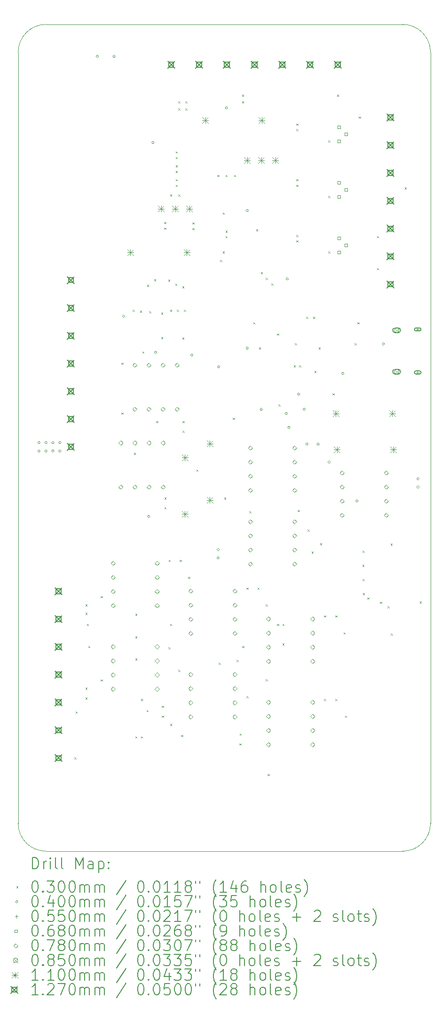
<source format=gbr>
%TF.GenerationSoftware,KiCad,Pcbnew,7.0.7*%
%TF.CreationDate,2023-11-03T00:41:18-04:00*%
%TF.ProjectId,SeniorDesign,53656e69-6f72-4446-9573-69676e2e6b69,rev?*%
%TF.SameCoordinates,Original*%
%TF.FileFunction,Drillmap*%
%TF.FilePolarity,Positive*%
%FSLAX45Y45*%
G04 Gerber Fmt 4.5, Leading zero omitted, Abs format (unit mm)*
G04 Created by KiCad (PCBNEW 7.0.7) date 2023-11-03 00:41:18*
%MOMM*%
%LPD*%
G01*
G04 APERTURE LIST*
%ADD10C,0.100000*%
%ADD11C,0.200000*%
%ADD12C,0.030000*%
%ADD13C,0.040000*%
%ADD14C,0.055000*%
%ADD15C,0.068000*%
%ADD16C,0.078000*%
%ADD17C,0.085000*%
%ADD18C,0.110000*%
%ADD19C,0.127000*%
G04 APERTURE END LIST*
D10*
X1975000Y-2400000D02*
X1975000Y-16275000D01*
X2475000Y-1900000D02*
G75*
G03*
X1975000Y-2400000I0J-500000D01*
G01*
X2475000Y-16775000D02*
X8900000Y-16775000D01*
X1975000Y-16275000D02*
G75*
G03*
X2475000Y-16775000I500000J0D01*
G01*
X9400000Y-2400000D02*
G75*
G03*
X8900000Y-1900000I-500000J0D01*
G01*
X8900000Y-16775000D02*
G75*
G03*
X9400000Y-16275000I0J500000D01*
G01*
X2475000Y-1900000D02*
X8900000Y-1900000D01*
X9400000Y-2400000D02*
X9400000Y-16275000D01*
D11*
D12*
X2985000Y-15085000D02*
X3015000Y-15115000D01*
X3015000Y-15085000D02*
X2985000Y-15115000D01*
X3010000Y-14260000D02*
X3040000Y-14290000D01*
X3040000Y-14260000D02*
X3010000Y-14290000D01*
X3185000Y-12335000D02*
X3215000Y-12365000D01*
X3215000Y-12335000D02*
X3185000Y-12365000D01*
X3185000Y-12485000D02*
X3215000Y-12515000D01*
X3215000Y-12485000D02*
X3185000Y-12515000D01*
X3185000Y-13835000D02*
X3215000Y-13865000D01*
X3215000Y-13835000D02*
X3185000Y-13865000D01*
X3185000Y-14010000D02*
X3215000Y-14040000D01*
X3215000Y-14010000D02*
X3185000Y-14040000D01*
X3210000Y-12685000D02*
X3240000Y-12715000D01*
X3240000Y-12685000D02*
X3210000Y-12715000D01*
X3235000Y-13085000D02*
X3265000Y-13115000D01*
X3265000Y-13085000D02*
X3235000Y-13115000D01*
X3460000Y-12185000D02*
X3490000Y-12215000D01*
X3490000Y-12185000D02*
X3460000Y-12215000D01*
X3460000Y-13685000D02*
X3490000Y-13715000D01*
X3490000Y-13685000D02*
X3460000Y-13715000D01*
X3835000Y-7985000D02*
X3865000Y-8015000D01*
X3865000Y-7985000D02*
X3835000Y-8015000D01*
X3835000Y-8885000D02*
X3865000Y-8915000D01*
X3865000Y-8885000D02*
X3835000Y-8915000D01*
X4035000Y-7035000D02*
X4065000Y-7065000D01*
X4065000Y-7035000D02*
X4035000Y-7065000D01*
X4060000Y-9610000D02*
X4090000Y-9640000D01*
X4090000Y-9610000D02*
X4060000Y-9640000D01*
X4085000Y-12505050D02*
X4115000Y-12535050D01*
X4115000Y-12505050D02*
X4085000Y-12535050D01*
X4085000Y-12910000D02*
X4115000Y-12940000D01*
X4115000Y-12910000D02*
X4085000Y-12940000D01*
X4085000Y-13310000D02*
X4115000Y-13340000D01*
X4115000Y-13310000D02*
X4085000Y-13340000D01*
X4085000Y-14710000D02*
X4115000Y-14740000D01*
X4115000Y-14710000D02*
X4085000Y-14740000D01*
X4170000Y-7050000D02*
X4200000Y-7080000D01*
X4200000Y-7050000D02*
X4170000Y-7080000D01*
X4185000Y-14035000D02*
X4215000Y-14065000D01*
X4215000Y-14035000D02*
X4185000Y-14065000D01*
X4185000Y-14710000D02*
X4215000Y-14740000D01*
X4215000Y-14710000D02*
X4185000Y-14740000D01*
X4210000Y-7785000D02*
X4240000Y-7815000D01*
X4240000Y-7785000D02*
X4210000Y-7815000D01*
X4285000Y-14235000D02*
X4315000Y-14265000D01*
X4315000Y-14235000D02*
X4285000Y-14265000D01*
X4297000Y-6585000D02*
X4327000Y-6615000D01*
X4327000Y-6585000D02*
X4297000Y-6615000D01*
X4335000Y-7060000D02*
X4365000Y-7090000D01*
X4365000Y-7060000D02*
X4335000Y-7090000D01*
X4424000Y-6485000D02*
X4454000Y-6515000D01*
X4454000Y-6485000D02*
X4424000Y-6515000D01*
X4460000Y-9035000D02*
X4490000Y-9065000D01*
X4490000Y-9035000D02*
X4460000Y-9065000D01*
X4551000Y-7085000D02*
X4581000Y-7115000D01*
X4581000Y-7085000D02*
X4551000Y-7115000D01*
X4551000Y-7526000D02*
X4581000Y-7556000D01*
X4581000Y-7526000D02*
X4551000Y-7556000D01*
X4560000Y-14160000D02*
X4590000Y-14190000D01*
X4590000Y-14160000D02*
X4560000Y-14190000D01*
X4560000Y-14335000D02*
X4590000Y-14365000D01*
X4590000Y-14335000D02*
X4560000Y-14365000D01*
X4602500Y-5455000D02*
X4632500Y-5485000D01*
X4632500Y-5455000D02*
X4602500Y-5485000D01*
X4602500Y-5555000D02*
X4632500Y-5585000D01*
X4632500Y-5555000D02*
X4602500Y-5585000D01*
X4610000Y-10410000D02*
X4640000Y-10440000D01*
X4640000Y-10410000D02*
X4610000Y-10440000D01*
X4610000Y-10585000D02*
X4640000Y-10615000D01*
X4640000Y-10585000D02*
X4610000Y-10615000D01*
X4678000Y-6492000D02*
X4708000Y-6522000D01*
X4708000Y-6492000D02*
X4678000Y-6522000D01*
X4682500Y-13105000D02*
X4712500Y-13135000D01*
X4712500Y-13105000D02*
X4682500Y-13135000D01*
X4685000Y-11535000D02*
X4715000Y-11565000D01*
X4715000Y-11535000D02*
X4685000Y-11565000D01*
X4710000Y-4960000D02*
X4740000Y-4990000D01*
X4740000Y-4960000D02*
X4710000Y-4990000D01*
X4710000Y-7035000D02*
X4740000Y-7065000D01*
X4740000Y-7035000D02*
X4710000Y-7065000D01*
X4710000Y-12685000D02*
X4740000Y-12715000D01*
X4740000Y-12685000D02*
X4710000Y-12715000D01*
X4710000Y-14485000D02*
X4740000Y-14515000D01*
X4740000Y-14485000D02*
X4710000Y-14515000D01*
X4805000Y-6565000D02*
X4835000Y-6595000D01*
X4835000Y-6565000D02*
X4805000Y-6595000D01*
X4810000Y-4185000D02*
X4840000Y-4215000D01*
X4840000Y-4185000D02*
X4810000Y-4215000D01*
X4810000Y-4285000D02*
X4840000Y-4315000D01*
X4840000Y-4285000D02*
X4810000Y-4315000D01*
X4810000Y-4435000D02*
X4840000Y-4465000D01*
X4840000Y-4435000D02*
X4810000Y-4465000D01*
X4810000Y-4535000D02*
X4840000Y-4565000D01*
X4840000Y-4535000D02*
X4810000Y-4565000D01*
X4810000Y-4685000D02*
X4840000Y-4715000D01*
X4840000Y-4685000D02*
X4810000Y-4715000D01*
X4810000Y-4785000D02*
X4840000Y-4815000D01*
X4840000Y-4785000D02*
X4810000Y-4815000D01*
X4835000Y-7035000D02*
X4865000Y-7065000D01*
X4865000Y-7035000D02*
X4835000Y-7065000D01*
X4860000Y-3285000D02*
X4890000Y-3315000D01*
X4890000Y-3285000D02*
X4860000Y-3315000D01*
X4860000Y-3410000D02*
X4890000Y-3440000D01*
X4890000Y-3410000D02*
X4860000Y-3440000D01*
X4860000Y-4960000D02*
X4890000Y-4990000D01*
X4890000Y-4960000D02*
X4860000Y-4990000D01*
X4860000Y-13510000D02*
X4890000Y-13540000D01*
X4890000Y-13510000D02*
X4860000Y-13540000D01*
X4885000Y-11535000D02*
X4915000Y-11565000D01*
X4915000Y-11535000D02*
X4885000Y-11565000D01*
X4910000Y-14685000D02*
X4940000Y-14715000D01*
X4940000Y-14685000D02*
X4910000Y-14715000D01*
X4932000Y-6613000D02*
X4962000Y-6643000D01*
X4962000Y-6613000D02*
X4932000Y-6643000D01*
X4932000Y-7532000D02*
X4962000Y-7562000D01*
X4962000Y-7532000D02*
X4932000Y-7562000D01*
X4935000Y-9035000D02*
X4965000Y-9065000D01*
X4965000Y-9035000D02*
X4935000Y-9065000D01*
X4935000Y-9210000D02*
X4965000Y-9240000D01*
X4965000Y-9210000D02*
X4935000Y-9240000D01*
X4960000Y-7035000D02*
X4990000Y-7065000D01*
X4990000Y-7035000D02*
X4960000Y-7065000D01*
X4985000Y-3285000D02*
X5015000Y-3315000D01*
X5015000Y-3285000D02*
X4985000Y-3315000D01*
X4985000Y-3410000D02*
X5015000Y-3440000D01*
X5015000Y-3410000D02*
X4985000Y-3440000D01*
X5035000Y-11837500D02*
X5065000Y-11867500D01*
X5065000Y-11837500D02*
X5035000Y-11867500D01*
X5110000Y-5465000D02*
X5140000Y-5495000D01*
X5140000Y-5465000D02*
X5110000Y-5495000D01*
X5110000Y-5565000D02*
X5140000Y-5595000D01*
X5140000Y-5565000D02*
X5110000Y-5595000D01*
X5185000Y-9910000D02*
X5215000Y-9940000D01*
X5215000Y-9910000D02*
X5185000Y-9940000D01*
X5560000Y-4610000D02*
X5590000Y-4640000D01*
X5590000Y-4610000D02*
X5560000Y-4640000D01*
X5587000Y-13385000D02*
X5617000Y-13415000D01*
X5617000Y-13385000D02*
X5587000Y-13415000D01*
X5610000Y-6135000D02*
X5640000Y-6165000D01*
X5640000Y-6135000D02*
X5610000Y-6165000D01*
X5660000Y-5285000D02*
X5690000Y-5315000D01*
X5690000Y-5285000D02*
X5660000Y-5315000D01*
X5660000Y-5985000D02*
X5690000Y-6015000D01*
X5690000Y-5985000D02*
X5660000Y-6015000D01*
X5685000Y-10410000D02*
X5715000Y-10440000D01*
X5715000Y-10410000D02*
X5685000Y-10440000D01*
X5710000Y-4610000D02*
X5740000Y-4640000D01*
X5740000Y-4610000D02*
X5710000Y-4640000D01*
X5710000Y-5610000D02*
X5740000Y-5640000D01*
X5740000Y-5610000D02*
X5710000Y-5640000D01*
X5710000Y-5710000D02*
X5740000Y-5740000D01*
X5740000Y-5710000D02*
X5710000Y-5740000D01*
X5842500Y-8977500D02*
X5872500Y-9007500D01*
X5872500Y-8977500D02*
X5842500Y-9007500D01*
X5860000Y-4610000D02*
X5890000Y-4640000D01*
X5890000Y-4610000D02*
X5860000Y-4640000D01*
X5910000Y-13335000D02*
X5940000Y-13365000D01*
X5940000Y-13335000D02*
X5910000Y-13365000D01*
X5960000Y-14835000D02*
X5990000Y-14865000D01*
X5990000Y-14835000D02*
X5960000Y-14865000D01*
X5961211Y-14659224D02*
X5991211Y-14689224D01*
X5991211Y-14659224D02*
X5961211Y-14689224D01*
X6005000Y-3165000D02*
X6035000Y-3195000D01*
X6035000Y-3165000D02*
X6005000Y-3195000D01*
X6005000Y-3285000D02*
X6035000Y-3315000D01*
X6035000Y-3285000D02*
X6005000Y-3315000D01*
X6010000Y-13085000D02*
X6040000Y-13115000D01*
X6040000Y-13085000D02*
X6010000Y-13115000D01*
X6085000Y-12035000D02*
X6115000Y-12065000D01*
X6115000Y-12035000D02*
X6085000Y-12065000D01*
X6085000Y-13985000D02*
X6115000Y-14015000D01*
X6115000Y-13985000D02*
X6085000Y-14015000D01*
X6135000Y-10660000D02*
X6165000Y-10690000D01*
X6165000Y-10660000D02*
X6135000Y-10690000D01*
X6210000Y-7260000D02*
X6240000Y-7290000D01*
X6240000Y-7260000D02*
X6210000Y-7290000D01*
X6260000Y-5585000D02*
X6290000Y-5615000D01*
X6290000Y-5585000D02*
X6260000Y-5615000D01*
X6285000Y-12035000D02*
X6315000Y-12065000D01*
X6315000Y-12035000D02*
X6285000Y-12065000D01*
X6310000Y-7710000D02*
X6340000Y-7740000D01*
X6340000Y-7710000D02*
X6310000Y-7740000D01*
X6344950Y-6355000D02*
X6374950Y-6385000D01*
X6374950Y-6355000D02*
X6344950Y-6385000D01*
X6432500Y-13682500D02*
X6462500Y-13712500D01*
X6462500Y-13682500D02*
X6432500Y-13712500D01*
X6435000Y-6460000D02*
X6465000Y-6490000D01*
X6465000Y-6460000D02*
X6435000Y-6490000D01*
X6435000Y-12335000D02*
X6465000Y-12365000D01*
X6465000Y-12335000D02*
X6435000Y-12365000D01*
X6465000Y-15385000D02*
X6495000Y-15415000D01*
X6495000Y-15385000D02*
X6465000Y-15415000D01*
X6535000Y-6560000D02*
X6565000Y-6590000D01*
X6565000Y-6560000D02*
X6535000Y-6590000D01*
X6635000Y-7460000D02*
X6665000Y-7490000D01*
X6665000Y-7460000D02*
X6635000Y-7490000D01*
X6635000Y-12685000D02*
X6665000Y-12715000D01*
X6665000Y-12685000D02*
X6635000Y-12715000D01*
X6660000Y-8735000D02*
X6690000Y-8765000D01*
X6690000Y-8735000D02*
X6660000Y-8765000D01*
X6735000Y-12685000D02*
X6765000Y-12715000D01*
X6765000Y-12685000D02*
X6735000Y-12715000D01*
X6735000Y-13035000D02*
X6765000Y-13065000D01*
X6765000Y-13035000D02*
X6735000Y-13065000D01*
X6935000Y-8035000D02*
X6965000Y-8065000D01*
X6965000Y-8035000D02*
X6935000Y-8065000D01*
X6960000Y-7635000D02*
X6990000Y-7665000D01*
X6990000Y-7635000D02*
X6960000Y-7665000D01*
X6985000Y-3685000D02*
X7015000Y-3715000D01*
X7015000Y-3685000D02*
X6985000Y-3715000D01*
X6985000Y-3785000D02*
X7015000Y-3815000D01*
X7015000Y-3785000D02*
X6985000Y-3815000D01*
X6985000Y-4685000D02*
X7015000Y-4715000D01*
X7015000Y-4685000D02*
X6985000Y-4715000D01*
X6985000Y-4785000D02*
X7015000Y-4815000D01*
X7015000Y-4785000D02*
X6985000Y-4815000D01*
X6985000Y-5686231D02*
X7015000Y-5716231D01*
X7015000Y-5686231D02*
X6985000Y-5716231D01*
X6985000Y-5786231D02*
X7015000Y-5816231D01*
X7015000Y-5786231D02*
X6985000Y-5816231D01*
X7010000Y-10635000D02*
X7040000Y-10665000D01*
X7040000Y-10635000D02*
X7010000Y-10665000D01*
X7035000Y-8035000D02*
X7065000Y-8065000D01*
X7065000Y-8035000D02*
X7035000Y-8065000D01*
X7160000Y-7160000D02*
X7190000Y-7190000D01*
X7190000Y-7160000D02*
X7160000Y-7190000D01*
X7187500Y-10987500D02*
X7217500Y-11017500D01*
X7217500Y-10987500D02*
X7187500Y-11017500D01*
X7260000Y-11385000D02*
X7290000Y-11415000D01*
X7290000Y-11385000D02*
X7260000Y-11415000D01*
X7285000Y-7160000D02*
X7315000Y-7190000D01*
X7315000Y-7160000D02*
X7285000Y-7190000D01*
X7310000Y-8135000D02*
X7340000Y-8165000D01*
X7340000Y-8135000D02*
X7310000Y-8165000D01*
X7385000Y-7710000D02*
X7415000Y-7740000D01*
X7415000Y-7710000D02*
X7385000Y-7740000D01*
X7410000Y-11235000D02*
X7440000Y-11265000D01*
X7440000Y-11235000D02*
X7410000Y-11265000D01*
X7485000Y-12535000D02*
X7515000Y-12565000D01*
X7515000Y-12535000D02*
X7485000Y-12565000D01*
X7485000Y-14035000D02*
X7515000Y-14065000D01*
X7515000Y-14035000D02*
X7485000Y-14065000D01*
X7560000Y-3985000D02*
X7590000Y-4015000D01*
X7590000Y-3985000D02*
X7560000Y-4015000D01*
X7560000Y-4985000D02*
X7590000Y-5015000D01*
X7590000Y-4985000D02*
X7560000Y-5015000D01*
X7560000Y-5985000D02*
X7590000Y-6015000D01*
X7590000Y-5985000D02*
X7560000Y-6015000D01*
X7635000Y-8535000D02*
X7665000Y-8565000D01*
X7665000Y-8535000D02*
X7635000Y-8565000D01*
X7685000Y-12535000D02*
X7715000Y-12565000D01*
X7715000Y-12535000D02*
X7685000Y-12565000D01*
X7685000Y-14035000D02*
X7715000Y-14065000D01*
X7715000Y-14035000D02*
X7685000Y-14065000D01*
X7715840Y-3165000D02*
X7745840Y-3195000D01*
X7745840Y-3165000D02*
X7715840Y-3195000D01*
X7835000Y-12837500D02*
X7865000Y-12867500D01*
X7865000Y-12837500D02*
X7835000Y-12867500D01*
X7860000Y-14335000D02*
X7890000Y-14365000D01*
X7890000Y-14335000D02*
X7860000Y-14365000D01*
X8035000Y-7635000D02*
X8065000Y-7665000D01*
X8065000Y-7635000D02*
X8035000Y-7665000D01*
X8085000Y-7260000D02*
X8115000Y-7290000D01*
X8115000Y-7260000D02*
X8085000Y-7290000D01*
X8110000Y-3560000D02*
X8140000Y-3590000D01*
X8140000Y-3560000D02*
X8110000Y-3590000D01*
X8171500Y-11621500D02*
X8201500Y-11651500D01*
X8201500Y-11621500D02*
X8171500Y-11651500D01*
X8175500Y-11875500D02*
X8205500Y-11905500D01*
X8205500Y-11875500D02*
X8175500Y-11905500D01*
X8177500Y-11367500D02*
X8207500Y-11397500D01*
X8207500Y-11367500D02*
X8177500Y-11397500D01*
X8179500Y-12129500D02*
X8209500Y-12159500D01*
X8209500Y-12129500D02*
X8179500Y-12159500D01*
X8259500Y-12209500D02*
X8289500Y-12239500D01*
X8289500Y-12209500D02*
X8259500Y-12239500D01*
X8435000Y-5710000D02*
X8465000Y-5740000D01*
X8465000Y-5710000D02*
X8435000Y-5740000D01*
X8435000Y-6285000D02*
X8465000Y-6315000D01*
X8465000Y-6285000D02*
X8435000Y-6315000D01*
X8489520Y-12289500D02*
X8519520Y-12319500D01*
X8519520Y-12289500D02*
X8489520Y-12319500D01*
X8625500Y-12369500D02*
X8655500Y-12399500D01*
X8655500Y-12369500D02*
X8625500Y-12399500D01*
X8679500Y-11240500D02*
X8709500Y-11270500D01*
X8709500Y-11240500D02*
X8679500Y-11270500D01*
X8685000Y-12860000D02*
X8715000Y-12890000D01*
X8715000Y-12860000D02*
X8685000Y-12890000D01*
X8935000Y-4835000D02*
X8965000Y-4865000D01*
X8965000Y-4835000D02*
X8935000Y-4865000D01*
X9205000Y-12285000D02*
X9235000Y-12315000D01*
X9235000Y-12285000D02*
X9205000Y-12315000D01*
D13*
X2370000Y-9425000D02*
G75*
G03*
X2370000Y-9425000I-20000J0D01*
G01*
X2370000Y-9575000D02*
G75*
G03*
X2370000Y-9575000I-20000J0D01*
G01*
X2495000Y-9425000D02*
G75*
G03*
X2495000Y-9425000I-20000J0D01*
G01*
X2495000Y-9575000D02*
G75*
G03*
X2495000Y-9575000I-20000J0D01*
G01*
X2620000Y-9425000D02*
G75*
G03*
X2620000Y-9425000I-20000J0D01*
G01*
X2620000Y-9575000D02*
G75*
G03*
X2620000Y-9575000I-20000J0D01*
G01*
X2745000Y-9425000D02*
G75*
G03*
X2745000Y-9425000I-20000J0D01*
G01*
X2745000Y-9575000D02*
G75*
G03*
X2745000Y-9575000I-20000J0D01*
G01*
X3420000Y-2475000D02*
G75*
G03*
X3420000Y-2475000I-20000J0D01*
G01*
X3720000Y-2475000D02*
G75*
G03*
X3720000Y-2475000I-20000J0D01*
G01*
X3895000Y-7150000D02*
G75*
G03*
X3895000Y-7150000I-20000J0D01*
G01*
X4345000Y-10750000D02*
G75*
G03*
X4345000Y-10750000I-20000J0D01*
G01*
X4420000Y-4025000D02*
G75*
G03*
X4420000Y-4025000I-20000J0D01*
G01*
X4470000Y-7800000D02*
G75*
G03*
X4470000Y-7800000I-20000J0D01*
G01*
X5120000Y-7850000D02*
G75*
G03*
X5120000Y-7850000I-20000J0D01*
G01*
X5595000Y-11350000D02*
G75*
G03*
X5595000Y-11350000I-20000J0D01*
G01*
X5595000Y-11500000D02*
G75*
G03*
X5595000Y-11500000I-20000J0D01*
G01*
X5605000Y-8060000D02*
G75*
G03*
X5605000Y-8060000I-20000J0D01*
G01*
X5745000Y-3400000D02*
G75*
G03*
X5745000Y-3400000I-20000J0D01*
G01*
X6120000Y-5250000D02*
G75*
G03*
X6120000Y-5250000I-20000J0D01*
G01*
X6120000Y-7725000D02*
G75*
G03*
X6120000Y-7725000I-20000J0D01*
G01*
X6370000Y-8825000D02*
G75*
G03*
X6370000Y-8825000I-20000J0D01*
G01*
X6820000Y-8900000D02*
G75*
G03*
X6820000Y-8900000I-20000J0D01*
G01*
X6840000Y-6480000D02*
G75*
G03*
X6840000Y-6480000I-20000J0D01*
G01*
X6870000Y-9150000D02*
G75*
G03*
X6870000Y-9150000I-20000J0D01*
G01*
X7045000Y-8550000D02*
G75*
G03*
X7045000Y-8550000I-20000J0D01*
G01*
X7145000Y-8825000D02*
G75*
G03*
X7145000Y-8825000I-20000J0D01*
G01*
X7195000Y-9450000D02*
G75*
G03*
X7195000Y-9450000I-20000J0D01*
G01*
X7395000Y-9450000D02*
G75*
G03*
X7395000Y-9450000I-20000J0D01*
G01*
X7595000Y-9775000D02*
G75*
G03*
X7595000Y-9775000I-20000J0D01*
G01*
X7840000Y-8180000D02*
G75*
G03*
X7840000Y-8180000I-20000J0D01*
G01*
X8095000Y-10475000D02*
G75*
G03*
X8095000Y-10475000I-20000J0D01*
G01*
X8570000Y-7650000D02*
G75*
G03*
X8570000Y-7650000I-20000J0D01*
G01*
X9195000Y-10075000D02*
G75*
G03*
X9195000Y-10075000I-20000J0D01*
G01*
X9195000Y-10225000D02*
G75*
G03*
X9195000Y-10225000I-20000J0D01*
G01*
D14*
X9169500Y-7360000D02*
X9169500Y-7415000D01*
X9142000Y-7387500D02*
X9197000Y-7387500D01*
D11*
X9137000Y-7415000D02*
X9202000Y-7415000D01*
X9202000Y-7415000D02*
G75*
G03*
X9202000Y-7360000I0J27500D01*
G01*
X9202000Y-7360000D02*
X9137000Y-7360000D01*
X9137000Y-7360000D02*
G75*
G03*
X9137000Y-7415000I0J-27500D01*
G01*
D14*
X9169500Y-8135000D02*
X9169500Y-8190000D01*
X9142000Y-8162500D02*
X9197000Y-8162500D01*
D11*
X9137000Y-8190000D02*
X9202000Y-8190000D01*
X9202000Y-8190000D02*
G75*
G03*
X9202000Y-8135000I0J27500D01*
G01*
X9202000Y-8135000D02*
X9137000Y-8135000D01*
X9137000Y-8135000D02*
G75*
G03*
X9137000Y-8190000I0J-27500D01*
G01*
D15*
X7774042Y-3772042D02*
X7774042Y-3723958D01*
X7725958Y-3723958D01*
X7725958Y-3772042D01*
X7774042Y-3772042D01*
X7774042Y-4026042D02*
X7774042Y-3977958D01*
X7725958Y-3977958D01*
X7725958Y-4026042D01*
X7774042Y-4026042D01*
X7774042Y-4772042D02*
X7774042Y-4723958D01*
X7725958Y-4723958D01*
X7725958Y-4772042D01*
X7774042Y-4772042D01*
X7774042Y-5026042D02*
X7774042Y-4977958D01*
X7725958Y-4977958D01*
X7725958Y-5026042D01*
X7774042Y-5026042D01*
X7774042Y-5772042D02*
X7774042Y-5723958D01*
X7725958Y-5723958D01*
X7725958Y-5772042D01*
X7774042Y-5772042D01*
X7774042Y-6026042D02*
X7774042Y-5977958D01*
X7725958Y-5977958D01*
X7725958Y-6026042D01*
X7774042Y-6026042D01*
X7901042Y-3899042D02*
X7901042Y-3850958D01*
X7852958Y-3850958D01*
X7852958Y-3899042D01*
X7901042Y-3899042D01*
X7901042Y-4899042D02*
X7901042Y-4850958D01*
X7852958Y-4850958D01*
X7852958Y-4899042D01*
X7901042Y-4899042D01*
X7901042Y-5899042D02*
X7901042Y-5850958D01*
X7852958Y-5850958D01*
X7852958Y-5899042D01*
X7901042Y-5899042D01*
D16*
X3680500Y-11633000D02*
X3719500Y-11594000D01*
X3680500Y-11555000D01*
X3641500Y-11594000D01*
X3680500Y-11633000D01*
X3680500Y-11887000D02*
X3719500Y-11848000D01*
X3680500Y-11809000D01*
X3641500Y-11848000D01*
X3680500Y-11887000D01*
X3680500Y-12141000D02*
X3719500Y-12102000D01*
X3680500Y-12063000D01*
X3641500Y-12102000D01*
X3680500Y-12141000D01*
X3680500Y-12395000D02*
X3719500Y-12356000D01*
X3680500Y-12317000D01*
X3641500Y-12356000D01*
X3680500Y-12395000D01*
X3680500Y-13133000D02*
X3719500Y-13094000D01*
X3680500Y-13055000D01*
X3641500Y-13094000D01*
X3680500Y-13133000D01*
X3680500Y-13387000D02*
X3719500Y-13348000D01*
X3680500Y-13309000D01*
X3641500Y-13348000D01*
X3680500Y-13387000D01*
X3680500Y-13641000D02*
X3719500Y-13602000D01*
X3680500Y-13563000D01*
X3641500Y-13602000D01*
X3680500Y-13641000D01*
X3680500Y-13895000D02*
X3719500Y-13856000D01*
X3680500Y-13817000D01*
X3641500Y-13856000D01*
X3680500Y-13895000D01*
X3821500Y-9467000D02*
X3860500Y-9428000D01*
X3821500Y-9389000D01*
X3782500Y-9428000D01*
X3821500Y-9467000D01*
X3821500Y-10261000D02*
X3860500Y-10222000D01*
X3821500Y-10183000D01*
X3782500Y-10222000D01*
X3821500Y-10261000D01*
X4071500Y-8067000D02*
X4110500Y-8028000D01*
X4071500Y-7989000D01*
X4032500Y-8028000D01*
X4071500Y-8067000D01*
X4071500Y-8861000D02*
X4110500Y-8822000D01*
X4071500Y-8783000D01*
X4032500Y-8822000D01*
X4071500Y-8861000D01*
X4075500Y-9467000D02*
X4114500Y-9428000D01*
X4075500Y-9389000D01*
X4036500Y-9428000D01*
X4075500Y-9467000D01*
X4075500Y-10261000D02*
X4114500Y-10222000D01*
X4075500Y-10183000D01*
X4036500Y-10222000D01*
X4075500Y-10261000D01*
X4325500Y-8067000D02*
X4364500Y-8028000D01*
X4325500Y-7989000D01*
X4286500Y-8028000D01*
X4325500Y-8067000D01*
X4325500Y-8861000D02*
X4364500Y-8822000D01*
X4325500Y-8783000D01*
X4286500Y-8822000D01*
X4325500Y-8861000D01*
X4329500Y-9467000D02*
X4368500Y-9428000D01*
X4329500Y-9389000D01*
X4290500Y-9428000D01*
X4329500Y-9467000D01*
X4329500Y-10261000D02*
X4368500Y-10222000D01*
X4329500Y-10183000D01*
X4290500Y-10222000D01*
X4329500Y-10261000D01*
X4474500Y-11633000D02*
X4513500Y-11594000D01*
X4474500Y-11555000D01*
X4435500Y-11594000D01*
X4474500Y-11633000D01*
X4474500Y-11887000D02*
X4513500Y-11848000D01*
X4474500Y-11809000D01*
X4435500Y-11848000D01*
X4474500Y-11887000D01*
X4474500Y-12141000D02*
X4513500Y-12102000D01*
X4474500Y-12063000D01*
X4435500Y-12102000D01*
X4474500Y-12141000D01*
X4474500Y-12395000D02*
X4513500Y-12356000D01*
X4474500Y-12317000D01*
X4435500Y-12356000D01*
X4474500Y-12395000D01*
X4474500Y-13133000D02*
X4513500Y-13094000D01*
X4474500Y-13055000D01*
X4435500Y-13094000D01*
X4474500Y-13133000D01*
X4474500Y-13387000D02*
X4513500Y-13348000D01*
X4474500Y-13309000D01*
X4435500Y-13348000D01*
X4474500Y-13387000D01*
X4474500Y-13641000D02*
X4513500Y-13602000D01*
X4474500Y-13563000D01*
X4435500Y-13602000D01*
X4474500Y-13641000D01*
X4474500Y-13895000D02*
X4513500Y-13856000D01*
X4474500Y-13817000D01*
X4435500Y-13856000D01*
X4474500Y-13895000D01*
X4579500Y-8067000D02*
X4618500Y-8028000D01*
X4579500Y-7989000D01*
X4540500Y-8028000D01*
X4579500Y-8067000D01*
X4579500Y-8861000D02*
X4618500Y-8822000D01*
X4579500Y-8783000D01*
X4540500Y-8822000D01*
X4579500Y-8861000D01*
X4583500Y-9467000D02*
X4622500Y-9428000D01*
X4583500Y-9389000D01*
X4544500Y-9428000D01*
X4583500Y-9467000D01*
X4583500Y-10261000D02*
X4622500Y-10222000D01*
X4583500Y-10183000D01*
X4544500Y-10222000D01*
X4583500Y-10261000D01*
X4833500Y-8067000D02*
X4872500Y-8028000D01*
X4833500Y-7989000D01*
X4794500Y-8028000D01*
X4833500Y-8067000D01*
X4833500Y-8861000D02*
X4872500Y-8822000D01*
X4833500Y-8783000D01*
X4794500Y-8822000D01*
X4833500Y-8861000D01*
X5080500Y-12133000D02*
X5119500Y-12094000D01*
X5080500Y-12055000D01*
X5041500Y-12094000D01*
X5080500Y-12133000D01*
X5080500Y-12387000D02*
X5119500Y-12348000D01*
X5080500Y-12309000D01*
X5041500Y-12348000D01*
X5080500Y-12387000D01*
X5080500Y-12641000D02*
X5119500Y-12602000D01*
X5080500Y-12563000D01*
X5041500Y-12602000D01*
X5080500Y-12641000D01*
X5080500Y-12895000D02*
X5119500Y-12856000D01*
X5080500Y-12817000D01*
X5041500Y-12856000D01*
X5080500Y-12895000D01*
X5080500Y-13633000D02*
X5119500Y-13594000D01*
X5080500Y-13555000D01*
X5041500Y-13594000D01*
X5080500Y-13633000D01*
X5080500Y-13887000D02*
X5119500Y-13848000D01*
X5080500Y-13809000D01*
X5041500Y-13848000D01*
X5080500Y-13887000D01*
X5080500Y-14141000D02*
X5119500Y-14102000D01*
X5080500Y-14063000D01*
X5041500Y-14102000D01*
X5080500Y-14141000D01*
X5080500Y-14395000D02*
X5119500Y-14356000D01*
X5080500Y-14317000D01*
X5041500Y-14356000D01*
X5080500Y-14395000D01*
X5874500Y-12133000D02*
X5913500Y-12094000D01*
X5874500Y-12055000D01*
X5835500Y-12094000D01*
X5874500Y-12133000D01*
X5874500Y-12387000D02*
X5913500Y-12348000D01*
X5874500Y-12309000D01*
X5835500Y-12348000D01*
X5874500Y-12387000D01*
X5874500Y-12641000D02*
X5913500Y-12602000D01*
X5874500Y-12563000D01*
X5835500Y-12602000D01*
X5874500Y-12641000D01*
X5874500Y-12895000D02*
X5913500Y-12856000D01*
X5874500Y-12817000D01*
X5835500Y-12856000D01*
X5874500Y-12895000D01*
X5874500Y-13633000D02*
X5913500Y-13594000D01*
X5874500Y-13555000D01*
X5835500Y-13594000D01*
X5874500Y-13633000D01*
X5874500Y-13887000D02*
X5913500Y-13848000D01*
X5874500Y-13809000D01*
X5835500Y-13848000D01*
X5874500Y-13887000D01*
X5874500Y-14141000D02*
X5913500Y-14102000D01*
X5874500Y-14063000D01*
X5835500Y-14102000D01*
X5874500Y-14141000D01*
X5874500Y-14395000D02*
X5913500Y-14356000D01*
X5874500Y-14317000D01*
X5835500Y-14356000D01*
X5874500Y-14395000D01*
X6155500Y-9558000D02*
X6194500Y-9519000D01*
X6155500Y-9480000D01*
X6116500Y-9519000D01*
X6155500Y-9558000D01*
X6155500Y-9812000D02*
X6194500Y-9773000D01*
X6155500Y-9734000D01*
X6116500Y-9773000D01*
X6155500Y-9812000D01*
X6155500Y-10066000D02*
X6194500Y-10027000D01*
X6155500Y-9988000D01*
X6116500Y-10027000D01*
X6155500Y-10066000D01*
X6155500Y-10320000D02*
X6194500Y-10281000D01*
X6155500Y-10242000D01*
X6116500Y-10281000D01*
X6155500Y-10320000D01*
X6155500Y-10883000D02*
X6194500Y-10844000D01*
X6155500Y-10805000D01*
X6116500Y-10844000D01*
X6155500Y-10883000D01*
X6155500Y-11137000D02*
X6194500Y-11098000D01*
X6155500Y-11059000D01*
X6116500Y-11098000D01*
X6155500Y-11137000D01*
X6155500Y-11391000D02*
X6194500Y-11352000D01*
X6155500Y-11313000D01*
X6116500Y-11352000D01*
X6155500Y-11391000D01*
X6155500Y-11645000D02*
X6194500Y-11606000D01*
X6155500Y-11567000D01*
X6116500Y-11606000D01*
X6155500Y-11645000D01*
X6480500Y-12633000D02*
X6519500Y-12594000D01*
X6480500Y-12555000D01*
X6441500Y-12594000D01*
X6480500Y-12633000D01*
X6480500Y-12887000D02*
X6519500Y-12848000D01*
X6480500Y-12809000D01*
X6441500Y-12848000D01*
X6480500Y-12887000D01*
X6480500Y-13141000D02*
X6519500Y-13102000D01*
X6480500Y-13063000D01*
X6441500Y-13102000D01*
X6480500Y-13141000D01*
X6480500Y-13395000D02*
X6519500Y-13356000D01*
X6480500Y-13317000D01*
X6441500Y-13356000D01*
X6480500Y-13395000D01*
X6480500Y-14133000D02*
X6519500Y-14094000D01*
X6480500Y-14055000D01*
X6441500Y-14094000D01*
X6480500Y-14133000D01*
X6480500Y-14387000D02*
X6519500Y-14348000D01*
X6480500Y-14309000D01*
X6441500Y-14348000D01*
X6480500Y-14387000D01*
X6480500Y-14641000D02*
X6519500Y-14602000D01*
X6480500Y-14563000D01*
X6441500Y-14602000D01*
X6480500Y-14641000D01*
X6480500Y-14895000D02*
X6519500Y-14856000D01*
X6480500Y-14817000D01*
X6441500Y-14856000D01*
X6480500Y-14895000D01*
X6949500Y-9558000D02*
X6988500Y-9519000D01*
X6949500Y-9480000D01*
X6910500Y-9519000D01*
X6949500Y-9558000D01*
X6949500Y-9812000D02*
X6988500Y-9773000D01*
X6949500Y-9734000D01*
X6910500Y-9773000D01*
X6949500Y-9812000D01*
X6949500Y-10066000D02*
X6988500Y-10027000D01*
X6949500Y-9988000D01*
X6910500Y-10027000D01*
X6949500Y-10066000D01*
X6949500Y-10320000D02*
X6988500Y-10281000D01*
X6949500Y-10242000D01*
X6910500Y-10281000D01*
X6949500Y-10320000D01*
X6949500Y-10883000D02*
X6988500Y-10844000D01*
X6949500Y-10805000D01*
X6910500Y-10844000D01*
X6949500Y-10883000D01*
X6949500Y-11137000D02*
X6988500Y-11098000D01*
X6949500Y-11059000D01*
X6910500Y-11098000D01*
X6949500Y-11137000D01*
X6949500Y-11391000D02*
X6988500Y-11352000D01*
X6949500Y-11313000D01*
X6910500Y-11352000D01*
X6949500Y-11391000D01*
X6949500Y-11645000D02*
X6988500Y-11606000D01*
X6949500Y-11567000D01*
X6910500Y-11606000D01*
X6949500Y-11645000D01*
X7274500Y-12633000D02*
X7313500Y-12594000D01*
X7274500Y-12555000D01*
X7235500Y-12594000D01*
X7274500Y-12633000D01*
X7274500Y-12887000D02*
X7313500Y-12848000D01*
X7274500Y-12809000D01*
X7235500Y-12848000D01*
X7274500Y-12887000D01*
X7274500Y-13141000D02*
X7313500Y-13102000D01*
X7274500Y-13063000D01*
X7235500Y-13102000D01*
X7274500Y-13141000D01*
X7274500Y-13395000D02*
X7313500Y-13356000D01*
X7274500Y-13317000D01*
X7235500Y-13356000D01*
X7274500Y-13395000D01*
X7274500Y-14133000D02*
X7313500Y-14094000D01*
X7274500Y-14055000D01*
X7235500Y-14094000D01*
X7274500Y-14133000D01*
X7274500Y-14387000D02*
X7313500Y-14348000D01*
X7274500Y-14309000D01*
X7235500Y-14348000D01*
X7274500Y-14387000D01*
X7274500Y-14641000D02*
X7313500Y-14602000D01*
X7274500Y-14563000D01*
X7235500Y-14602000D01*
X7274500Y-14641000D01*
X7274500Y-14895000D02*
X7313500Y-14856000D01*
X7274500Y-14817000D01*
X7235500Y-14856000D01*
X7274500Y-14895000D01*
X7805500Y-10008000D02*
X7844500Y-9969000D01*
X7805500Y-9930000D01*
X7766500Y-9969000D01*
X7805500Y-10008000D01*
X7805500Y-10262000D02*
X7844500Y-10223000D01*
X7805500Y-10184000D01*
X7766500Y-10223000D01*
X7805500Y-10262000D01*
X7805500Y-10516000D02*
X7844500Y-10477000D01*
X7805500Y-10438000D01*
X7766500Y-10477000D01*
X7805500Y-10516000D01*
X7805500Y-10770000D02*
X7844500Y-10731000D01*
X7805500Y-10692000D01*
X7766500Y-10731000D01*
X7805500Y-10770000D01*
X8599500Y-10008000D02*
X8638500Y-9969000D01*
X8599500Y-9930000D01*
X8560500Y-9969000D01*
X8599500Y-10008000D01*
X8599500Y-10262000D02*
X8638500Y-10223000D01*
X8599500Y-10184000D01*
X8560500Y-10223000D01*
X8599500Y-10262000D01*
X8599500Y-10516000D02*
X8638500Y-10477000D01*
X8599500Y-10438000D01*
X8560500Y-10477000D01*
X8599500Y-10516000D01*
X8599500Y-10770000D02*
X8638500Y-10731000D01*
X8599500Y-10692000D01*
X8560500Y-10731000D01*
X8599500Y-10770000D01*
D17*
X8747000Y-7360000D02*
X8832000Y-7445000D01*
X8832000Y-7360000D02*
X8747000Y-7445000D01*
X8832000Y-7402500D02*
G75*
G03*
X8832000Y-7402500I-42500J0D01*
G01*
D11*
X8762000Y-7445000D02*
X8817000Y-7445000D01*
X8817000Y-7445000D02*
G75*
G03*
X8817000Y-7360000I0J42500D01*
G01*
X8817000Y-7360000D02*
X8762000Y-7360000D01*
X8762000Y-7360000D02*
G75*
G03*
X8762000Y-7445000I0J-42500D01*
G01*
D17*
X8747000Y-8105000D02*
X8832000Y-8190000D01*
X8832000Y-8105000D02*
X8747000Y-8190000D01*
X8832000Y-8147500D02*
G75*
G03*
X8832000Y-8147500I-42500J0D01*
G01*
D11*
X8762000Y-8190000D02*
X8817000Y-8190000D01*
X8817000Y-8190000D02*
G75*
G03*
X8817000Y-8105000I0J42500D01*
G01*
X8817000Y-8105000D02*
X8762000Y-8105000D01*
X8762000Y-8105000D02*
G75*
G03*
X8762000Y-8190000I0J-42500D01*
G01*
D18*
X3939500Y-5945000D02*
X4049500Y-6055000D01*
X4049500Y-5945000D02*
X3939500Y-6055000D01*
X3994500Y-5945000D02*
X3994500Y-6055000D01*
X3939500Y-6000000D02*
X4049500Y-6000000D01*
X4493500Y-5164500D02*
X4603500Y-5274500D01*
X4603500Y-5164500D02*
X4493500Y-5274500D01*
X4548500Y-5164500D02*
X4548500Y-5274500D01*
X4493500Y-5219500D02*
X4603500Y-5219500D01*
X4747500Y-5164500D02*
X4857500Y-5274500D01*
X4857500Y-5164500D02*
X4747500Y-5274500D01*
X4802500Y-5164500D02*
X4802500Y-5274500D01*
X4747500Y-5219500D02*
X4857500Y-5219500D01*
X4920000Y-9637000D02*
X5030000Y-9747000D01*
X5030000Y-9637000D02*
X4920000Y-9747000D01*
X4975000Y-9637000D02*
X4975000Y-9747000D01*
X4920000Y-9692000D02*
X5030000Y-9692000D01*
X4920000Y-10653000D02*
X5030000Y-10763000D01*
X5030000Y-10653000D02*
X4920000Y-10763000D01*
X4975000Y-10653000D02*
X4975000Y-10763000D01*
X4920000Y-10708000D02*
X5030000Y-10708000D01*
X4955500Y-5945000D02*
X5065500Y-6055000D01*
X5065500Y-5945000D02*
X4955500Y-6055000D01*
X5010500Y-5945000D02*
X5010500Y-6055000D01*
X4955500Y-6000000D02*
X5065500Y-6000000D01*
X5001500Y-5164500D02*
X5111500Y-5274500D01*
X5111500Y-5164500D02*
X5001500Y-5274500D01*
X5056500Y-5164500D02*
X5056500Y-5274500D01*
X5001500Y-5219500D02*
X5111500Y-5219500D01*
X5289500Y-3570000D02*
X5399500Y-3680000D01*
X5399500Y-3570000D02*
X5289500Y-3680000D01*
X5344500Y-3570000D02*
X5344500Y-3680000D01*
X5289500Y-3625000D02*
X5399500Y-3625000D01*
X5370000Y-9387000D02*
X5480000Y-9497000D01*
X5480000Y-9387000D02*
X5370000Y-9497000D01*
X5425000Y-9387000D02*
X5425000Y-9497000D01*
X5370000Y-9442000D02*
X5480000Y-9442000D01*
X5370000Y-10403000D02*
X5480000Y-10513000D01*
X5480000Y-10403000D02*
X5370000Y-10513000D01*
X5425000Y-10403000D02*
X5425000Y-10513000D01*
X5370000Y-10458000D02*
X5480000Y-10458000D01*
X6043500Y-4289500D02*
X6153500Y-4399500D01*
X6153500Y-4289500D02*
X6043500Y-4399500D01*
X6098500Y-4289500D02*
X6098500Y-4399500D01*
X6043500Y-4344500D02*
X6153500Y-4344500D01*
X6297500Y-4289500D02*
X6407500Y-4399500D01*
X6407500Y-4289500D02*
X6297500Y-4399500D01*
X6352500Y-4289500D02*
X6352500Y-4399500D01*
X6297500Y-4344500D02*
X6407500Y-4344500D01*
X6305500Y-3570000D02*
X6415500Y-3680000D01*
X6415500Y-3570000D02*
X6305500Y-3680000D01*
X6360500Y-3570000D02*
X6360500Y-3680000D01*
X6305500Y-3625000D02*
X6415500Y-3625000D01*
X6551500Y-4289500D02*
X6661500Y-4399500D01*
X6661500Y-4289500D02*
X6551500Y-4399500D01*
X6606500Y-4289500D02*
X6606500Y-4399500D01*
X6551500Y-4344500D02*
X6661500Y-4344500D01*
X7639500Y-8845000D02*
X7749500Y-8955000D01*
X7749500Y-8845000D02*
X7639500Y-8955000D01*
X7694500Y-8845000D02*
X7694500Y-8955000D01*
X7639500Y-8900000D02*
X7749500Y-8900000D01*
X7662000Y-9495000D02*
X7772000Y-9605000D01*
X7772000Y-9495000D02*
X7662000Y-9605000D01*
X7717000Y-9495000D02*
X7717000Y-9605000D01*
X7662000Y-9550000D02*
X7772000Y-9550000D01*
X8655500Y-8845000D02*
X8765500Y-8955000D01*
X8765500Y-8845000D02*
X8655500Y-8955000D01*
X8710500Y-8845000D02*
X8710500Y-8955000D01*
X8655500Y-8900000D02*
X8765500Y-8900000D01*
X8678000Y-9495000D02*
X8788000Y-9605000D01*
X8788000Y-9495000D02*
X8678000Y-9605000D01*
X8733000Y-9495000D02*
X8733000Y-9605000D01*
X8678000Y-9550000D02*
X8788000Y-9550000D01*
D19*
X2639000Y-12036500D02*
X2766000Y-12163500D01*
X2766000Y-12036500D02*
X2639000Y-12163500D01*
X2747402Y-12144902D02*
X2747402Y-12055098D01*
X2657598Y-12055098D01*
X2657598Y-12144902D01*
X2747402Y-12144902D01*
X2639000Y-12536500D02*
X2766000Y-12663500D01*
X2766000Y-12536500D02*
X2639000Y-12663500D01*
X2747402Y-12644902D02*
X2747402Y-12555098D01*
X2657598Y-12555098D01*
X2657598Y-12644902D01*
X2747402Y-12644902D01*
X2639000Y-13036500D02*
X2766000Y-13163500D01*
X2766000Y-13036500D02*
X2639000Y-13163500D01*
X2747402Y-13144902D02*
X2747402Y-13055098D01*
X2657598Y-13055098D01*
X2657598Y-13144902D01*
X2747402Y-13144902D01*
X2639000Y-13536500D02*
X2766000Y-13663500D01*
X2766000Y-13536500D02*
X2639000Y-13663500D01*
X2747402Y-13644902D02*
X2747402Y-13555098D01*
X2657598Y-13555098D01*
X2657598Y-13644902D01*
X2747402Y-13644902D01*
X2639000Y-14036500D02*
X2766000Y-14163500D01*
X2766000Y-14036500D02*
X2639000Y-14163500D01*
X2747402Y-14144902D02*
X2747402Y-14055098D01*
X2657598Y-14055098D01*
X2657598Y-14144902D01*
X2747402Y-14144902D01*
X2639000Y-14536500D02*
X2766000Y-14663500D01*
X2766000Y-14536500D02*
X2639000Y-14663500D01*
X2747402Y-14644902D02*
X2747402Y-14555098D01*
X2657598Y-14555098D01*
X2657598Y-14644902D01*
X2747402Y-14644902D01*
X2639000Y-15036500D02*
X2766000Y-15163500D01*
X2766000Y-15036500D02*
X2639000Y-15163500D01*
X2747402Y-15144902D02*
X2747402Y-15055098D01*
X2657598Y-15055098D01*
X2657598Y-15144902D01*
X2747402Y-15144902D01*
X2861500Y-6436500D02*
X2988500Y-6563500D01*
X2988500Y-6436500D02*
X2861500Y-6563500D01*
X2969902Y-6544902D02*
X2969902Y-6455098D01*
X2880098Y-6455098D01*
X2880098Y-6544902D01*
X2969902Y-6544902D01*
X2861500Y-6936500D02*
X2988500Y-7063500D01*
X2988500Y-6936500D02*
X2861500Y-7063500D01*
X2969902Y-7044902D02*
X2969902Y-6955098D01*
X2880098Y-6955098D01*
X2880098Y-7044902D01*
X2969902Y-7044902D01*
X2861500Y-7436500D02*
X2988500Y-7563500D01*
X2988500Y-7436500D02*
X2861500Y-7563500D01*
X2969902Y-7544902D02*
X2969902Y-7455098D01*
X2880098Y-7455098D01*
X2880098Y-7544902D01*
X2969902Y-7544902D01*
X2861500Y-7936500D02*
X2988500Y-8063500D01*
X2988500Y-7936500D02*
X2861500Y-8063500D01*
X2969902Y-8044902D02*
X2969902Y-7955098D01*
X2880098Y-7955098D01*
X2880098Y-8044902D01*
X2969902Y-8044902D01*
X2861500Y-8436500D02*
X2988500Y-8563500D01*
X2988500Y-8436500D02*
X2861500Y-8563500D01*
X2969902Y-8544902D02*
X2969902Y-8455098D01*
X2880098Y-8455098D01*
X2880098Y-8544902D01*
X2969902Y-8544902D01*
X2861500Y-8936500D02*
X2988500Y-9063500D01*
X2988500Y-8936500D02*
X2861500Y-9063500D01*
X2969902Y-9044902D02*
X2969902Y-8955098D01*
X2880098Y-8955098D01*
X2880098Y-9044902D01*
X2969902Y-9044902D01*
X2861500Y-9436500D02*
X2988500Y-9563500D01*
X2988500Y-9436500D02*
X2861500Y-9563500D01*
X2969902Y-9544902D02*
X2969902Y-9455098D01*
X2880098Y-9455098D01*
X2880098Y-9544902D01*
X2969902Y-9544902D01*
X4667340Y-2561500D02*
X4794340Y-2688500D01*
X4794340Y-2561500D02*
X4667340Y-2688500D01*
X4775742Y-2669902D02*
X4775742Y-2580098D01*
X4685938Y-2580098D01*
X4685938Y-2669902D01*
X4775742Y-2669902D01*
X5167340Y-2561500D02*
X5294340Y-2688500D01*
X5294340Y-2561500D02*
X5167340Y-2688500D01*
X5275742Y-2669902D02*
X5275742Y-2580098D01*
X5185938Y-2580098D01*
X5185938Y-2669902D01*
X5275742Y-2669902D01*
X5667340Y-2561500D02*
X5794340Y-2688500D01*
X5794340Y-2561500D02*
X5667340Y-2688500D01*
X5775742Y-2669902D02*
X5775742Y-2580098D01*
X5685938Y-2580098D01*
X5685938Y-2669902D01*
X5775742Y-2669902D01*
X6167340Y-2561500D02*
X6294340Y-2688500D01*
X6294340Y-2561500D02*
X6167340Y-2688500D01*
X6275742Y-2669902D02*
X6275742Y-2580098D01*
X6185938Y-2580098D01*
X6185938Y-2669902D01*
X6275742Y-2669902D01*
X6667340Y-2561500D02*
X6794340Y-2688500D01*
X6794340Y-2561500D02*
X6667340Y-2688500D01*
X6775742Y-2669902D02*
X6775742Y-2580098D01*
X6685938Y-2580098D01*
X6685938Y-2669902D01*
X6775742Y-2669902D01*
X7167340Y-2561500D02*
X7294340Y-2688500D01*
X7294340Y-2561500D02*
X7167340Y-2688500D01*
X7275742Y-2669902D02*
X7275742Y-2580098D01*
X7185938Y-2580098D01*
X7185938Y-2669902D01*
X7275742Y-2669902D01*
X7667340Y-2561500D02*
X7794340Y-2688500D01*
X7794340Y-2561500D02*
X7667340Y-2688500D01*
X7775742Y-2669902D02*
X7775742Y-2580098D01*
X7685938Y-2580098D01*
X7685938Y-2669902D01*
X7775742Y-2669902D01*
X8614000Y-3511500D02*
X8741000Y-3638500D01*
X8741000Y-3511500D02*
X8614000Y-3638500D01*
X8722402Y-3619902D02*
X8722402Y-3530098D01*
X8632598Y-3530098D01*
X8632598Y-3619902D01*
X8722402Y-3619902D01*
X8614000Y-4011500D02*
X8741000Y-4138500D01*
X8741000Y-4011500D02*
X8614000Y-4138500D01*
X8722402Y-4119902D02*
X8722402Y-4030098D01*
X8632598Y-4030098D01*
X8632598Y-4119902D01*
X8722402Y-4119902D01*
X8614000Y-4511500D02*
X8741000Y-4638500D01*
X8741000Y-4511500D02*
X8614000Y-4638500D01*
X8722402Y-4619902D02*
X8722402Y-4530098D01*
X8632598Y-4530098D01*
X8632598Y-4619902D01*
X8722402Y-4619902D01*
X8614000Y-5011500D02*
X8741000Y-5138500D01*
X8741000Y-5011500D02*
X8614000Y-5138500D01*
X8722402Y-5119902D02*
X8722402Y-5030098D01*
X8632598Y-5030098D01*
X8632598Y-5119902D01*
X8722402Y-5119902D01*
X8614000Y-5511500D02*
X8741000Y-5638500D01*
X8741000Y-5511500D02*
X8614000Y-5638500D01*
X8722402Y-5619902D02*
X8722402Y-5530098D01*
X8632598Y-5530098D01*
X8632598Y-5619902D01*
X8722402Y-5619902D01*
X8614000Y-6011500D02*
X8741000Y-6138500D01*
X8741000Y-6011500D02*
X8614000Y-6138500D01*
X8722402Y-6119902D02*
X8722402Y-6030098D01*
X8632598Y-6030098D01*
X8632598Y-6119902D01*
X8722402Y-6119902D01*
X8614000Y-6511500D02*
X8741000Y-6638500D01*
X8741000Y-6511500D02*
X8614000Y-6638500D01*
X8722402Y-6619902D02*
X8722402Y-6530098D01*
X8632598Y-6530098D01*
X8632598Y-6619902D01*
X8722402Y-6619902D01*
D11*
X2230777Y-17091484D02*
X2230777Y-16891484D01*
X2230777Y-16891484D02*
X2278396Y-16891484D01*
X2278396Y-16891484D02*
X2306967Y-16901008D01*
X2306967Y-16901008D02*
X2326015Y-16920055D01*
X2326015Y-16920055D02*
X2335539Y-16939103D01*
X2335539Y-16939103D02*
X2345063Y-16977198D01*
X2345063Y-16977198D02*
X2345063Y-17005770D01*
X2345063Y-17005770D02*
X2335539Y-17043865D01*
X2335539Y-17043865D02*
X2326015Y-17062912D01*
X2326015Y-17062912D02*
X2306967Y-17081960D01*
X2306967Y-17081960D02*
X2278396Y-17091484D01*
X2278396Y-17091484D02*
X2230777Y-17091484D01*
X2430777Y-17091484D02*
X2430777Y-16958150D01*
X2430777Y-16996246D02*
X2440301Y-16977198D01*
X2440301Y-16977198D02*
X2449824Y-16967674D01*
X2449824Y-16967674D02*
X2468872Y-16958150D01*
X2468872Y-16958150D02*
X2487920Y-16958150D01*
X2554586Y-17091484D02*
X2554586Y-16958150D01*
X2554586Y-16891484D02*
X2545063Y-16901008D01*
X2545063Y-16901008D02*
X2554586Y-16910531D01*
X2554586Y-16910531D02*
X2564110Y-16901008D01*
X2564110Y-16901008D02*
X2554586Y-16891484D01*
X2554586Y-16891484D02*
X2554586Y-16910531D01*
X2678396Y-17091484D02*
X2659348Y-17081960D01*
X2659348Y-17081960D02*
X2649824Y-17062912D01*
X2649824Y-17062912D02*
X2649824Y-16891484D01*
X2783158Y-17091484D02*
X2764110Y-17081960D01*
X2764110Y-17081960D02*
X2754586Y-17062912D01*
X2754586Y-17062912D02*
X2754586Y-16891484D01*
X3011729Y-17091484D02*
X3011729Y-16891484D01*
X3011729Y-16891484D02*
X3078396Y-17034341D01*
X3078396Y-17034341D02*
X3145062Y-16891484D01*
X3145062Y-16891484D02*
X3145062Y-17091484D01*
X3326015Y-17091484D02*
X3326015Y-16986722D01*
X3326015Y-16986722D02*
X3316491Y-16967674D01*
X3316491Y-16967674D02*
X3297443Y-16958150D01*
X3297443Y-16958150D02*
X3259348Y-16958150D01*
X3259348Y-16958150D02*
X3240301Y-16967674D01*
X3326015Y-17081960D02*
X3306967Y-17091484D01*
X3306967Y-17091484D02*
X3259348Y-17091484D01*
X3259348Y-17091484D02*
X3240301Y-17081960D01*
X3240301Y-17081960D02*
X3230777Y-17062912D01*
X3230777Y-17062912D02*
X3230777Y-17043865D01*
X3230777Y-17043865D02*
X3240301Y-17024817D01*
X3240301Y-17024817D02*
X3259348Y-17015293D01*
X3259348Y-17015293D02*
X3306967Y-17015293D01*
X3306967Y-17015293D02*
X3326015Y-17005770D01*
X3421253Y-16958150D02*
X3421253Y-17158150D01*
X3421253Y-16967674D02*
X3440301Y-16958150D01*
X3440301Y-16958150D02*
X3478396Y-16958150D01*
X3478396Y-16958150D02*
X3497443Y-16967674D01*
X3497443Y-16967674D02*
X3506967Y-16977198D01*
X3506967Y-16977198D02*
X3516491Y-16996246D01*
X3516491Y-16996246D02*
X3516491Y-17053389D01*
X3516491Y-17053389D02*
X3506967Y-17072436D01*
X3506967Y-17072436D02*
X3497443Y-17081960D01*
X3497443Y-17081960D02*
X3478396Y-17091484D01*
X3478396Y-17091484D02*
X3440301Y-17091484D01*
X3440301Y-17091484D02*
X3421253Y-17081960D01*
X3602205Y-17072436D02*
X3611729Y-17081960D01*
X3611729Y-17081960D02*
X3602205Y-17091484D01*
X3602205Y-17091484D02*
X3592682Y-17081960D01*
X3592682Y-17081960D02*
X3602205Y-17072436D01*
X3602205Y-17072436D02*
X3602205Y-17091484D01*
X3602205Y-16967674D02*
X3611729Y-16977198D01*
X3611729Y-16977198D02*
X3602205Y-16986722D01*
X3602205Y-16986722D02*
X3592682Y-16977198D01*
X3592682Y-16977198D02*
X3602205Y-16967674D01*
X3602205Y-16967674D02*
X3602205Y-16986722D01*
D12*
X1940000Y-17405000D02*
X1970000Y-17435000D01*
X1970000Y-17405000D02*
X1940000Y-17435000D01*
D11*
X2268872Y-17311484D02*
X2287920Y-17311484D01*
X2287920Y-17311484D02*
X2306967Y-17321008D01*
X2306967Y-17321008D02*
X2316491Y-17330531D01*
X2316491Y-17330531D02*
X2326015Y-17349579D01*
X2326015Y-17349579D02*
X2335539Y-17387674D01*
X2335539Y-17387674D02*
X2335539Y-17435293D01*
X2335539Y-17435293D02*
X2326015Y-17473389D01*
X2326015Y-17473389D02*
X2316491Y-17492436D01*
X2316491Y-17492436D02*
X2306967Y-17501960D01*
X2306967Y-17501960D02*
X2287920Y-17511484D01*
X2287920Y-17511484D02*
X2268872Y-17511484D01*
X2268872Y-17511484D02*
X2249824Y-17501960D01*
X2249824Y-17501960D02*
X2240301Y-17492436D01*
X2240301Y-17492436D02*
X2230777Y-17473389D01*
X2230777Y-17473389D02*
X2221253Y-17435293D01*
X2221253Y-17435293D02*
X2221253Y-17387674D01*
X2221253Y-17387674D02*
X2230777Y-17349579D01*
X2230777Y-17349579D02*
X2240301Y-17330531D01*
X2240301Y-17330531D02*
X2249824Y-17321008D01*
X2249824Y-17321008D02*
X2268872Y-17311484D01*
X2421253Y-17492436D02*
X2430777Y-17501960D01*
X2430777Y-17501960D02*
X2421253Y-17511484D01*
X2421253Y-17511484D02*
X2411729Y-17501960D01*
X2411729Y-17501960D02*
X2421253Y-17492436D01*
X2421253Y-17492436D02*
X2421253Y-17511484D01*
X2497444Y-17311484D02*
X2621253Y-17311484D01*
X2621253Y-17311484D02*
X2554586Y-17387674D01*
X2554586Y-17387674D02*
X2583158Y-17387674D01*
X2583158Y-17387674D02*
X2602205Y-17397198D01*
X2602205Y-17397198D02*
X2611729Y-17406722D01*
X2611729Y-17406722D02*
X2621253Y-17425770D01*
X2621253Y-17425770D02*
X2621253Y-17473389D01*
X2621253Y-17473389D02*
X2611729Y-17492436D01*
X2611729Y-17492436D02*
X2602205Y-17501960D01*
X2602205Y-17501960D02*
X2583158Y-17511484D01*
X2583158Y-17511484D02*
X2526015Y-17511484D01*
X2526015Y-17511484D02*
X2506967Y-17501960D01*
X2506967Y-17501960D02*
X2497444Y-17492436D01*
X2745063Y-17311484D02*
X2764110Y-17311484D01*
X2764110Y-17311484D02*
X2783158Y-17321008D01*
X2783158Y-17321008D02*
X2792682Y-17330531D01*
X2792682Y-17330531D02*
X2802205Y-17349579D01*
X2802205Y-17349579D02*
X2811729Y-17387674D01*
X2811729Y-17387674D02*
X2811729Y-17435293D01*
X2811729Y-17435293D02*
X2802205Y-17473389D01*
X2802205Y-17473389D02*
X2792682Y-17492436D01*
X2792682Y-17492436D02*
X2783158Y-17501960D01*
X2783158Y-17501960D02*
X2764110Y-17511484D01*
X2764110Y-17511484D02*
X2745063Y-17511484D01*
X2745063Y-17511484D02*
X2726015Y-17501960D01*
X2726015Y-17501960D02*
X2716491Y-17492436D01*
X2716491Y-17492436D02*
X2706967Y-17473389D01*
X2706967Y-17473389D02*
X2697444Y-17435293D01*
X2697444Y-17435293D02*
X2697444Y-17387674D01*
X2697444Y-17387674D02*
X2706967Y-17349579D01*
X2706967Y-17349579D02*
X2716491Y-17330531D01*
X2716491Y-17330531D02*
X2726015Y-17321008D01*
X2726015Y-17321008D02*
X2745063Y-17311484D01*
X2935539Y-17311484D02*
X2954586Y-17311484D01*
X2954586Y-17311484D02*
X2973634Y-17321008D01*
X2973634Y-17321008D02*
X2983158Y-17330531D01*
X2983158Y-17330531D02*
X2992682Y-17349579D01*
X2992682Y-17349579D02*
X3002205Y-17387674D01*
X3002205Y-17387674D02*
X3002205Y-17435293D01*
X3002205Y-17435293D02*
X2992682Y-17473389D01*
X2992682Y-17473389D02*
X2983158Y-17492436D01*
X2983158Y-17492436D02*
X2973634Y-17501960D01*
X2973634Y-17501960D02*
X2954586Y-17511484D01*
X2954586Y-17511484D02*
X2935539Y-17511484D01*
X2935539Y-17511484D02*
X2916491Y-17501960D01*
X2916491Y-17501960D02*
X2906967Y-17492436D01*
X2906967Y-17492436D02*
X2897443Y-17473389D01*
X2897443Y-17473389D02*
X2887920Y-17435293D01*
X2887920Y-17435293D02*
X2887920Y-17387674D01*
X2887920Y-17387674D02*
X2897443Y-17349579D01*
X2897443Y-17349579D02*
X2906967Y-17330531D01*
X2906967Y-17330531D02*
X2916491Y-17321008D01*
X2916491Y-17321008D02*
X2935539Y-17311484D01*
X3087920Y-17511484D02*
X3087920Y-17378150D01*
X3087920Y-17397198D02*
X3097443Y-17387674D01*
X3097443Y-17387674D02*
X3116491Y-17378150D01*
X3116491Y-17378150D02*
X3145063Y-17378150D01*
X3145063Y-17378150D02*
X3164110Y-17387674D01*
X3164110Y-17387674D02*
X3173634Y-17406722D01*
X3173634Y-17406722D02*
X3173634Y-17511484D01*
X3173634Y-17406722D02*
X3183158Y-17387674D01*
X3183158Y-17387674D02*
X3202205Y-17378150D01*
X3202205Y-17378150D02*
X3230777Y-17378150D01*
X3230777Y-17378150D02*
X3249824Y-17387674D01*
X3249824Y-17387674D02*
X3259348Y-17406722D01*
X3259348Y-17406722D02*
X3259348Y-17511484D01*
X3354586Y-17511484D02*
X3354586Y-17378150D01*
X3354586Y-17397198D02*
X3364110Y-17387674D01*
X3364110Y-17387674D02*
X3383158Y-17378150D01*
X3383158Y-17378150D02*
X3411729Y-17378150D01*
X3411729Y-17378150D02*
X3430777Y-17387674D01*
X3430777Y-17387674D02*
X3440301Y-17406722D01*
X3440301Y-17406722D02*
X3440301Y-17511484D01*
X3440301Y-17406722D02*
X3449824Y-17387674D01*
X3449824Y-17387674D02*
X3468872Y-17378150D01*
X3468872Y-17378150D02*
X3497443Y-17378150D01*
X3497443Y-17378150D02*
X3516491Y-17387674D01*
X3516491Y-17387674D02*
X3526015Y-17406722D01*
X3526015Y-17406722D02*
X3526015Y-17511484D01*
X3916491Y-17301960D02*
X3745063Y-17559103D01*
X4173634Y-17311484D02*
X4192682Y-17311484D01*
X4192682Y-17311484D02*
X4211729Y-17321008D01*
X4211729Y-17321008D02*
X4221253Y-17330531D01*
X4221253Y-17330531D02*
X4230777Y-17349579D01*
X4230777Y-17349579D02*
X4240301Y-17387674D01*
X4240301Y-17387674D02*
X4240301Y-17435293D01*
X4240301Y-17435293D02*
X4230777Y-17473389D01*
X4230777Y-17473389D02*
X4221253Y-17492436D01*
X4221253Y-17492436D02*
X4211729Y-17501960D01*
X4211729Y-17501960D02*
X4192682Y-17511484D01*
X4192682Y-17511484D02*
X4173634Y-17511484D01*
X4173634Y-17511484D02*
X4154586Y-17501960D01*
X4154586Y-17501960D02*
X4145063Y-17492436D01*
X4145063Y-17492436D02*
X4135539Y-17473389D01*
X4135539Y-17473389D02*
X4126015Y-17435293D01*
X4126015Y-17435293D02*
X4126015Y-17387674D01*
X4126015Y-17387674D02*
X4135539Y-17349579D01*
X4135539Y-17349579D02*
X4145063Y-17330531D01*
X4145063Y-17330531D02*
X4154586Y-17321008D01*
X4154586Y-17321008D02*
X4173634Y-17311484D01*
X4326015Y-17492436D02*
X4335539Y-17501960D01*
X4335539Y-17501960D02*
X4326015Y-17511484D01*
X4326015Y-17511484D02*
X4316491Y-17501960D01*
X4316491Y-17501960D02*
X4326015Y-17492436D01*
X4326015Y-17492436D02*
X4326015Y-17511484D01*
X4459348Y-17311484D02*
X4478396Y-17311484D01*
X4478396Y-17311484D02*
X4497444Y-17321008D01*
X4497444Y-17321008D02*
X4506968Y-17330531D01*
X4506968Y-17330531D02*
X4516491Y-17349579D01*
X4516491Y-17349579D02*
X4526015Y-17387674D01*
X4526015Y-17387674D02*
X4526015Y-17435293D01*
X4526015Y-17435293D02*
X4516491Y-17473389D01*
X4516491Y-17473389D02*
X4506968Y-17492436D01*
X4506968Y-17492436D02*
X4497444Y-17501960D01*
X4497444Y-17501960D02*
X4478396Y-17511484D01*
X4478396Y-17511484D02*
X4459348Y-17511484D01*
X4459348Y-17511484D02*
X4440301Y-17501960D01*
X4440301Y-17501960D02*
X4430777Y-17492436D01*
X4430777Y-17492436D02*
X4421253Y-17473389D01*
X4421253Y-17473389D02*
X4411729Y-17435293D01*
X4411729Y-17435293D02*
X4411729Y-17387674D01*
X4411729Y-17387674D02*
X4421253Y-17349579D01*
X4421253Y-17349579D02*
X4430777Y-17330531D01*
X4430777Y-17330531D02*
X4440301Y-17321008D01*
X4440301Y-17321008D02*
X4459348Y-17311484D01*
X4716491Y-17511484D02*
X4602206Y-17511484D01*
X4659348Y-17511484D02*
X4659348Y-17311484D01*
X4659348Y-17311484D02*
X4640301Y-17340055D01*
X4640301Y-17340055D02*
X4621253Y-17359103D01*
X4621253Y-17359103D02*
X4602206Y-17368627D01*
X4906968Y-17511484D02*
X4792682Y-17511484D01*
X4849825Y-17511484D02*
X4849825Y-17311484D01*
X4849825Y-17311484D02*
X4830777Y-17340055D01*
X4830777Y-17340055D02*
X4811729Y-17359103D01*
X4811729Y-17359103D02*
X4792682Y-17368627D01*
X5021253Y-17397198D02*
X5002206Y-17387674D01*
X5002206Y-17387674D02*
X4992682Y-17378150D01*
X4992682Y-17378150D02*
X4983158Y-17359103D01*
X4983158Y-17359103D02*
X4983158Y-17349579D01*
X4983158Y-17349579D02*
X4992682Y-17330531D01*
X4992682Y-17330531D02*
X5002206Y-17321008D01*
X5002206Y-17321008D02*
X5021253Y-17311484D01*
X5021253Y-17311484D02*
X5059349Y-17311484D01*
X5059349Y-17311484D02*
X5078396Y-17321008D01*
X5078396Y-17321008D02*
X5087920Y-17330531D01*
X5087920Y-17330531D02*
X5097444Y-17349579D01*
X5097444Y-17349579D02*
X5097444Y-17359103D01*
X5097444Y-17359103D02*
X5087920Y-17378150D01*
X5087920Y-17378150D02*
X5078396Y-17387674D01*
X5078396Y-17387674D02*
X5059349Y-17397198D01*
X5059349Y-17397198D02*
X5021253Y-17397198D01*
X5021253Y-17397198D02*
X5002206Y-17406722D01*
X5002206Y-17406722D02*
X4992682Y-17416246D01*
X4992682Y-17416246D02*
X4983158Y-17435293D01*
X4983158Y-17435293D02*
X4983158Y-17473389D01*
X4983158Y-17473389D02*
X4992682Y-17492436D01*
X4992682Y-17492436D02*
X5002206Y-17501960D01*
X5002206Y-17501960D02*
X5021253Y-17511484D01*
X5021253Y-17511484D02*
X5059349Y-17511484D01*
X5059349Y-17511484D02*
X5078396Y-17501960D01*
X5078396Y-17501960D02*
X5087920Y-17492436D01*
X5087920Y-17492436D02*
X5097444Y-17473389D01*
X5097444Y-17473389D02*
X5097444Y-17435293D01*
X5097444Y-17435293D02*
X5087920Y-17416246D01*
X5087920Y-17416246D02*
X5078396Y-17406722D01*
X5078396Y-17406722D02*
X5059349Y-17397198D01*
X5173634Y-17311484D02*
X5173634Y-17349579D01*
X5249825Y-17311484D02*
X5249825Y-17349579D01*
X5545063Y-17587674D02*
X5535539Y-17578150D01*
X5535539Y-17578150D02*
X5516491Y-17549579D01*
X5516491Y-17549579D02*
X5506968Y-17530531D01*
X5506968Y-17530531D02*
X5497444Y-17501960D01*
X5497444Y-17501960D02*
X5487920Y-17454341D01*
X5487920Y-17454341D02*
X5487920Y-17416246D01*
X5487920Y-17416246D02*
X5497444Y-17368627D01*
X5497444Y-17368627D02*
X5506968Y-17340055D01*
X5506968Y-17340055D02*
X5516491Y-17321008D01*
X5516491Y-17321008D02*
X5535539Y-17292436D01*
X5535539Y-17292436D02*
X5545063Y-17282912D01*
X5726015Y-17511484D02*
X5611729Y-17511484D01*
X5668872Y-17511484D02*
X5668872Y-17311484D01*
X5668872Y-17311484D02*
X5649825Y-17340055D01*
X5649825Y-17340055D02*
X5630777Y-17359103D01*
X5630777Y-17359103D02*
X5611729Y-17368627D01*
X5897444Y-17378150D02*
X5897444Y-17511484D01*
X5849825Y-17301960D02*
X5802206Y-17444817D01*
X5802206Y-17444817D02*
X5926015Y-17444817D01*
X6087920Y-17311484D02*
X6049825Y-17311484D01*
X6049825Y-17311484D02*
X6030777Y-17321008D01*
X6030777Y-17321008D02*
X6021253Y-17330531D01*
X6021253Y-17330531D02*
X6002206Y-17359103D01*
X6002206Y-17359103D02*
X5992682Y-17397198D01*
X5992682Y-17397198D02*
X5992682Y-17473389D01*
X5992682Y-17473389D02*
X6002206Y-17492436D01*
X6002206Y-17492436D02*
X6011729Y-17501960D01*
X6011729Y-17501960D02*
X6030777Y-17511484D01*
X6030777Y-17511484D02*
X6068872Y-17511484D01*
X6068872Y-17511484D02*
X6087920Y-17501960D01*
X6087920Y-17501960D02*
X6097444Y-17492436D01*
X6097444Y-17492436D02*
X6106968Y-17473389D01*
X6106968Y-17473389D02*
X6106968Y-17425770D01*
X6106968Y-17425770D02*
X6097444Y-17406722D01*
X6097444Y-17406722D02*
X6087920Y-17397198D01*
X6087920Y-17397198D02*
X6068872Y-17387674D01*
X6068872Y-17387674D02*
X6030777Y-17387674D01*
X6030777Y-17387674D02*
X6011729Y-17397198D01*
X6011729Y-17397198D02*
X6002206Y-17406722D01*
X6002206Y-17406722D02*
X5992682Y-17425770D01*
X6345063Y-17511484D02*
X6345063Y-17311484D01*
X6430777Y-17511484D02*
X6430777Y-17406722D01*
X6430777Y-17406722D02*
X6421253Y-17387674D01*
X6421253Y-17387674D02*
X6402206Y-17378150D01*
X6402206Y-17378150D02*
X6373634Y-17378150D01*
X6373634Y-17378150D02*
X6354587Y-17387674D01*
X6354587Y-17387674D02*
X6345063Y-17397198D01*
X6554587Y-17511484D02*
X6535539Y-17501960D01*
X6535539Y-17501960D02*
X6526015Y-17492436D01*
X6526015Y-17492436D02*
X6516491Y-17473389D01*
X6516491Y-17473389D02*
X6516491Y-17416246D01*
X6516491Y-17416246D02*
X6526015Y-17397198D01*
X6526015Y-17397198D02*
X6535539Y-17387674D01*
X6535539Y-17387674D02*
X6554587Y-17378150D01*
X6554587Y-17378150D02*
X6583158Y-17378150D01*
X6583158Y-17378150D02*
X6602206Y-17387674D01*
X6602206Y-17387674D02*
X6611730Y-17397198D01*
X6611730Y-17397198D02*
X6621253Y-17416246D01*
X6621253Y-17416246D02*
X6621253Y-17473389D01*
X6621253Y-17473389D02*
X6611730Y-17492436D01*
X6611730Y-17492436D02*
X6602206Y-17501960D01*
X6602206Y-17501960D02*
X6583158Y-17511484D01*
X6583158Y-17511484D02*
X6554587Y-17511484D01*
X6735539Y-17511484D02*
X6716491Y-17501960D01*
X6716491Y-17501960D02*
X6706968Y-17482912D01*
X6706968Y-17482912D02*
X6706968Y-17311484D01*
X6887920Y-17501960D02*
X6868872Y-17511484D01*
X6868872Y-17511484D02*
X6830777Y-17511484D01*
X6830777Y-17511484D02*
X6811730Y-17501960D01*
X6811730Y-17501960D02*
X6802206Y-17482912D01*
X6802206Y-17482912D02*
X6802206Y-17406722D01*
X6802206Y-17406722D02*
X6811730Y-17387674D01*
X6811730Y-17387674D02*
X6830777Y-17378150D01*
X6830777Y-17378150D02*
X6868872Y-17378150D01*
X6868872Y-17378150D02*
X6887920Y-17387674D01*
X6887920Y-17387674D02*
X6897444Y-17406722D01*
X6897444Y-17406722D02*
X6897444Y-17425770D01*
X6897444Y-17425770D02*
X6802206Y-17444817D01*
X6973634Y-17501960D02*
X6992682Y-17511484D01*
X6992682Y-17511484D02*
X7030777Y-17511484D01*
X7030777Y-17511484D02*
X7049825Y-17501960D01*
X7049825Y-17501960D02*
X7059349Y-17482912D01*
X7059349Y-17482912D02*
X7059349Y-17473389D01*
X7059349Y-17473389D02*
X7049825Y-17454341D01*
X7049825Y-17454341D02*
X7030777Y-17444817D01*
X7030777Y-17444817D02*
X7002206Y-17444817D01*
X7002206Y-17444817D02*
X6983158Y-17435293D01*
X6983158Y-17435293D02*
X6973634Y-17416246D01*
X6973634Y-17416246D02*
X6973634Y-17406722D01*
X6973634Y-17406722D02*
X6983158Y-17387674D01*
X6983158Y-17387674D02*
X7002206Y-17378150D01*
X7002206Y-17378150D02*
X7030777Y-17378150D01*
X7030777Y-17378150D02*
X7049825Y-17387674D01*
X7126015Y-17587674D02*
X7135539Y-17578150D01*
X7135539Y-17578150D02*
X7154587Y-17549579D01*
X7154587Y-17549579D02*
X7164111Y-17530531D01*
X7164111Y-17530531D02*
X7173634Y-17501960D01*
X7173634Y-17501960D02*
X7183158Y-17454341D01*
X7183158Y-17454341D02*
X7183158Y-17416246D01*
X7183158Y-17416246D02*
X7173634Y-17368627D01*
X7173634Y-17368627D02*
X7164111Y-17340055D01*
X7164111Y-17340055D02*
X7154587Y-17321008D01*
X7154587Y-17321008D02*
X7135539Y-17292436D01*
X7135539Y-17292436D02*
X7126015Y-17282912D01*
D13*
X1970000Y-17684000D02*
G75*
G03*
X1970000Y-17684000I-20000J0D01*
G01*
D11*
X2268872Y-17575484D02*
X2287920Y-17575484D01*
X2287920Y-17575484D02*
X2306967Y-17585008D01*
X2306967Y-17585008D02*
X2316491Y-17594531D01*
X2316491Y-17594531D02*
X2326015Y-17613579D01*
X2326015Y-17613579D02*
X2335539Y-17651674D01*
X2335539Y-17651674D02*
X2335539Y-17699293D01*
X2335539Y-17699293D02*
X2326015Y-17737389D01*
X2326015Y-17737389D02*
X2316491Y-17756436D01*
X2316491Y-17756436D02*
X2306967Y-17765960D01*
X2306967Y-17765960D02*
X2287920Y-17775484D01*
X2287920Y-17775484D02*
X2268872Y-17775484D01*
X2268872Y-17775484D02*
X2249824Y-17765960D01*
X2249824Y-17765960D02*
X2240301Y-17756436D01*
X2240301Y-17756436D02*
X2230777Y-17737389D01*
X2230777Y-17737389D02*
X2221253Y-17699293D01*
X2221253Y-17699293D02*
X2221253Y-17651674D01*
X2221253Y-17651674D02*
X2230777Y-17613579D01*
X2230777Y-17613579D02*
X2240301Y-17594531D01*
X2240301Y-17594531D02*
X2249824Y-17585008D01*
X2249824Y-17585008D02*
X2268872Y-17575484D01*
X2421253Y-17756436D02*
X2430777Y-17765960D01*
X2430777Y-17765960D02*
X2421253Y-17775484D01*
X2421253Y-17775484D02*
X2411729Y-17765960D01*
X2411729Y-17765960D02*
X2421253Y-17756436D01*
X2421253Y-17756436D02*
X2421253Y-17775484D01*
X2602205Y-17642150D02*
X2602205Y-17775484D01*
X2554586Y-17565960D02*
X2506967Y-17708817D01*
X2506967Y-17708817D02*
X2630777Y-17708817D01*
X2745063Y-17575484D02*
X2764110Y-17575484D01*
X2764110Y-17575484D02*
X2783158Y-17585008D01*
X2783158Y-17585008D02*
X2792682Y-17594531D01*
X2792682Y-17594531D02*
X2802205Y-17613579D01*
X2802205Y-17613579D02*
X2811729Y-17651674D01*
X2811729Y-17651674D02*
X2811729Y-17699293D01*
X2811729Y-17699293D02*
X2802205Y-17737389D01*
X2802205Y-17737389D02*
X2792682Y-17756436D01*
X2792682Y-17756436D02*
X2783158Y-17765960D01*
X2783158Y-17765960D02*
X2764110Y-17775484D01*
X2764110Y-17775484D02*
X2745063Y-17775484D01*
X2745063Y-17775484D02*
X2726015Y-17765960D01*
X2726015Y-17765960D02*
X2716491Y-17756436D01*
X2716491Y-17756436D02*
X2706967Y-17737389D01*
X2706967Y-17737389D02*
X2697444Y-17699293D01*
X2697444Y-17699293D02*
X2697444Y-17651674D01*
X2697444Y-17651674D02*
X2706967Y-17613579D01*
X2706967Y-17613579D02*
X2716491Y-17594531D01*
X2716491Y-17594531D02*
X2726015Y-17585008D01*
X2726015Y-17585008D02*
X2745063Y-17575484D01*
X2935539Y-17575484D02*
X2954586Y-17575484D01*
X2954586Y-17575484D02*
X2973634Y-17585008D01*
X2973634Y-17585008D02*
X2983158Y-17594531D01*
X2983158Y-17594531D02*
X2992682Y-17613579D01*
X2992682Y-17613579D02*
X3002205Y-17651674D01*
X3002205Y-17651674D02*
X3002205Y-17699293D01*
X3002205Y-17699293D02*
X2992682Y-17737389D01*
X2992682Y-17737389D02*
X2983158Y-17756436D01*
X2983158Y-17756436D02*
X2973634Y-17765960D01*
X2973634Y-17765960D02*
X2954586Y-17775484D01*
X2954586Y-17775484D02*
X2935539Y-17775484D01*
X2935539Y-17775484D02*
X2916491Y-17765960D01*
X2916491Y-17765960D02*
X2906967Y-17756436D01*
X2906967Y-17756436D02*
X2897443Y-17737389D01*
X2897443Y-17737389D02*
X2887920Y-17699293D01*
X2887920Y-17699293D02*
X2887920Y-17651674D01*
X2887920Y-17651674D02*
X2897443Y-17613579D01*
X2897443Y-17613579D02*
X2906967Y-17594531D01*
X2906967Y-17594531D02*
X2916491Y-17585008D01*
X2916491Y-17585008D02*
X2935539Y-17575484D01*
X3087920Y-17775484D02*
X3087920Y-17642150D01*
X3087920Y-17661198D02*
X3097443Y-17651674D01*
X3097443Y-17651674D02*
X3116491Y-17642150D01*
X3116491Y-17642150D02*
X3145063Y-17642150D01*
X3145063Y-17642150D02*
X3164110Y-17651674D01*
X3164110Y-17651674D02*
X3173634Y-17670722D01*
X3173634Y-17670722D02*
X3173634Y-17775484D01*
X3173634Y-17670722D02*
X3183158Y-17651674D01*
X3183158Y-17651674D02*
X3202205Y-17642150D01*
X3202205Y-17642150D02*
X3230777Y-17642150D01*
X3230777Y-17642150D02*
X3249824Y-17651674D01*
X3249824Y-17651674D02*
X3259348Y-17670722D01*
X3259348Y-17670722D02*
X3259348Y-17775484D01*
X3354586Y-17775484D02*
X3354586Y-17642150D01*
X3354586Y-17661198D02*
X3364110Y-17651674D01*
X3364110Y-17651674D02*
X3383158Y-17642150D01*
X3383158Y-17642150D02*
X3411729Y-17642150D01*
X3411729Y-17642150D02*
X3430777Y-17651674D01*
X3430777Y-17651674D02*
X3440301Y-17670722D01*
X3440301Y-17670722D02*
X3440301Y-17775484D01*
X3440301Y-17670722D02*
X3449824Y-17651674D01*
X3449824Y-17651674D02*
X3468872Y-17642150D01*
X3468872Y-17642150D02*
X3497443Y-17642150D01*
X3497443Y-17642150D02*
X3516491Y-17651674D01*
X3516491Y-17651674D02*
X3526015Y-17670722D01*
X3526015Y-17670722D02*
X3526015Y-17775484D01*
X3916491Y-17565960D02*
X3745063Y-17823103D01*
X4173634Y-17575484D02*
X4192682Y-17575484D01*
X4192682Y-17575484D02*
X4211729Y-17585008D01*
X4211729Y-17585008D02*
X4221253Y-17594531D01*
X4221253Y-17594531D02*
X4230777Y-17613579D01*
X4230777Y-17613579D02*
X4240301Y-17651674D01*
X4240301Y-17651674D02*
X4240301Y-17699293D01*
X4240301Y-17699293D02*
X4230777Y-17737389D01*
X4230777Y-17737389D02*
X4221253Y-17756436D01*
X4221253Y-17756436D02*
X4211729Y-17765960D01*
X4211729Y-17765960D02*
X4192682Y-17775484D01*
X4192682Y-17775484D02*
X4173634Y-17775484D01*
X4173634Y-17775484D02*
X4154586Y-17765960D01*
X4154586Y-17765960D02*
X4145063Y-17756436D01*
X4145063Y-17756436D02*
X4135539Y-17737389D01*
X4135539Y-17737389D02*
X4126015Y-17699293D01*
X4126015Y-17699293D02*
X4126015Y-17651674D01*
X4126015Y-17651674D02*
X4135539Y-17613579D01*
X4135539Y-17613579D02*
X4145063Y-17594531D01*
X4145063Y-17594531D02*
X4154586Y-17585008D01*
X4154586Y-17585008D02*
X4173634Y-17575484D01*
X4326015Y-17756436D02*
X4335539Y-17765960D01*
X4335539Y-17765960D02*
X4326015Y-17775484D01*
X4326015Y-17775484D02*
X4316491Y-17765960D01*
X4316491Y-17765960D02*
X4326015Y-17756436D01*
X4326015Y-17756436D02*
X4326015Y-17775484D01*
X4459348Y-17575484D02*
X4478396Y-17575484D01*
X4478396Y-17575484D02*
X4497444Y-17585008D01*
X4497444Y-17585008D02*
X4506968Y-17594531D01*
X4506968Y-17594531D02*
X4516491Y-17613579D01*
X4516491Y-17613579D02*
X4526015Y-17651674D01*
X4526015Y-17651674D02*
X4526015Y-17699293D01*
X4526015Y-17699293D02*
X4516491Y-17737389D01*
X4516491Y-17737389D02*
X4506968Y-17756436D01*
X4506968Y-17756436D02*
X4497444Y-17765960D01*
X4497444Y-17765960D02*
X4478396Y-17775484D01*
X4478396Y-17775484D02*
X4459348Y-17775484D01*
X4459348Y-17775484D02*
X4440301Y-17765960D01*
X4440301Y-17765960D02*
X4430777Y-17756436D01*
X4430777Y-17756436D02*
X4421253Y-17737389D01*
X4421253Y-17737389D02*
X4411729Y-17699293D01*
X4411729Y-17699293D02*
X4411729Y-17651674D01*
X4411729Y-17651674D02*
X4421253Y-17613579D01*
X4421253Y-17613579D02*
X4430777Y-17594531D01*
X4430777Y-17594531D02*
X4440301Y-17585008D01*
X4440301Y-17585008D02*
X4459348Y-17575484D01*
X4716491Y-17775484D02*
X4602206Y-17775484D01*
X4659348Y-17775484D02*
X4659348Y-17575484D01*
X4659348Y-17575484D02*
X4640301Y-17604055D01*
X4640301Y-17604055D02*
X4621253Y-17623103D01*
X4621253Y-17623103D02*
X4602206Y-17632627D01*
X4897444Y-17575484D02*
X4802206Y-17575484D01*
X4802206Y-17575484D02*
X4792682Y-17670722D01*
X4792682Y-17670722D02*
X4802206Y-17661198D01*
X4802206Y-17661198D02*
X4821253Y-17651674D01*
X4821253Y-17651674D02*
X4868872Y-17651674D01*
X4868872Y-17651674D02*
X4887920Y-17661198D01*
X4887920Y-17661198D02*
X4897444Y-17670722D01*
X4897444Y-17670722D02*
X4906968Y-17689770D01*
X4906968Y-17689770D02*
X4906968Y-17737389D01*
X4906968Y-17737389D02*
X4897444Y-17756436D01*
X4897444Y-17756436D02*
X4887920Y-17765960D01*
X4887920Y-17765960D02*
X4868872Y-17775484D01*
X4868872Y-17775484D02*
X4821253Y-17775484D01*
X4821253Y-17775484D02*
X4802206Y-17765960D01*
X4802206Y-17765960D02*
X4792682Y-17756436D01*
X4973634Y-17575484D02*
X5106968Y-17575484D01*
X5106968Y-17575484D02*
X5021253Y-17775484D01*
X5173634Y-17575484D02*
X5173634Y-17613579D01*
X5249825Y-17575484D02*
X5249825Y-17613579D01*
X5545063Y-17851674D02*
X5535539Y-17842150D01*
X5535539Y-17842150D02*
X5516491Y-17813579D01*
X5516491Y-17813579D02*
X5506968Y-17794531D01*
X5506968Y-17794531D02*
X5497444Y-17765960D01*
X5497444Y-17765960D02*
X5487920Y-17718341D01*
X5487920Y-17718341D02*
X5487920Y-17680246D01*
X5487920Y-17680246D02*
X5497444Y-17632627D01*
X5497444Y-17632627D02*
X5506968Y-17604055D01*
X5506968Y-17604055D02*
X5516491Y-17585008D01*
X5516491Y-17585008D02*
X5535539Y-17556436D01*
X5535539Y-17556436D02*
X5545063Y-17546912D01*
X5602206Y-17575484D02*
X5726015Y-17575484D01*
X5726015Y-17575484D02*
X5659348Y-17651674D01*
X5659348Y-17651674D02*
X5687920Y-17651674D01*
X5687920Y-17651674D02*
X5706968Y-17661198D01*
X5706968Y-17661198D02*
X5716491Y-17670722D01*
X5716491Y-17670722D02*
X5726015Y-17689770D01*
X5726015Y-17689770D02*
X5726015Y-17737389D01*
X5726015Y-17737389D02*
X5716491Y-17756436D01*
X5716491Y-17756436D02*
X5706968Y-17765960D01*
X5706968Y-17765960D02*
X5687920Y-17775484D01*
X5687920Y-17775484D02*
X5630777Y-17775484D01*
X5630777Y-17775484D02*
X5611729Y-17765960D01*
X5611729Y-17765960D02*
X5602206Y-17756436D01*
X5906968Y-17575484D02*
X5811729Y-17575484D01*
X5811729Y-17575484D02*
X5802206Y-17670722D01*
X5802206Y-17670722D02*
X5811729Y-17661198D01*
X5811729Y-17661198D02*
X5830777Y-17651674D01*
X5830777Y-17651674D02*
X5878396Y-17651674D01*
X5878396Y-17651674D02*
X5897444Y-17661198D01*
X5897444Y-17661198D02*
X5906968Y-17670722D01*
X5906968Y-17670722D02*
X5916491Y-17689770D01*
X5916491Y-17689770D02*
X5916491Y-17737389D01*
X5916491Y-17737389D02*
X5906968Y-17756436D01*
X5906968Y-17756436D02*
X5897444Y-17765960D01*
X5897444Y-17765960D02*
X5878396Y-17775484D01*
X5878396Y-17775484D02*
X5830777Y-17775484D01*
X5830777Y-17775484D02*
X5811729Y-17765960D01*
X5811729Y-17765960D02*
X5802206Y-17756436D01*
X6154587Y-17775484D02*
X6154587Y-17575484D01*
X6240301Y-17775484D02*
X6240301Y-17670722D01*
X6240301Y-17670722D02*
X6230777Y-17651674D01*
X6230777Y-17651674D02*
X6211730Y-17642150D01*
X6211730Y-17642150D02*
X6183158Y-17642150D01*
X6183158Y-17642150D02*
X6164110Y-17651674D01*
X6164110Y-17651674D02*
X6154587Y-17661198D01*
X6364110Y-17775484D02*
X6345063Y-17765960D01*
X6345063Y-17765960D02*
X6335539Y-17756436D01*
X6335539Y-17756436D02*
X6326015Y-17737389D01*
X6326015Y-17737389D02*
X6326015Y-17680246D01*
X6326015Y-17680246D02*
X6335539Y-17661198D01*
X6335539Y-17661198D02*
X6345063Y-17651674D01*
X6345063Y-17651674D02*
X6364110Y-17642150D01*
X6364110Y-17642150D02*
X6392682Y-17642150D01*
X6392682Y-17642150D02*
X6411730Y-17651674D01*
X6411730Y-17651674D02*
X6421253Y-17661198D01*
X6421253Y-17661198D02*
X6430777Y-17680246D01*
X6430777Y-17680246D02*
X6430777Y-17737389D01*
X6430777Y-17737389D02*
X6421253Y-17756436D01*
X6421253Y-17756436D02*
X6411730Y-17765960D01*
X6411730Y-17765960D02*
X6392682Y-17775484D01*
X6392682Y-17775484D02*
X6364110Y-17775484D01*
X6545063Y-17775484D02*
X6526015Y-17765960D01*
X6526015Y-17765960D02*
X6516491Y-17746912D01*
X6516491Y-17746912D02*
X6516491Y-17575484D01*
X6697444Y-17765960D02*
X6678396Y-17775484D01*
X6678396Y-17775484D02*
X6640301Y-17775484D01*
X6640301Y-17775484D02*
X6621253Y-17765960D01*
X6621253Y-17765960D02*
X6611730Y-17746912D01*
X6611730Y-17746912D02*
X6611730Y-17670722D01*
X6611730Y-17670722D02*
X6621253Y-17651674D01*
X6621253Y-17651674D02*
X6640301Y-17642150D01*
X6640301Y-17642150D02*
X6678396Y-17642150D01*
X6678396Y-17642150D02*
X6697444Y-17651674D01*
X6697444Y-17651674D02*
X6706968Y-17670722D01*
X6706968Y-17670722D02*
X6706968Y-17689770D01*
X6706968Y-17689770D02*
X6611730Y-17708817D01*
X6783158Y-17765960D02*
X6802206Y-17775484D01*
X6802206Y-17775484D02*
X6840301Y-17775484D01*
X6840301Y-17775484D02*
X6859349Y-17765960D01*
X6859349Y-17765960D02*
X6868872Y-17746912D01*
X6868872Y-17746912D02*
X6868872Y-17737389D01*
X6868872Y-17737389D02*
X6859349Y-17718341D01*
X6859349Y-17718341D02*
X6840301Y-17708817D01*
X6840301Y-17708817D02*
X6811730Y-17708817D01*
X6811730Y-17708817D02*
X6792682Y-17699293D01*
X6792682Y-17699293D02*
X6783158Y-17680246D01*
X6783158Y-17680246D02*
X6783158Y-17670722D01*
X6783158Y-17670722D02*
X6792682Y-17651674D01*
X6792682Y-17651674D02*
X6811730Y-17642150D01*
X6811730Y-17642150D02*
X6840301Y-17642150D01*
X6840301Y-17642150D02*
X6859349Y-17651674D01*
X6935539Y-17851674D02*
X6945063Y-17842150D01*
X6945063Y-17842150D02*
X6964111Y-17813579D01*
X6964111Y-17813579D02*
X6973634Y-17794531D01*
X6973634Y-17794531D02*
X6983158Y-17765960D01*
X6983158Y-17765960D02*
X6992682Y-17718341D01*
X6992682Y-17718341D02*
X6992682Y-17680246D01*
X6992682Y-17680246D02*
X6983158Y-17632627D01*
X6983158Y-17632627D02*
X6973634Y-17604055D01*
X6973634Y-17604055D02*
X6964111Y-17585008D01*
X6964111Y-17585008D02*
X6945063Y-17556436D01*
X6945063Y-17556436D02*
X6935539Y-17546912D01*
D14*
X1942500Y-17920500D02*
X1942500Y-17975500D01*
X1915000Y-17948000D02*
X1970000Y-17948000D01*
D11*
X2268872Y-17839484D02*
X2287920Y-17839484D01*
X2287920Y-17839484D02*
X2306967Y-17849008D01*
X2306967Y-17849008D02*
X2316491Y-17858531D01*
X2316491Y-17858531D02*
X2326015Y-17877579D01*
X2326015Y-17877579D02*
X2335539Y-17915674D01*
X2335539Y-17915674D02*
X2335539Y-17963293D01*
X2335539Y-17963293D02*
X2326015Y-18001389D01*
X2326015Y-18001389D02*
X2316491Y-18020436D01*
X2316491Y-18020436D02*
X2306967Y-18029960D01*
X2306967Y-18029960D02*
X2287920Y-18039484D01*
X2287920Y-18039484D02*
X2268872Y-18039484D01*
X2268872Y-18039484D02*
X2249824Y-18029960D01*
X2249824Y-18029960D02*
X2240301Y-18020436D01*
X2240301Y-18020436D02*
X2230777Y-18001389D01*
X2230777Y-18001389D02*
X2221253Y-17963293D01*
X2221253Y-17963293D02*
X2221253Y-17915674D01*
X2221253Y-17915674D02*
X2230777Y-17877579D01*
X2230777Y-17877579D02*
X2240301Y-17858531D01*
X2240301Y-17858531D02*
X2249824Y-17849008D01*
X2249824Y-17849008D02*
X2268872Y-17839484D01*
X2421253Y-18020436D02*
X2430777Y-18029960D01*
X2430777Y-18029960D02*
X2421253Y-18039484D01*
X2421253Y-18039484D02*
X2411729Y-18029960D01*
X2411729Y-18029960D02*
X2421253Y-18020436D01*
X2421253Y-18020436D02*
X2421253Y-18039484D01*
X2611729Y-17839484D02*
X2516491Y-17839484D01*
X2516491Y-17839484D02*
X2506967Y-17934722D01*
X2506967Y-17934722D02*
X2516491Y-17925198D01*
X2516491Y-17925198D02*
X2535539Y-17915674D01*
X2535539Y-17915674D02*
X2583158Y-17915674D01*
X2583158Y-17915674D02*
X2602205Y-17925198D01*
X2602205Y-17925198D02*
X2611729Y-17934722D01*
X2611729Y-17934722D02*
X2621253Y-17953770D01*
X2621253Y-17953770D02*
X2621253Y-18001389D01*
X2621253Y-18001389D02*
X2611729Y-18020436D01*
X2611729Y-18020436D02*
X2602205Y-18029960D01*
X2602205Y-18029960D02*
X2583158Y-18039484D01*
X2583158Y-18039484D02*
X2535539Y-18039484D01*
X2535539Y-18039484D02*
X2516491Y-18029960D01*
X2516491Y-18029960D02*
X2506967Y-18020436D01*
X2802205Y-17839484D02*
X2706967Y-17839484D01*
X2706967Y-17839484D02*
X2697444Y-17934722D01*
X2697444Y-17934722D02*
X2706967Y-17925198D01*
X2706967Y-17925198D02*
X2726015Y-17915674D01*
X2726015Y-17915674D02*
X2773634Y-17915674D01*
X2773634Y-17915674D02*
X2792682Y-17925198D01*
X2792682Y-17925198D02*
X2802205Y-17934722D01*
X2802205Y-17934722D02*
X2811729Y-17953770D01*
X2811729Y-17953770D02*
X2811729Y-18001389D01*
X2811729Y-18001389D02*
X2802205Y-18020436D01*
X2802205Y-18020436D02*
X2792682Y-18029960D01*
X2792682Y-18029960D02*
X2773634Y-18039484D01*
X2773634Y-18039484D02*
X2726015Y-18039484D01*
X2726015Y-18039484D02*
X2706967Y-18029960D01*
X2706967Y-18029960D02*
X2697444Y-18020436D01*
X2935539Y-17839484D02*
X2954586Y-17839484D01*
X2954586Y-17839484D02*
X2973634Y-17849008D01*
X2973634Y-17849008D02*
X2983158Y-17858531D01*
X2983158Y-17858531D02*
X2992682Y-17877579D01*
X2992682Y-17877579D02*
X3002205Y-17915674D01*
X3002205Y-17915674D02*
X3002205Y-17963293D01*
X3002205Y-17963293D02*
X2992682Y-18001389D01*
X2992682Y-18001389D02*
X2983158Y-18020436D01*
X2983158Y-18020436D02*
X2973634Y-18029960D01*
X2973634Y-18029960D02*
X2954586Y-18039484D01*
X2954586Y-18039484D02*
X2935539Y-18039484D01*
X2935539Y-18039484D02*
X2916491Y-18029960D01*
X2916491Y-18029960D02*
X2906967Y-18020436D01*
X2906967Y-18020436D02*
X2897443Y-18001389D01*
X2897443Y-18001389D02*
X2887920Y-17963293D01*
X2887920Y-17963293D02*
X2887920Y-17915674D01*
X2887920Y-17915674D02*
X2897443Y-17877579D01*
X2897443Y-17877579D02*
X2906967Y-17858531D01*
X2906967Y-17858531D02*
X2916491Y-17849008D01*
X2916491Y-17849008D02*
X2935539Y-17839484D01*
X3087920Y-18039484D02*
X3087920Y-17906150D01*
X3087920Y-17925198D02*
X3097443Y-17915674D01*
X3097443Y-17915674D02*
X3116491Y-17906150D01*
X3116491Y-17906150D02*
X3145063Y-17906150D01*
X3145063Y-17906150D02*
X3164110Y-17915674D01*
X3164110Y-17915674D02*
X3173634Y-17934722D01*
X3173634Y-17934722D02*
X3173634Y-18039484D01*
X3173634Y-17934722D02*
X3183158Y-17915674D01*
X3183158Y-17915674D02*
X3202205Y-17906150D01*
X3202205Y-17906150D02*
X3230777Y-17906150D01*
X3230777Y-17906150D02*
X3249824Y-17915674D01*
X3249824Y-17915674D02*
X3259348Y-17934722D01*
X3259348Y-17934722D02*
X3259348Y-18039484D01*
X3354586Y-18039484D02*
X3354586Y-17906150D01*
X3354586Y-17925198D02*
X3364110Y-17915674D01*
X3364110Y-17915674D02*
X3383158Y-17906150D01*
X3383158Y-17906150D02*
X3411729Y-17906150D01*
X3411729Y-17906150D02*
X3430777Y-17915674D01*
X3430777Y-17915674D02*
X3440301Y-17934722D01*
X3440301Y-17934722D02*
X3440301Y-18039484D01*
X3440301Y-17934722D02*
X3449824Y-17915674D01*
X3449824Y-17915674D02*
X3468872Y-17906150D01*
X3468872Y-17906150D02*
X3497443Y-17906150D01*
X3497443Y-17906150D02*
X3516491Y-17915674D01*
X3516491Y-17915674D02*
X3526015Y-17934722D01*
X3526015Y-17934722D02*
X3526015Y-18039484D01*
X3916491Y-17829960D02*
X3745063Y-18087103D01*
X4173634Y-17839484D02*
X4192682Y-17839484D01*
X4192682Y-17839484D02*
X4211729Y-17849008D01*
X4211729Y-17849008D02*
X4221253Y-17858531D01*
X4221253Y-17858531D02*
X4230777Y-17877579D01*
X4230777Y-17877579D02*
X4240301Y-17915674D01*
X4240301Y-17915674D02*
X4240301Y-17963293D01*
X4240301Y-17963293D02*
X4230777Y-18001389D01*
X4230777Y-18001389D02*
X4221253Y-18020436D01*
X4221253Y-18020436D02*
X4211729Y-18029960D01*
X4211729Y-18029960D02*
X4192682Y-18039484D01*
X4192682Y-18039484D02*
X4173634Y-18039484D01*
X4173634Y-18039484D02*
X4154586Y-18029960D01*
X4154586Y-18029960D02*
X4145063Y-18020436D01*
X4145063Y-18020436D02*
X4135539Y-18001389D01*
X4135539Y-18001389D02*
X4126015Y-17963293D01*
X4126015Y-17963293D02*
X4126015Y-17915674D01*
X4126015Y-17915674D02*
X4135539Y-17877579D01*
X4135539Y-17877579D02*
X4145063Y-17858531D01*
X4145063Y-17858531D02*
X4154586Y-17849008D01*
X4154586Y-17849008D02*
X4173634Y-17839484D01*
X4326015Y-18020436D02*
X4335539Y-18029960D01*
X4335539Y-18029960D02*
X4326015Y-18039484D01*
X4326015Y-18039484D02*
X4316491Y-18029960D01*
X4316491Y-18029960D02*
X4326015Y-18020436D01*
X4326015Y-18020436D02*
X4326015Y-18039484D01*
X4459348Y-17839484D02*
X4478396Y-17839484D01*
X4478396Y-17839484D02*
X4497444Y-17849008D01*
X4497444Y-17849008D02*
X4506968Y-17858531D01*
X4506968Y-17858531D02*
X4516491Y-17877579D01*
X4516491Y-17877579D02*
X4526015Y-17915674D01*
X4526015Y-17915674D02*
X4526015Y-17963293D01*
X4526015Y-17963293D02*
X4516491Y-18001389D01*
X4516491Y-18001389D02*
X4506968Y-18020436D01*
X4506968Y-18020436D02*
X4497444Y-18029960D01*
X4497444Y-18029960D02*
X4478396Y-18039484D01*
X4478396Y-18039484D02*
X4459348Y-18039484D01*
X4459348Y-18039484D02*
X4440301Y-18029960D01*
X4440301Y-18029960D02*
X4430777Y-18020436D01*
X4430777Y-18020436D02*
X4421253Y-18001389D01*
X4421253Y-18001389D02*
X4411729Y-17963293D01*
X4411729Y-17963293D02*
X4411729Y-17915674D01*
X4411729Y-17915674D02*
X4421253Y-17877579D01*
X4421253Y-17877579D02*
X4430777Y-17858531D01*
X4430777Y-17858531D02*
X4440301Y-17849008D01*
X4440301Y-17849008D02*
X4459348Y-17839484D01*
X4602206Y-17858531D02*
X4611729Y-17849008D01*
X4611729Y-17849008D02*
X4630777Y-17839484D01*
X4630777Y-17839484D02*
X4678396Y-17839484D01*
X4678396Y-17839484D02*
X4697444Y-17849008D01*
X4697444Y-17849008D02*
X4706968Y-17858531D01*
X4706968Y-17858531D02*
X4716491Y-17877579D01*
X4716491Y-17877579D02*
X4716491Y-17896627D01*
X4716491Y-17896627D02*
X4706968Y-17925198D01*
X4706968Y-17925198D02*
X4592682Y-18039484D01*
X4592682Y-18039484D02*
X4716491Y-18039484D01*
X4906968Y-18039484D02*
X4792682Y-18039484D01*
X4849825Y-18039484D02*
X4849825Y-17839484D01*
X4849825Y-17839484D02*
X4830777Y-17868055D01*
X4830777Y-17868055D02*
X4811729Y-17887103D01*
X4811729Y-17887103D02*
X4792682Y-17896627D01*
X4973634Y-17839484D02*
X5106968Y-17839484D01*
X5106968Y-17839484D02*
X5021253Y-18039484D01*
X5173634Y-17839484D02*
X5173634Y-17877579D01*
X5249825Y-17839484D02*
X5249825Y-17877579D01*
X5545063Y-18115674D02*
X5535539Y-18106150D01*
X5535539Y-18106150D02*
X5516491Y-18077579D01*
X5516491Y-18077579D02*
X5506968Y-18058531D01*
X5506968Y-18058531D02*
X5497444Y-18029960D01*
X5497444Y-18029960D02*
X5487920Y-17982341D01*
X5487920Y-17982341D02*
X5487920Y-17944246D01*
X5487920Y-17944246D02*
X5497444Y-17896627D01*
X5497444Y-17896627D02*
X5506968Y-17868055D01*
X5506968Y-17868055D02*
X5516491Y-17849008D01*
X5516491Y-17849008D02*
X5535539Y-17820436D01*
X5535539Y-17820436D02*
X5545063Y-17810912D01*
X5659348Y-17839484D02*
X5678396Y-17839484D01*
X5678396Y-17839484D02*
X5697444Y-17849008D01*
X5697444Y-17849008D02*
X5706968Y-17858531D01*
X5706968Y-17858531D02*
X5716491Y-17877579D01*
X5716491Y-17877579D02*
X5726015Y-17915674D01*
X5726015Y-17915674D02*
X5726015Y-17963293D01*
X5726015Y-17963293D02*
X5716491Y-18001389D01*
X5716491Y-18001389D02*
X5706968Y-18020436D01*
X5706968Y-18020436D02*
X5697444Y-18029960D01*
X5697444Y-18029960D02*
X5678396Y-18039484D01*
X5678396Y-18039484D02*
X5659348Y-18039484D01*
X5659348Y-18039484D02*
X5640301Y-18029960D01*
X5640301Y-18029960D02*
X5630777Y-18020436D01*
X5630777Y-18020436D02*
X5621253Y-18001389D01*
X5621253Y-18001389D02*
X5611729Y-17963293D01*
X5611729Y-17963293D02*
X5611729Y-17915674D01*
X5611729Y-17915674D02*
X5621253Y-17877579D01*
X5621253Y-17877579D02*
X5630777Y-17858531D01*
X5630777Y-17858531D02*
X5640301Y-17849008D01*
X5640301Y-17849008D02*
X5659348Y-17839484D01*
X5964110Y-18039484D02*
X5964110Y-17839484D01*
X6049825Y-18039484D02*
X6049825Y-17934722D01*
X6049825Y-17934722D02*
X6040301Y-17915674D01*
X6040301Y-17915674D02*
X6021253Y-17906150D01*
X6021253Y-17906150D02*
X5992682Y-17906150D01*
X5992682Y-17906150D02*
X5973634Y-17915674D01*
X5973634Y-17915674D02*
X5964110Y-17925198D01*
X6173634Y-18039484D02*
X6154587Y-18029960D01*
X6154587Y-18029960D02*
X6145063Y-18020436D01*
X6145063Y-18020436D02*
X6135539Y-18001389D01*
X6135539Y-18001389D02*
X6135539Y-17944246D01*
X6135539Y-17944246D02*
X6145063Y-17925198D01*
X6145063Y-17925198D02*
X6154587Y-17915674D01*
X6154587Y-17915674D02*
X6173634Y-17906150D01*
X6173634Y-17906150D02*
X6202206Y-17906150D01*
X6202206Y-17906150D02*
X6221253Y-17915674D01*
X6221253Y-17915674D02*
X6230777Y-17925198D01*
X6230777Y-17925198D02*
X6240301Y-17944246D01*
X6240301Y-17944246D02*
X6240301Y-18001389D01*
X6240301Y-18001389D02*
X6230777Y-18020436D01*
X6230777Y-18020436D02*
X6221253Y-18029960D01*
X6221253Y-18029960D02*
X6202206Y-18039484D01*
X6202206Y-18039484D02*
X6173634Y-18039484D01*
X6354587Y-18039484D02*
X6335539Y-18029960D01*
X6335539Y-18029960D02*
X6326015Y-18010912D01*
X6326015Y-18010912D02*
X6326015Y-17839484D01*
X6506968Y-18029960D02*
X6487920Y-18039484D01*
X6487920Y-18039484D02*
X6449825Y-18039484D01*
X6449825Y-18039484D02*
X6430777Y-18029960D01*
X6430777Y-18029960D02*
X6421253Y-18010912D01*
X6421253Y-18010912D02*
X6421253Y-17934722D01*
X6421253Y-17934722D02*
X6430777Y-17915674D01*
X6430777Y-17915674D02*
X6449825Y-17906150D01*
X6449825Y-17906150D02*
X6487920Y-17906150D01*
X6487920Y-17906150D02*
X6506968Y-17915674D01*
X6506968Y-17915674D02*
X6516491Y-17934722D01*
X6516491Y-17934722D02*
X6516491Y-17953770D01*
X6516491Y-17953770D02*
X6421253Y-17972817D01*
X6592682Y-18029960D02*
X6611730Y-18039484D01*
X6611730Y-18039484D02*
X6649825Y-18039484D01*
X6649825Y-18039484D02*
X6668872Y-18029960D01*
X6668872Y-18029960D02*
X6678396Y-18010912D01*
X6678396Y-18010912D02*
X6678396Y-18001389D01*
X6678396Y-18001389D02*
X6668872Y-17982341D01*
X6668872Y-17982341D02*
X6649825Y-17972817D01*
X6649825Y-17972817D02*
X6621253Y-17972817D01*
X6621253Y-17972817D02*
X6602206Y-17963293D01*
X6602206Y-17963293D02*
X6592682Y-17944246D01*
X6592682Y-17944246D02*
X6592682Y-17934722D01*
X6592682Y-17934722D02*
X6602206Y-17915674D01*
X6602206Y-17915674D02*
X6621253Y-17906150D01*
X6621253Y-17906150D02*
X6649825Y-17906150D01*
X6649825Y-17906150D02*
X6668872Y-17915674D01*
X6916492Y-17963293D02*
X7068873Y-17963293D01*
X6992682Y-18039484D02*
X6992682Y-17887103D01*
X7306968Y-17858531D02*
X7316492Y-17849008D01*
X7316492Y-17849008D02*
X7335539Y-17839484D01*
X7335539Y-17839484D02*
X7383158Y-17839484D01*
X7383158Y-17839484D02*
X7402206Y-17849008D01*
X7402206Y-17849008D02*
X7411730Y-17858531D01*
X7411730Y-17858531D02*
X7421253Y-17877579D01*
X7421253Y-17877579D02*
X7421253Y-17896627D01*
X7421253Y-17896627D02*
X7411730Y-17925198D01*
X7411730Y-17925198D02*
X7297444Y-18039484D01*
X7297444Y-18039484D02*
X7421253Y-18039484D01*
X7649825Y-18029960D02*
X7668873Y-18039484D01*
X7668873Y-18039484D02*
X7706968Y-18039484D01*
X7706968Y-18039484D02*
X7726015Y-18029960D01*
X7726015Y-18029960D02*
X7735539Y-18010912D01*
X7735539Y-18010912D02*
X7735539Y-18001389D01*
X7735539Y-18001389D02*
X7726015Y-17982341D01*
X7726015Y-17982341D02*
X7706968Y-17972817D01*
X7706968Y-17972817D02*
X7678396Y-17972817D01*
X7678396Y-17972817D02*
X7659349Y-17963293D01*
X7659349Y-17963293D02*
X7649825Y-17944246D01*
X7649825Y-17944246D02*
X7649825Y-17934722D01*
X7649825Y-17934722D02*
X7659349Y-17915674D01*
X7659349Y-17915674D02*
X7678396Y-17906150D01*
X7678396Y-17906150D02*
X7706968Y-17906150D01*
X7706968Y-17906150D02*
X7726015Y-17915674D01*
X7849825Y-18039484D02*
X7830777Y-18029960D01*
X7830777Y-18029960D02*
X7821254Y-18010912D01*
X7821254Y-18010912D02*
X7821254Y-17839484D01*
X7954587Y-18039484D02*
X7935539Y-18029960D01*
X7935539Y-18029960D02*
X7926015Y-18020436D01*
X7926015Y-18020436D02*
X7916492Y-18001389D01*
X7916492Y-18001389D02*
X7916492Y-17944246D01*
X7916492Y-17944246D02*
X7926015Y-17925198D01*
X7926015Y-17925198D02*
X7935539Y-17915674D01*
X7935539Y-17915674D02*
X7954587Y-17906150D01*
X7954587Y-17906150D02*
X7983158Y-17906150D01*
X7983158Y-17906150D02*
X8002206Y-17915674D01*
X8002206Y-17915674D02*
X8011730Y-17925198D01*
X8011730Y-17925198D02*
X8021254Y-17944246D01*
X8021254Y-17944246D02*
X8021254Y-18001389D01*
X8021254Y-18001389D02*
X8011730Y-18020436D01*
X8011730Y-18020436D02*
X8002206Y-18029960D01*
X8002206Y-18029960D02*
X7983158Y-18039484D01*
X7983158Y-18039484D02*
X7954587Y-18039484D01*
X8078396Y-17906150D02*
X8154587Y-17906150D01*
X8106968Y-17839484D02*
X8106968Y-18010912D01*
X8106968Y-18010912D02*
X8116492Y-18029960D01*
X8116492Y-18029960D02*
X8135539Y-18039484D01*
X8135539Y-18039484D02*
X8154587Y-18039484D01*
X8211730Y-18029960D02*
X8230777Y-18039484D01*
X8230777Y-18039484D02*
X8268873Y-18039484D01*
X8268873Y-18039484D02*
X8287920Y-18029960D01*
X8287920Y-18029960D02*
X8297444Y-18010912D01*
X8297444Y-18010912D02*
X8297444Y-18001389D01*
X8297444Y-18001389D02*
X8287920Y-17982341D01*
X8287920Y-17982341D02*
X8268873Y-17972817D01*
X8268873Y-17972817D02*
X8240301Y-17972817D01*
X8240301Y-17972817D02*
X8221254Y-17963293D01*
X8221254Y-17963293D02*
X8211730Y-17944246D01*
X8211730Y-17944246D02*
X8211730Y-17934722D01*
X8211730Y-17934722D02*
X8221254Y-17915674D01*
X8221254Y-17915674D02*
X8240301Y-17906150D01*
X8240301Y-17906150D02*
X8268873Y-17906150D01*
X8268873Y-17906150D02*
X8287920Y-17915674D01*
X8364111Y-18115674D02*
X8373635Y-18106150D01*
X8373635Y-18106150D02*
X8392682Y-18077579D01*
X8392682Y-18077579D02*
X8402206Y-18058531D01*
X8402206Y-18058531D02*
X8411730Y-18029960D01*
X8411730Y-18029960D02*
X8421254Y-17982341D01*
X8421254Y-17982341D02*
X8421254Y-17944246D01*
X8421254Y-17944246D02*
X8411730Y-17896627D01*
X8411730Y-17896627D02*
X8402206Y-17868055D01*
X8402206Y-17868055D02*
X8392682Y-17849008D01*
X8392682Y-17849008D02*
X8373635Y-17820436D01*
X8373635Y-17820436D02*
X8364111Y-17810912D01*
D15*
X1960042Y-18236042D02*
X1960042Y-18187958D01*
X1911958Y-18187958D01*
X1911958Y-18236042D01*
X1960042Y-18236042D01*
D11*
X2268872Y-18103484D02*
X2287920Y-18103484D01*
X2287920Y-18103484D02*
X2306967Y-18113008D01*
X2306967Y-18113008D02*
X2316491Y-18122531D01*
X2316491Y-18122531D02*
X2326015Y-18141579D01*
X2326015Y-18141579D02*
X2335539Y-18179674D01*
X2335539Y-18179674D02*
X2335539Y-18227293D01*
X2335539Y-18227293D02*
X2326015Y-18265389D01*
X2326015Y-18265389D02*
X2316491Y-18284436D01*
X2316491Y-18284436D02*
X2306967Y-18293960D01*
X2306967Y-18293960D02*
X2287920Y-18303484D01*
X2287920Y-18303484D02*
X2268872Y-18303484D01*
X2268872Y-18303484D02*
X2249824Y-18293960D01*
X2249824Y-18293960D02*
X2240301Y-18284436D01*
X2240301Y-18284436D02*
X2230777Y-18265389D01*
X2230777Y-18265389D02*
X2221253Y-18227293D01*
X2221253Y-18227293D02*
X2221253Y-18179674D01*
X2221253Y-18179674D02*
X2230777Y-18141579D01*
X2230777Y-18141579D02*
X2240301Y-18122531D01*
X2240301Y-18122531D02*
X2249824Y-18113008D01*
X2249824Y-18113008D02*
X2268872Y-18103484D01*
X2421253Y-18284436D02*
X2430777Y-18293960D01*
X2430777Y-18293960D02*
X2421253Y-18303484D01*
X2421253Y-18303484D02*
X2411729Y-18293960D01*
X2411729Y-18293960D02*
X2421253Y-18284436D01*
X2421253Y-18284436D02*
X2421253Y-18303484D01*
X2602205Y-18103484D02*
X2564110Y-18103484D01*
X2564110Y-18103484D02*
X2545063Y-18113008D01*
X2545063Y-18113008D02*
X2535539Y-18122531D01*
X2535539Y-18122531D02*
X2516491Y-18151103D01*
X2516491Y-18151103D02*
X2506967Y-18189198D01*
X2506967Y-18189198D02*
X2506967Y-18265389D01*
X2506967Y-18265389D02*
X2516491Y-18284436D01*
X2516491Y-18284436D02*
X2526015Y-18293960D01*
X2526015Y-18293960D02*
X2545063Y-18303484D01*
X2545063Y-18303484D02*
X2583158Y-18303484D01*
X2583158Y-18303484D02*
X2602205Y-18293960D01*
X2602205Y-18293960D02*
X2611729Y-18284436D01*
X2611729Y-18284436D02*
X2621253Y-18265389D01*
X2621253Y-18265389D02*
X2621253Y-18217770D01*
X2621253Y-18217770D02*
X2611729Y-18198722D01*
X2611729Y-18198722D02*
X2602205Y-18189198D01*
X2602205Y-18189198D02*
X2583158Y-18179674D01*
X2583158Y-18179674D02*
X2545063Y-18179674D01*
X2545063Y-18179674D02*
X2526015Y-18189198D01*
X2526015Y-18189198D02*
X2516491Y-18198722D01*
X2516491Y-18198722D02*
X2506967Y-18217770D01*
X2735539Y-18189198D02*
X2716491Y-18179674D01*
X2716491Y-18179674D02*
X2706967Y-18170150D01*
X2706967Y-18170150D02*
X2697444Y-18151103D01*
X2697444Y-18151103D02*
X2697444Y-18141579D01*
X2697444Y-18141579D02*
X2706967Y-18122531D01*
X2706967Y-18122531D02*
X2716491Y-18113008D01*
X2716491Y-18113008D02*
X2735539Y-18103484D01*
X2735539Y-18103484D02*
X2773634Y-18103484D01*
X2773634Y-18103484D02*
X2792682Y-18113008D01*
X2792682Y-18113008D02*
X2802205Y-18122531D01*
X2802205Y-18122531D02*
X2811729Y-18141579D01*
X2811729Y-18141579D02*
X2811729Y-18151103D01*
X2811729Y-18151103D02*
X2802205Y-18170150D01*
X2802205Y-18170150D02*
X2792682Y-18179674D01*
X2792682Y-18179674D02*
X2773634Y-18189198D01*
X2773634Y-18189198D02*
X2735539Y-18189198D01*
X2735539Y-18189198D02*
X2716491Y-18198722D01*
X2716491Y-18198722D02*
X2706967Y-18208246D01*
X2706967Y-18208246D02*
X2697444Y-18227293D01*
X2697444Y-18227293D02*
X2697444Y-18265389D01*
X2697444Y-18265389D02*
X2706967Y-18284436D01*
X2706967Y-18284436D02*
X2716491Y-18293960D01*
X2716491Y-18293960D02*
X2735539Y-18303484D01*
X2735539Y-18303484D02*
X2773634Y-18303484D01*
X2773634Y-18303484D02*
X2792682Y-18293960D01*
X2792682Y-18293960D02*
X2802205Y-18284436D01*
X2802205Y-18284436D02*
X2811729Y-18265389D01*
X2811729Y-18265389D02*
X2811729Y-18227293D01*
X2811729Y-18227293D02*
X2802205Y-18208246D01*
X2802205Y-18208246D02*
X2792682Y-18198722D01*
X2792682Y-18198722D02*
X2773634Y-18189198D01*
X2935539Y-18103484D02*
X2954586Y-18103484D01*
X2954586Y-18103484D02*
X2973634Y-18113008D01*
X2973634Y-18113008D02*
X2983158Y-18122531D01*
X2983158Y-18122531D02*
X2992682Y-18141579D01*
X2992682Y-18141579D02*
X3002205Y-18179674D01*
X3002205Y-18179674D02*
X3002205Y-18227293D01*
X3002205Y-18227293D02*
X2992682Y-18265389D01*
X2992682Y-18265389D02*
X2983158Y-18284436D01*
X2983158Y-18284436D02*
X2973634Y-18293960D01*
X2973634Y-18293960D02*
X2954586Y-18303484D01*
X2954586Y-18303484D02*
X2935539Y-18303484D01*
X2935539Y-18303484D02*
X2916491Y-18293960D01*
X2916491Y-18293960D02*
X2906967Y-18284436D01*
X2906967Y-18284436D02*
X2897443Y-18265389D01*
X2897443Y-18265389D02*
X2887920Y-18227293D01*
X2887920Y-18227293D02*
X2887920Y-18179674D01*
X2887920Y-18179674D02*
X2897443Y-18141579D01*
X2897443Y-18141579D02*
X2906967Y-18122531D01*
X2906967Y-18122531D02*
X2916491Y-18113008D01*
X2916491Y-18113008D02*
X2935539Y-18103484D01*
X3087920Y-18303484D02*
X3087920Y-18170150D01*
X3087920Y-18189198D02*
X3097443Y-18179674D01*
X3097443Y-18179674D02*
X3116491Y-18170150D01*
X3116491Y-18170150D02*
X3145063Y-18170150D01*
X3145063Y-18170150D02*
X3164110Y-18179674D01*
X3164110Y-18179674D02*
X3173634Y-18198722D01*
X3173634Y-18198722D02*
X3173634Y-18303484D01*
X3173634Y-18198722D02*
X3183158Y-18179674D01*
X3183158Y-18179674D02*
X3202205Y-18170150D01*
X3202205Y-18170150D02*
X3230777Y-18170150D01*
X3230777Y-18170150D02*
X3249824Y-18179674D01*
X3249824Y-18179674D02*
X3259348Y-18198722D01*
X3259348Y-18198722D02*
X3259348Y-18303484D01*
X3354586Y-18303484D02*
X3354586Y-18170150D01*
X3354586Y-18189198D02*
X3364110Y-18179674D01*
X3364110Y-18179674D02*
X3383158Y-18170150D01*
X3383158Y-18170150D02*
X3411729Y-18170150D01*
X3411729Y-18170150D02*
X3430777Y-18179674D01*
X3430777Y-18179674D02*
X3440301Y-18198722D01*
X3440301Y-18198722D02*
X3440301Y-18303484D01*
X3440301Y-18198722D02*
X3449824Y-18179674D01*
X3449824Y-18179674D02*
X3468872Y-18170150D01*
X3468872Y-18170150D02*
X3497443Y-18170150D01*
X3497443Y-18170150D02*
X3516491Y-18179674D01*
X3516491Y-18179674D02*
X3526015Y-18198722D01*
X3526015Y-18198722D02*
X3526015Y-18303484D01*
X3916491Y-18093960D02*
X3745063Y-18351103D01*
X4173634Y-18103484D02*
X4192682Y-18103484D01*
X4192682Y-18103484D02*
X4211729Y-18113008D01*
X4211729Y-18113008D02*
X4221253Y-18122531D01*
X4221253Y-18122531D02*
X4230777Y-18141579D01*
X4230777Y-18141579D02*
X4240301Y-18179674D01*
X4240301Y-18179674D02*
X4240301Y-18227293D01*
X4240301Y-18227293D02*
X4230777Y-18265389D01*
X4230777Y-18265389D02*
X4221253Y-18284436D01*
X4221253Y-18284436D02*
X4211729Y-18293960D01*
X4211729Y-18293960D02*
X4192682Y-18303484D01*
X4192682Y-18303484D02*
X4173634Y-18303484D01*
X4173634Y-18303484D02*
X4154586Y-18293960D01*
X4154586Y-18293960D02*
X4145063Y-18284436D01*
X4145063Y-18284436D02*
X4135539Y-18265389D01*
X4135539Y-18265389D02*
X4126015Y-18227293D01*
X4126015Y-18227293D02*
X4126015Y-18179674D01*
X4126015Y-18179674D02*
X4135539Y-18141579D01*
X4135539Y-18141579D02*
X4145063Y-18122531D01*
X4145063Y-18122531D02*
X4154586Y-18113008D01*
X4154586Y-18113008D02*
X4173634Y-18103484D01*
X4326015Y-18284436D02*
X4335539Y-18293960D01*
X4335539Y-18293960D02*
X4326015Y-18303484D01*
X4326015Y-18303484D02*
X4316491Y-18293960D01*
X4316491Y-18293960D02*
X4326015Y-18284436D01*
X4326015Y-18284436D02*
X4326015Y-18303484D01*
X4459348Y-18103484D02*
X4478396Y-18103484D01*
X4478396Y-18103484D02*
X4497444Y-18113008D01*
X4497444Y-18113008D02*
X4506968Y-18122531D01*
X4506968Y-18122531D02*
X4516491Y-18141579D01*
X4516491Y-18141579D02*
X4526015Y-18179674D01*
X4526015Y-18179674D02*
X4526015Y-18227293D01*
X4526015Y-18227293D02*
X4516491Y-18265389D01*
X4516491Y-18265389D02*
X4506968Y-18284436D01*
X4506968Y-18284436D02*
X4497444Y-18293960D01*
X4497444Y-18293960D02*
X4478396Y-18303484D01*
X4478396Y-18303484D02*
X4459348Y-18303484D01*
X4459348Y-18303484D02*
X4440301Y-18293960D01*
X4440301Y-18293960D02*
X4430777Y-18284436D01*
X4430777Y-18284436D02*
X4421253Y-18265389D01*
X4421253Y-18265389D02*
X4411729Y-18227293D01*
X4411729Y-18227293D02*
X4411729Y-18179674D01*
X4411729Y-18179674D02*
X4421253Y-18141579D01*
X4421253Y-18141579D02*
X4430777Y-18122531D01*
X4430777Y-18122531D02*
X4440301Y-18113008D01*
X4440301Y-18113008D02*
X4459348Y-18103484D01*
X4602206Y-18122531D02*
X4611729Y-18113008D01*
X4611729Y-18113008D02*
X4630777Y-18103484D01*
X4630777Y-18103484D02*
X4678396Y-18103484D01*
X4678396Y-18103484D02*
X4697444Y-18113008D01*
X4697444Y-18113008D02*
X4706968Y-18122531D01*
X4706968Y-18122531D02*
X4716491Y-18141579D01*
X4716491Y-18141579D02*
X4716491Y-18160627D01*
X4716491Y-18160627D02*
X4706968Y-18189198D01*
X4706968Y-18189198D02*
X4592682Y-18303484D01*
X4592682Y-18303484D02*
X4716491Y-18303484D01*
X4887920Y-18103484D02*
X4849825Y-18103484D01*
X4849825Y-18103484D02*
X4830777Y-18113008D01*
X4830777Y-18113008D02*
X4821253Y-18122531D01*
X4821253Y-18122531D02*
X4802206Y-18151103D01*
X4802206Y-18151103D02*
X4792682Y-18189198D01*
X4792682Y-18189198D02*
X4792682Y-18265389D01*
X4792682Y-18265389D02*
X4802206Y-18284436D01*
X4802206Y-18284436D02*
X4811729Y-18293960D01*
X4811729Y-18293960D02*
X4830777Y-18303484D01*
X4830777Y-18303484D02*
X4868872Y-18303484D01*
X4868872Y-18303484D02*
X4887920Y-18293960D01*
X4887920Y-18293960D02*
X4897444Y-18284436D01*
X4897444Y-18284436D02*
X4906968Y-18265389D01*
X4906968Y-18265389D02*
X4906968Y-18217770D01*
X4906968Y-18217770D02*
X4897444Y-18198722D01*
X4897444Y-18198722D02*
X4887920Y-18189198D01*
X4887920Y-18189198D02*
X4868872Y-18179674D01*
X4868872Y-18179674D02*
X4830777Y-18179674D01*
X4830777Y-18179674D02*
X4811729Y-18189198D01*
X4811729Y-18189198D02*
X4802206Y-18198722D01*
X4802206Y-18198722D02*
X4792682Y-18217770D01*
X5021253Y-18189198D02*
X5002206Y-18179674D01*
X5002206Y-18179674D02*
X4992682Y-18170150D01*
X4992682Y-18170150D02*
X4983158Y-18151103D01*
X4983158Y-18151103D02*
X4983158Y-18141579D01*
X4983158Y-18141579D02*
X4992682Y-18122531D01*
X4992682Y-18122531D02*
X5002206Y-18113008D01*
X5002206Y-18113008D02*
X5021253Y-18103484D01*
X5021253Y-18103484D02*
X5059349Y-18103484D01*
X5059349Y-18103484D02*
X5078396Y-18113008D01*
X5078396Y-18113008D02*
X5087920Y-18122531D01*
X5087920Y-18122531D02*
X5097444Y-18141579D01*
X5097444Y-18141579D02*
X5097444Y-18151103D01*
X5097444Y-18151103D02*
X5087920Y-18170150D01*
X5087920Y-18170150D02*
X5078396Y-18179674D01*
X5078396Y-18179674D02*
X5059349Y-18189198D01*
X5059349Y-18189198D02*
X5021253Y-18189198D01*
X5021253Y-18189198D02*
X5002206Y-18198722D01*
X5002206Y-18198722D02*
X4992682Y-18208246D01*
X4992682Y-18208246D02*
X4983158Y-18227293D01*
X4983158Y-18227293D02*
X4983158Y-18265389D01*
X4983158Y-18265389D02*
X4992682Y-18284436D01*
X4992682Y-18284436D02*
X5002206Y-18293960D01*
X5002206Y-18293960D02*
X5021253Y-18303484D01*
X5021253Y-18303484D02*
X5059349Y-18303484D01*
X5059349Y-18303484D02*
X5078396Y-18293960D01*
X5078396Y-18293960D02*
X5087920Y-18284436D01*
X5087920Y-18284436D02*
X5097444Y-18265389D01*
X5097444Y-18265389D02*
X5097444Y-18227293D01*
X5097444Y-18227293D02*
X5087920Y-18208246D01*
X5087920Y-18208246D02*
X5078396Y-18198722D01*
X5078396Y-18198722D02*
X5059349Y-18189198D01*
X5173634Y-18103484D02*
X5173634Y-18141579D01*
X5249825Y-18103484D02*
X5249825Y-18141579D01*
X5545063Y-18379674D02*
X5535539Y-18370150D01*
X5535539Y-18370150D02*
X5516491Y-18341579D01*
X5516491Y-18341579D02*
X5506968Y-18322531D01*
X5506968Y-18322531D02*
X5497444Y-18293960D01*
X5497444Y-18293960D02*
X5487920Y-18246341D01*
X5487920Y-18246341D02*
X5487920Y-18208246D01*
X5487920Y-18208246D02*
X5497444Y-18160627D01*
X5497444Y-18160627D02*
X5506968Y-18132055D01*
X5506968Y-18132055D02*
X5516491Y-18113008D01*
X5516491Y-18113008D02*
X5535539Y-18084436D01*
X5535539Y-18084436D02*
X5545063Y-18074912D01*
X5630777Y-18303484D02*
X5668872Y-18303484D01*
X5668872Y-18303484D02*
X5687920Y-18293960D01*
X5687920Y-18293960D02*
X5697444Y-18284436D01*
X5697444Y-18284436D02*
X5716491Y-18255865D01*
X5716491Y-18255865D02*
X5726015Y-18217770D01*
X5726015Y-18217770D02*
X5726015Y-18141579D01*
X5726015Y-18141579D02*
X5716491Y-18122531D01*
X5716491Y-18122531D02*
X5706968Y-18113008D01*
X5706968Y-18113008D02*
X5687920Y-18103484D01*
X5687920Y-18103484D02*
X5649825Y-18103484D01*
X5649825Y-18103484D02*
X5630777Y-18113008D01*
X5630777Y-18113008D02*
X5621253Y-18122531D01*
X5621253Y-18122531D02*
X5611729Y-18141579D01*
X5611729Y-18141579D02*
X5611729Y-18189198D01*
X5611729Y-18189198D02*
X5621253Y-18208246D01*
X5621253Y-18208246D02*
X5630777Y-18217770D01*
X5630777Y-18217770D02*
X5649825Y-18227293D01*
X5649825Y-18227293D02*
X5687920Y-18227293D01*
X5687920Y-18227293D02*
X5706968Y-18217770D01*
X5706968Y-18217770D02*
X5716491Y-18208246D01*
X5716491Y-18208246D02*
X5726015Y-18189198D01*
X5964110Y-18303484D02*
X5964110Y-18103484D01*
X6049825Y-18303484D02*
X6049825Y-18198722D01*
X6049825Y-18198722D02*
X6040301Y-18179674D01*
X6040301Y-18179674D02*
X6021253Y-18170150D01*
X6021253Y-18170150D02*
X5992682Y-18170150D01*
X5992682Y-18170150D02*
X5973634Y-18179674D01*
X5973634Y-18179674D02*
X5964110Y-18189198D01*
X6173634Y-18303484D02*
X6154587Y-18293960D01*
X6154587Y-18293960D02*
X6145063Y-18284436D01*
X6145063Y-18284436D02*
X6135539Y-18265389D01*
X6135539Y-18265389D02*
X6135539Y-18208246D01*
X6135539Y-18208246D02*
X6145063Y-18189198D01*
X6145063Y-18189198D02*
X6154587Y-18179674D01*
X6154587Y-18179674D02*
X6173634Y-18170150D01*
X6173634Y-18170150D02*
X6202206Y-18170150D01*
X6202206Y-18170150D02*
X6221253Y-18179674D01*
X6221253Y-18179674D02*
X6230777Y-18189198D01*
X6230777Y-18189198D02*
X6240301Y-18208246D01*
X6240301Y-18208246D02*
X6240301Y-18265389D01*
X6240301Y-18265389D02*
X6230777Y-18284436D01*
X6230777Y-18284436D02*
X6221253Y-18293960D01*
X6221253Y-18293960D02*
X6202206Y-18303484D01*
X6202206Y-18303484D02*
X6173634Y-18303484D01*
X6354587Y-18303484D02*
X6335539Y-18293960D01*
X6335539Y-18293960D02*
X6326015Y-18274912D01*
X6326015Y-18274912D02*
X6326015Y-18103484D01*
X6506968Y-18293960D02*
X6487920Y-18303484D01*
X6487920Y-18303484D02*
X6449825Y-18303484D01*
X6449825Y-18303484D02*
X6430777Y-18293960D01*
X6430777Y-18293960D02*
X6421253Y-18274912D01*
X6421253Y-18274912D02*
X6421253Y-18198722D01*
X6421253Y-18198722D02*
X6430777Y-18179674D01*
X6430777Y-18179674D02*
X6449825Y-18170150D01*
X6449825Y-18170150D02*
X6487920Y-18170150D01*
X6487920Y-18170150D02*
X6506968Y-18179674D01*
X6506968Y-18179674D02*
X6516491Y-18198722D01*
X6516491Y-18198722D02*
X6516491Y-18217770D01*
X6516491Y-18217770D02*
X6421253Y-18236817D01*
X6592682Y-18293960D02*
X6611730Y-18303484D01*
X6611730Y-18303484D02*
X6649825Y-18303484D01*
X6649825Y-18303484D02*
X6668872Y-18293960D01*
X6668872Y-18293960D02*
X6678396Y-18274912D01*
X6678396Y-18274912D02*
X6678396Y-18265389D01*
X6678396Y-18265389D02*
X6668872Y-18246341D01*
X6668872Y-18246341D02*
X6649825Y-18236817D01*
X6649825Y-18236817D02*
X6621253Y-18236817D01*
X6621253Y-18236817D02*
X6602206Y-18227293D01*
X6602206Y-18227293D02*
X6592682Y-18208246D01*
X6592682Y-18208246D02*
X6592682Y-18198722D01*
X6592682Y-18198722D02*
X6602206Y-18179674D01*
X6602206Y-18179674D02*
X6621253Y-18170150D01*
X6621253Y-18170150D02*
X6649825Y-18170150D01*
X6649825Y-18170150D02*
X6668872Y-18179674D01*
X6745063Y-18379674D02*
X6754587Y-18370150D01*
X6754587Y-18370150D02*
X6773634Y-18341579D01*
X6773634Y-18341579D02*
X6783158Y-18322531D01*
X6783158Y-18322531D02*
X6792682Y-18293960D01*
X6792682Y-18293960D02*
X6802206Y-18246341D01*
X6802206Y-18246341D02*
X6802206Y-18208246D01*
X6802206Y-18208246D02*
X6792682Y-18160627D01*
X6792682Y-18160627D02*
X6783158Y-18132055D01*
X6783158Y-18132055D02*
X6773634Y-18113008D01*
X6773634Y-18113008D02*
X6754587Y-18084436D01*
X6754587Y-18084436D02*
X6745063Y-18074912D01*
D16*
X1931000Y-18515000D02*
X1970000Y-18476000D01*
X1931000Y-18437000D01*
X1892000Y-18476000D01*
X1931000Y-18515000D01*
D11*
X2268872Y-18367484D02*
X2287920Y-18367484D01*
X2287920Y-18367484D02*
X2306967Y-18377008D01*
X2306967Y-18377008D02*
X2316491Y-18386531D01*
X2316491Y-18386531D02*
X2326015Y-18405579D01*
X2326015Y-18405579D02*
X2335539Y-18443674D01*
X2335539Y-18443674D02*
X2335539Y-18491293D01*
X2335539Y-18491293D02*
X2326015Y-18529389D01*
X2326015Y-18529389D02*
X2316491Y-18548436D01*
X2316491Y-18548436D02*
X2306967Y-18557960D01*
X2306967Y-18557960D02*
X2287920Y-18567484D01*
X2287920Y-18567484D02*
X2268872Y-18567484D01*
X2268872Y-18567484D02*
X2249824Y-18557960D01*
X2249824Y-18557960D02*
X2240301Y-18548436D01*
X2240301Y-18548436D02*
X2230777Y-18529389D01*
X2230777Y-18529389D02*
X2221253Y-18491293D01*
X2221253Y-18491293D02*
X2221253Y-18443674D01*
X2221253Y-18443674D02*
X2230777Y-18405579D01*
X2230777Y-18405579D02*
X2240301Y-18386531D01*
X2240301Y-18386531D02*
X2249824Y-18377008D01*
X2249824Y-18377008D02*
X2268872Y-18367484D01*
X2421253Y-18548436D02*
X2430777Y-18557960D01*
X2430777Y-18557960D02*
X2421253Y-18567484D01*
X2421253Y-18567484D02*
X2411729Y-18557960D01*
X2411729Y-18557960D02*
X2421253Y-18548436D01*
X2421253Y-18548436D02*
X2421253Y-18567484D01*
X2497444Y-18367484D02*
X2630777Y-18367484D01*
X2630777Y-18367484D02*
X2545063Y-18567484D01*
X2735539Y-18453198D02*
X2716491Y-18443674D01*
X2716491Y-18443674D02*
X2706967Y-18434150D01*
X2706967Y-18434150D02*
X2697444Y-18415103D01*
X2697444Y-18415103D02*
X2697444Y-18405579D01*
X2697444Y-18405579D02*
X2706967Y-18386531D01*
X2706967Y-18386531D02*
X2716491Y-18377008D01*
X2716491Y-18377008D02*
X2735539Y-18367484D01*
X2735539Y-18367484D02*
X2773634Y-18367484D01*
X2773634Y-18367484D02*
X2792682Y-18377008D01*
X2792682Y-18377008D02*
X2802205Y-18386531D01*
X2802205Y-18386531D02*
X2811729Y-18405579D01*
X2811729Y-18405579D02*
X2811729Y-18415103D01*
X2811729Y-18415103D02*
X2802205Y-18434150D01*
X2802205Y-18434150D02*
X2792682Y-18443674D01*
X2792682Y-18443674D02*
X2773634Y-18453198D01*
X2773634Y-18453198D02*
X2735539Y-18453198D01*
X2735539Y-18453198D02*
X2716491Y-18462722D01*
X2716491Y-18462722D02*
X2706967Y-18472246D01*
X2706967Y-18472246D02*
X2697444Y-18491293D01*
X2697444Y-18491293D02*
X2697444Y-18529389D01*
X2697444Y-18529389D02*
X2706967Y-18548436D01*
X2706967Y-18548436D02*
X2716491Y-18557960D01*
X2716491Y-18557960D02*
X2735539Y-18567484D01*
X2735539Y-18567484D02*
X2773634Y-18567484D01*
X2773634Y-18567484D02*
X2792682Y-18557960D01*
X2792682Y-18557960D02*
X2802205Y-18548436D01*
X2802205Y-18548436D02*
X2811729Y-18529389D01*
X2811729Y-18529389D02*
X2811729Y-18491293D01*
X2811729Y-18491293D02*
X2802205Y-18472246D01*
X2802205Y-18472246D02*
X2792682Y-18462722D01*
X2792682Y-18462722D02*
X2773634Y-18453198D01*
X2935539Y-18367484D02*
X2954586Y-18367484D01*
X2954586Y-18367484D02*
X2973634Y-18377008D01*
X2973634Y-18377008D02*
X2983158Y-18386531D01*
X2983158Y-18386531D02*
X2992682Y-18405579D01*
X2992682Y-18405579D02*
X3002205Y-18443674D01*
X3002205Y-18443674D02*
X3002205Y-18491293D01*
X3002205Y-18491293D02*
X2992682Y-18529389D01*
X2992682Y-18529389D02*
X2983158Y-18548436D01*
X2983158Y-18548436D02*
X2973634Y-18557960D01*
X2973634Y-18557960D02*
X2954586Y-18567484D01*
X2954586Y-18567484D02*
X2935539Y-18567484D01*
X2935539Y-18567484D02*
X2916491Y-18557960D01*
X2916491Y-18557960D02*
X2906967Y-18548436D01*
X2906967Y-18548436D02*
X2897443Y-18529389D01*
X2897443Y-18529389D02*
X2887920Y-18491293D01*
X2887920Y-18491293D02*
X2887920Y-18443674D01*
X2887920Y-18443674D02*
X2897443Y-18405579D01*
X2897443Y-18405579D02*
X2906967Y-18386531D01*
X2906967Y-18386531D02*
X2916491Y-18377008D01*
X2916491Y-18377008D02*
X2935539Y-18367484D01*
X3087920Y-18567484D02*
X3087920Y-18434150D01*
X3087920Y-18453198D02*
X3097443Y-18443674D01*
X3097443Y-18443674D02*
X3116491Y-18434150D01*
X3116491Y-18434150D02*
X3145063Y-18434150D01*
X3145063Y-18434150D02*
X3164110Y-18443674D01*
X3164110Y-18443674D02*
X3173634Y-18462722D01*
X3173634Y-18462722D02*
X3173634Y-18567484D01*
X3173634Y-18462722D02*
X3183158Y-18443674D01*
X3183158Y-18443674D02*
X3202205Y-18434150D01*
X3202205Y-18434150D02*
X3230777Y-18434150D01*
X3230777Y-18434150D02*
X3249824Y-18443674D01*
X3249824Y-18443674D02*
X3259348Y-18462722D01*
X3259348Y-18462722D02*
X3259348Y-18567484D01*
X3354586Y-18567484D02*
X3354586Y-18434150D01*
X3354586Y-18453198D02*
X3364110Y-18443674D01*
X3364110Y-18443674D02*
X3383158Y-18434150D01*
X3383158Y-18434150D02*
X3411729Y-18434150D01*
X3411729Y-18434150D02*
X3430777Y-18443674D01*
X3430777Y-18443674D02*
X3440301Y-18462722D01*
X3440301Y-18462722D02*
X3440301Y-18567484D01*
X3440301Y-18462722D02*
X3449824Y-18443674D01*
X3449824Y-18443674D02*
X3468872Y-18434150D01*
X3468872Y-18434150D02*
X3497443Y-18434150D01*
X3497443Y-18434150D02*
X3516491Y-18443674D01*
X3516491Y-18443674D02*
X3526015Y-18462722D01*
X3526015Y-18462722D02*
X3526015Y-18567484D01*
X3916491Y-18357960D02*
X3745063Y-18615103D01*
X4173634Y-18367484D02*
X4192682Y-18367484D01*
X4192682Y-18367484D02*
X4211729Y-18377008D01*
X4211729Y-18377008D02*
X4221253Y-18386531D01*
X4221253Y-18386531D02*
X4230777Y-18405579D01*
X4230777Y-18405579D02*
X4240301Y-18443674D01*
X4240301Y-18443674D02*
X4240301Y-18491293D01*
X4240301Y-18491293D02*
X4230777Y-18529389D01*
X4230777Y-18529389D02*
X4221253Y-18548436D01*
X4221253Y-18548436D02*
X4211729Y-18557960D01*
X4211729Y-18557960D02*
X4192682Y-18567484D01*
X4192682Y-18567484D02*
X4173634Y-18567484D01*
X4173634Y-18567484D02*
X4154586Y-18557960D01*
X4154586Y-18557960D02*
X4145063Y-18548436D01*
X4145063Y-18548436D02*
X4135539Y-18529389D01*
X4135539Y-18529389D02*
X4126015Y-18491293D01*
X4126015Y-18491293D02*
X4126015Y-18443674D01*
X4126015Y-18443674D02*
X4135539Y-18405579D01*
X4135539Y-18405579D02*
X4145063Y-18386531D01*
X4145063Y-18386531D02*
X4154586Y-18377008D01*
X4154586Y-18377008D02*
X4173634Y-18367484D01*
X4326015Y-18548436D02*
X4335539Y-18557960D01*
X4335539Y-18557960D02*
X4326015Y-18567484D01*
X4326015Y-18567484D02*
X4316491Y-18557960D01*
X4316491Y-18557960D02*
X4326015Y-18548436D01*
X4326015Y-18548436D02*
X4326015Y-18567484D01*
X4459348Y-18367484D02*
X4478396Y-18367484D01*
X4478396Y-18367484D02*
X4497444Y-18377008D01*
X4497444Y-18377008D02*
X4506968Y-18386531D01*
X4506968Y-18386531D02*
X4516491Y-18405579D01*
X4516491Y-18405579D02*
X4526015Y-18443674D01*
X4526015Y-18443674D02*
X4526015Y-18491293D01*
X4526015Y-18491293D02*
X4516491Y-18529389D01*
X4516491Y-18529389D02*
X4506968Y-18548436D01*
X4506968Y-18548436D02*
X4497444Y-18557960D01*
X4497444Y-18557960D02*
X4478396Y-18567484D01*
X4478396Y-18567484D02*
X4459348Y-18567484D01*
X4459348Y-18567484D02*
X4440301Y-18557960D01*
X4440301Y-18557960D02*
X4430777Y-18548436D01*
X4430777Y-18548436D02*
X4421253Y-18529389D01*
X4421253Y-18529389D02*
X4411729Y-18491293D01*
X4411729Y-18491293D02*
X4411729Y-18443674D01*
X4411729Y-18443674D02*
X4421253Y-18405579D01*
X4421253Y-18405579D02*
X4430777Y-18386531D01*
X4430777Y-18386531D02*
X4440301Y-18377008D01*
X4440301Y-18377008D02*
X4459348Y-18367484D01*
X4592682Y-18367484D02*
X4716491Y-18367484D01*
X4716491Y-18367484D02*
X4649825Y-18443674D01*
X4649825Y-18443674D02*
X4678396Y-18443674D01*
X4678396Y-18443674D02*
X4697444Y-18453198D01*
X4697444Y-18453198D02*
X4706968Y-18462722D01*
X4706968Y-18462722D02*
X4716491Y-18481770D01*
X4716491Y-18481770D02*
X4716491Y-18529389D01*
X4716491Y-18529389D02*
X4706968Y-18548436D01*
X4706968Y-18548436D02*
X4697444Y-18557960D01*
X4697444Y-18557960D02*
X4678396Y-18567484D01*
X4678396Y-18567484D02*
X4621253Y-18567484D01*
X4621253Y-18567484D02*
X4602206Y-18557960D01*
X4602206Y-18557960D02*
X4592682Y-18548436D01*
X4840301Y-18367484D02*
X4859349Y-18367484D01*
X4859349Y-18367484D02*
X4878396Y-18377008D01*
X4878396Y-18377008D02*
X4887920Y-18386531D01*
X4887920Y-18386531D02*
X4897444Y-18405579D01*
X4897444Y-18405579D02*
X4906968Y-18443674D01*
X4906968Y-18443674D02*
X4906968Y-18491293D01*
X4906968Y-18491293D02*
X4897444Y-18529389D01*
X4897444Y-18529389D02*
X4887920Y-18548436D01*
X4887920Y-18548436D02*
X4878396Y-18557960D01*
X4878396Y-18557960D02*
X4859349Y-18567484D01*
X4859349Y-18567484D02*
X4840301Y-18567484D01*
X4840301Y-18567484D02*
X4821253Y-18557960D01*
X4821253Y-18557960D02*
X4811729Y-18548436D01*
X4811729Y-18548436D02*
X4802206Y-18529389D01*
X4802206Y-18529389D02*
X4792682Y-18491293D01*
X4792682Y-18491293D02*
X4792682Y-18443674D01*
X4792682Y-18443674D02*
X4802206Y-18405579D01*
X4802206Y-18405579D02*
X4811729Y-18386531D01*
X4811729Y-18386531D02*
X4821253Y-18377008D01*
X4821253Y-18377008D02*
X4840301Y-18367484D01*
X4973634Y-18367484D02*
X5106968Y-18367484D01*
X5106968Y-18367484D02*
X5021253Y-18567484D01*
X5173634Y-18367484D02*
X5173634Y-18405579D01*
X5249825Y-18367484D02*
X5249825Y-18405579D01*
X5545063Y-18643674D02*
X5535539Y-18634150D01*
X5535539Y-18634150D02*
X5516491Y-18605579D01*
X5516491Y-18605579D02*
X5506968Y-18586531D01*
X5506968Y-18586531D02*
X5497444Y-18557960D01*
X5497444Y-18557960D02*
X5487920Y-18510341D01*
X5487920Y-18510341D02*
X5487920Y-18472246D01*
X5487920Y-18472246D02*
X5497444Y-18424627D01*
X5497444Y-18424627D02*
X5506968Y-18396055D01*
X5506968Y-18396055D02*
X5516491Y-18377008D01*
X5516491Y-18377008D02*
X5535539Y-18348436D01*
X5535539Y-18348436D02*
X5545063Y-18338912D01*
X5649825Y-18453198D02*
X5630777Y-18443674D01*
X5630777Y-18443674D02*
X5621253Y-18434150D01*
X5621253Y-18434150D02*
X5611729Y-18415103D01*
X5611729Y-18415103D02*
X5611729Y-18405579D01*
X5611729Y-18405579D02*
X5621253Y-18386531D01*
X5621253Y-18386531D02*
X5630777Y-18377008D01*
X5630777Y-18377008D02*
X5649825Y-18367484D01*
X5649825Y-18367484D02*
X5687920Y-18367484D01*
X5687920Y-18367484D02*
X5706968Y-18377008D01*
X5706968Y-18377008D02*
X5716491Y-18386531D01*
X5716491Y-18386531D02*
X5726015Y-18405579D01*
X5726015Y-18405579D02*
X5726015Y-18415103D01*
X5726015Y-18415103D02*
X5716491Y-18434150D01*
X5716491Y-18434150D02*
X5706968Y-18443674D01*
X5706968Y-18443674D02*
X5687920Y-18453198D01*
X5687920Y-18453198D02*
X5649825Y-18453198D01*
X5649825Y-18453198D02*
X5630777Y-18462722D01*
X5630777Y-18462722D02*
X5621253Y-18472246D01*
X5621253Y-18472246D02*
X5611729Y-18491293D01*
X5611729Y-18491293D02*
X5611729Y-18529389D01*
X5611729Y-18529389D02*
X5621253Y-18548436D01*
X5621253Y-18548436D02*
X5630777Y-18557960D01*
X5630777Y-18557960D02*
X5649825Y-18567484D01*
X5649825Y-18567484D02*
X5687920Y-18567484D01*
X5687920Y-18567484D02*
X5706968Y-18557960D01*
X5706968Y-18557960D02*
X5716491Y-18548436D01*
X5716491Y-18548436D02*
X5726015Y-18529389D01*
X5726015Y-18529389D02*
X5726015Y-18491293D01*
X5726015Y-18491293D02*
X5716491Y-18472246D01*
X5716491Y-18472246D02*
X5706968Y-18462722D01*
X5706968Y-18462722D02*
X5687920Y-18453198D01*
X5840301Y-18453198D02*
X5821253Y-18443674D01*
X5821253Y-18443674D02*
X5811729Y-18434150D01*
X5811729Y-18434150D02*
X5802206Y-18415103D01*
X5802206Y-18415103D02*
X5802206Y-18405579D01*
X5802206Y-18405579D02*
X5811729Y-18386531D01*
X5811729Y-18386531D02*
X5821253Y-18377008D01*
X5821253Y-18377008D02*
X5840301Y-18367484D01*
X5840301Y-18367484D02*
X5878396Y-18367484D01*
X5878396Y-18367484D02*
X5897444Y-18377008D01*
X5897444Y-18377008D02*
X5906968Y-18386531D01*
X5906968Y-18386531D02*
X5916491Y-18405579D01*
X5916491Y-18405579D02*
X5916491Y-18415103D01*
X5916491Y-18415103D02*
X5906968Y-18434150D01*
X5906968Y-18434150D02*
X5897444Y-18443674D01*
X5897444Y-18443674D02*
X5878396Y-18453198D01*
X5878396Y-18453198D02*
X5840301Y-18453198D01*
X5840301Y-18453198D02*
X5821253Y-18462722D01*
X5821253Y-18462722D02*
X5811729Y-18472246D01*
X5811729Y-18472246D02*
X5802206Y-18491293D01*
X5802206Y-18491293D02*
X5802206Y-18529389D01*
X5802206Y-18529389D02*
X5811729Y-18548436D01*
X5811729Y-18548436D02*
X5821253Y-18557960D01*
X5821253Y-18557960D02*
X5840301Y-18567484D01*
X5840301Y-18567484D02*
X5878396Y-18567484D01*
X5878396Y-18567484D02*
X5897444Y-18557960D01*
X5897444Y-18557960D02*
X5906968Y-18548436D01*
X5906968Y-18548436D02*
X5916491Y-18529389D01*
X5916491Y-18529389D02*
X5916491Y-18491293D01*
X5916491Y-18491293D02*
X5906968Y-18472246D01*
X5906968Y-18472246D02*
X5897444Y-18462722D01*
X5897444Y-18462722D02*
X5878396Y-18453198D01*
X6154587Y-18567484D02*
X6154587Y-18367484D01*
X6240301Y-18567484D02*
X6240301Y-18462722D01*
X6240301Y-18462722D02*
X6230777Y-18443674D01*
X6230777Y-18443674D02*
X6211730Y-18434150D01*
X6211730Y-18434150D02*
X6183158Y-18434150D01*
X6183158Y-18434150D02*
X6164110Y-18443674D01*
X6164110Y-18443674D02*
X6154587Y-18453198D01*
X6364110Y-18567484D02*
X6345063Y-18557960D01*
X6345063Y-18557960D02*
X6335539Y-18548436D01*
X6335539Y-18548436D02*
X6326015Y-18529389D01*
X6326015Y-18529389D02*
X6326015Y-18472246D01*
X6326015Y-18472246D02*
X6335539Y-18453198D01*
X6335539Y-18453198D02*
X6345063Y-18443674D01*
X6345063Y-18443674D02*
X6364110Y-18434150D01*
X6364110Y-18434150D02*
X6392682Y-18434150D01*
X6392682Y-18434150D02*
X6411730Y-18443674D01*
X6411730Y-18443674D02*
X6421253Y-18453198D01*
X6421253Y-18453198D02*
X6430777Y-18472246D01*
X6430777Y-18472246D02*
X6430777Y-18529389D01*
X6430777Y-18529389D02*
X6421253Y-18548436D01*
X6421253Y-18548436D02*
X6411730Y-18557960D01*
X6411730Y-18557960D02*
X6392682Y-18567484D01*
X6392682Y-18567484D02*
X6364110Y-18567484D01*
X6545063Y-18567484D02*
X6526015Y-18557960D01*
X6526015Y-18557960D02*
X6516491Y-18538912D01*
X6516491Y-18538912D02*
X6516491Y-18367484D01*
X6697444Y-18557960D02*
X6678396Y-18567484D01*
X6678396Y-18567484D02*
X6640301Y-18567484D01*
X6640301Y-18567484D02*
X6621253Y-18557960D01*
X6621253Y-18557960D02*
X6611730Y-18538912D01*
X6611730Y-18538912D02*
X6611730Y-18462722D01*
X6611730Y-18462722D02*
X6621253Y-18443674D01*
X6621253Y-18443674D02*
X6640301Y-18434150D01*
X6640301Y-18434150D02*
X6678396Y-18434150D01*
X6678396Y-18434150D02*
X6697444Y-18443674D01*
X6697444Y-18443674D02*
X6706968Y-18462722D01*
X6706968Y-18462722D02*
X6706968Y-18481770D01*
X6706968Y-18481770D02*
X6611730Y-18500817D01*
X6783158Y-18557960D02*
X6802206Y-18567484D01*
X6802206Y-18567484D02*
X6840301Y-18567484D01*
X6840301Y-18567484D02*
X6859349Y-18557960D01*
X6859349Y-18557960D02*
X6868872Y-18538912D01*
X6868872Y-18538912D02*
X6868872Y-18529389D01*
X6868872Y-18529389D02*
X6859349Y-18510341D01*
X6859349Y-18510341D02*
X6840301Y-18500817D01*
X6840301Y-18500817D02*
X6811730Y-18500817D01*
X6811730Y-18500817D02*
X6792682Y-18491293D01*
X6792682Y-18491293D02*
X6783158Y-18472246D01*
X6783158Y-18472246D02*
X6783158Y-18462722D01*
X6783158Y-18462722D02*
X6792682Y-18443674D01*
X6792682Y-18443674D02*
X6811730Y-18434150D01*
X6811730Y-18434150D02*
X6840301Y-18434150D01*
X6840301Y-18434150D02*
X6859349Y-18443674D01*
X6935539Y-18643674D02*
X6945063Y-18634150D01*
X6945063Y-18634150D02*
X6964111Y-18605579D01*
X6964111Y-18605579D02*
X6973634Y-18586531D01*
X6973634Y-18586531D02*
X6983158Y-18557960D01*
X6983158Y-18557960D02*
X6992682Y-18510341D01*
X6992682Y-18510341D02*
X6992682Y-18472246D01*
X6992682Y-18472246D02*
X6983158Y-18424627D01*
X6983158Y-18424627D02*
X6973634Y-18396055D01*
X6973634Y-18396055D02*
X6964111Y-18377008D01*
X6964111Y-18377008D02*
X6945063Y-18348436D01*
X6945063Y-18348436D02*
X6935539Y-18338912D01*
D17*
X1885000Y-18697500D02*
X1970000Y-18782500D01*
X1970000Y-18697500D02*
X1885000Y-18782500D01*
X1970000Y-18740000D02*
G75*
G03*
X1970000Y-18740000I-42500J0D01*
G01*
D11*
X2268872Y-18631484D02*
X2287920Y-18631484D01*
X2287920Y-18631484D02*
X2306967Y-18641008D01*
X2306967Y-18641008D02*
X2316491Y-18650531D01*
X2316491Y-18650531D02*
X2326015Y-18669579D01*
X2326015Y-18669579D02*
X2335539Y-18707674D01*
X2335539Y-18707674D02*
X2335539Y-18755293D01*
X2335539Y-18755293D02*
X2326015Y-18793389D01*
X2326015Y-18793389D02*
X2316491Y-18812436D01*
X2316491Y-18812436D02*
X2306967Y-18821960D01*
X2306967Y-18821960D02*
X2287920Y-18831484D01*
X2287920Y-18831484D02*
X2268872Y-18831484D01*
X2268872Y-18831484D02*
X2249824Y-18821960D01*
X2249824Y-18821960D02*
X2240301Y-18812436D01*
X2240301Y-18812436D02*
X2230777Y-18793389D01*
X2230777Y-18793389D02*
X2221253Y-18755293D01*
X2221253Y-18755293D02*
X2221253Y-18707674D01*
X2221253Y-18707674D02*
X2230777Y-18669579D01*
X2230777Y-18669579D02*
X2240301Y-18650531D01*
X2240301Y-18650531D02*
X2249824Y-18641008D01*
X2249824Y-18641008D02*
X2268872Y-18631484D01*
X2421253Y-18812436D02*
X2430777Y-18821960D01*
X2430777Y-18821960D02*
X2421253Y-18831484D01*
X2421253Y-18831484D02*
X2411729Y-18821960D01*
X2411729Y-18821960D02*
X2421253Y-18812436D01*
X2421253Y-18812436D02*
X2421253Y-18831484D01*
X2545063Y-18717198D02*
X2526015Y-18707674D01*
X2526015Y-18707674D02*
X2516491Y-18698150D01*
X2516491Y-18698150D02*
X2506967Y-18679103D01*
X2506967Y-18679103D02*
X2506967Y-18669579D01*
X2506967Y-18669579D02*
X2516491Y-18650531D01*
X2516491Y-18650531D02*
X2526015Y-18641008D01*
X2526015Y-18641008D02*
X2545063Y-18631484D01*
X2545063Y-18631484D02*
X2583158Y-18631484D01*
X2583158Y-18631484D02*
X2602205Y-18641008D01*
X2602205Y-18641008D02*
X2611729Y-18650531D01*
X2611729Y-18650531D02*
X2621253Y-18669579D01*
X2621253Y-18669579D02*
X2621253Y-18679103D01*
X2621253Y-18679103D02*
X2611729Y-18698150D01*
X2611729Y-18698150D02*
X2602205Y-18707674D01*
X2602205Y-18707674D02*
X2583158Y-18717198D01*
X2583158Y-18717198D02*
X2545063Y-18717198D01*
X2545063Y-18717198D02*
X2526015Y-18726722D01*
X2526015Y-18726722D02*
X2516491Y-18736246D01*
X2516491Y-18736246D02*
X2506967Y-18755293D01*
X2506967Y-18755293D02*
X2506967Y-18793389D01*
X2506967Y-18793389D02*
X2516491Y-18812436D01*
X2516491Y-18812436D02*
X2526015Y-18821960D01*
X2526015Y-18821960D02*
X2545063Y-18831484D01*
X2545063Y-18831484D02*
X2583158Y-18831484D01*
X2583158Y-18831484D02*
X2602205Y-18821960D01*
X2602205Y-18821960D02*
X2611729Y-18812436D01*
X2611729Y-18812436D02*
X2621253Y-18793389D01*
X2621253Y-18793389D02*
X2621253Y-18755293D01*
X2621253Y-18755293D02*
X2611729Y-18736246D01*
X2611729Y-18736246D02*
X2602205Y-18726722D01*
X2602205Y-18726722D02*
X2583158Y-18717198D01*
X2802205Y-18631484D02*
X2706967Y-18631484D01*
X2706967Y-18631484D02*
X2697444Y-18726722D01*
X2697444Y-18726722D02*
X2706967Y-18717198D01*
X2706967Y-18717198D02*
X2726015Y-18707674D01*
X2726015Y-18707674D02*
X2773634Y-18707674D01*
X2773634Y-18707674D02*
X2792682Y-18717198D01*
X2792682Y-18717198D02*
X2802205Y-18726722D01*
X2802205Y-18726722D02*
X2811729Y-18745770D01*
X2811729Y-18745770D02*
X2811729Y-18793389D01*
X2811729Y-18793389D02*
X2802205Y-18812436D01*
X2802205Y-18812436D02*
X2792682Y-18821960D01*
X2792682Y-18821960D02*
X2773634Y-18831484D01*
X2773634Y-18831484D02*
X2726015Y-18831484D01*
X2726015Y-18831484D02*
X2706967Y-18821960D01*
X2706967Y-18821960D02*
X2697444Y-18812436D01*
X2935539Y-18631484D02*
X2954586Y-18631484D01*
X2954586Y-18631484D02*
X2973634Y-18641008D01*
X2973634Y-18641008D02*
X2983158Y-18650531D01*
X2983158Y-18650531D02*
X2992682Y-18669579D01*
X2992682Y-18669579D02*
X3002205Y-18707674D01*
X3002205Y-18707674D02*
X3002205Y-18755293D01*
X3002205Y-18755293D02*
X2992682Y-18793389D01*
X2992682Y-18793389D02*
X2983158Y-18812436D01*
X2983158Y-18812436D02*
X2973634Y-18821960D01*
X2973634Y-18821960D02*
X2954586Y-18831484D01*
X2954586Y-18831484D02*
X2935539Y-18831484D01*
X2935539Y-18831484D02*
X2916491Y-18821960D01*
X2916491Y-18821960D02*
X2906967Y-18812436D01*
X2906967Y-18812436D02*
X2897443Y-18793389D01*
X2897443Y-18793389D02*
X2887920Y-18755293D01*
X2887920Y-18755293D02*
X2887920Y-18707674D01*
X2887920Y-18707674D02*
X2897443Y-18669579D01*
X2897443Y-18669579D02*
X2906967Y-18650531D01*
X2906967Y-18650531D02*
X2916491Y-18641008D01*
X2916491Y-18641008D02*
X2935539Y-18631484D01*
X3087920Y-18831484D02*
X3087920Y-18698150D01*
X3087920Y-18717198D02*
X3097443Y-18707674D01*
X3097443Y-18707674D02*
X3116491Y-18698150D01*
X3116491Y-18698150D02*
X3145063Y-18698150D01*
X3145063Y-18698150D02*
X3164110Y-18707674D01*
X3164110Y-18707674D02*
X3173634Y-18726722D01*
X3173634Y-18726722D02*
X3173634Y-18831484D01*
X3173634Y-18726722D02*
X3183158Y-18707674D01*
X3183158Y-18707674D02*
X3202205Y-18698150D01*
X3202205Y-18698150D02*
X3230777Y-18698150D01*
X3230777Y-18698150D02*
X3249824Y-18707674D01*
X3249824Y-18707674D02*
X3259348Y-18726722D01*
X3259348Y-18726722D02*
X3259348Y-18831484D01*
X3354586Y-18831484D02*
X3354586Y-18698150D01*
X3354586Y-18717198D02*
X3364110Y-18707674D01*
X3364110Y-18707674D02*
X3383158Y-18698150D01*
X3383158Y-18698150D02*
X3411729Y-18698150D01*
X3411729Y-18698150D02*
X3430777Y-18707674D01*
X3430777Y-18707674D02*
X3440301Y-18726722D01*
X3440301Y-18726722D02*
X3440301Y-18831484D01*
X3440301Y-18726722D02*
X3449824Y-18707674D01*
X3449824Y-18707674D02*
X3468872Y-18698150D01*
X3468872Y-18698150D02*
X3497443Y-18698150D01*
X3497443Y-18698150D02*
X3516491Y-18707674D01*
X3516491Y-18707674D02*
X3526015Y-18726722D01*
X3526015Y-18726722D02*
X3526015Y-18831484D01*
X3916491Y-18621960D02*
X3745063Y-18879103D01*
X4173634Y-18631484D02*
X4192682Y-18631484D01*
X4192682Y-18631484D02*
X4211729Y-18641008D01*
X4211729Y-18641008D02*
X4221253Y-18650531D01*
X4221253Y-18650531D02*
X4230777Y-18669579D01*
X4230777Y-18669579D02*
X4240301Y-18707674D01*
X4240301Y-18707674D02*
X4240301Y-18755293D01*
X4240301Y-18755293D02*
X4230777Y-18793389D01*
X4230777Y-18793389D02*
X4221253Y-18812436D01*
X4221253Y-18812436D02*
X4211729Y-18821960D01*
X4211729Y-18821960D02*
X4192682Y-18831484D01*
X4192682Y-18831484D02*
X4173634Y-18831484D01*
X4173634Y-18831484D02*
X4154586Y-18821960D01*
X4154586Y-18821960D02*
X4145063Y-18812436D01*
X4145063Y-18812436D02*
X4135539Y-18793389D01*
X4135539Y-18793389D02*
X4126015Y-18755293D01*
X4126015Y-18755293D02*
X4126015Y-18707674D01*
X4126015Y-18707674D02*
X4135539Y-18669579D01*
X4135539Y-18669579D02*
X4145063Y-18650531D01*
X4145063Y-18650531D02*
X4154586Y-18641008D01*
X4154586Y-18641008D02*
X4173634Y-18631484D01*
X4326015Y-18812436D02*
X4335539Y-18821960D01*
X4335539Y-18821960D02*
X4326015Y-18831484D01*
X4326015Y-18831484D02*
X4316491Y-18821960D01*
X4316491Y-18821960D02*
X4326015Y-18812436D01*
X4326015Y-18812436D02*
X4326015Y-18831484D01*
X4459348Y-18631484D02*
X4478396Y-18631484D01*
X4478396Y-18631484D02*
X4497444Y-18641008D01*
X4497444Y-18641008D02*
X4506968Y-18650531D01*
X4506968Y-18650531D02*
X4516491Y-18669579D01*
X4516491Y-18669579D02*
X4526015Y-18707674D01*
X4526015Y-18707674D02*
X4526015Y-18755293D01*
X4526015Y-18755293D02*
X4516491Y-18793389D01*
X4516491Y-18793389D02*
X4506968Y-18812436D01*
X4506968Y-18812436D02*
X4497444Y-18821960D01*
X4497444Y-18821960D02*
X4478396Y-18831484D01*
X4478396Y-18831484D02*
X4459348Y-18831484D01*
X4459348Y-18831484D02*
X4440301Y-18821960D01*
X4440301Y-18821960D02*
X4430777Y-18812436D01*
X4430777Y-18812436D02*
X4421253Y-18793389D01*
X4421253Y-18793389D02*
X4411729Y-18755293D01*
X4411729Y-18755293D02*
X4411729Y-18707674D01*
X4411729Y-18707674D02*
X4421253Y-18669579D01*
X4421253Y-18669579D02*
X4430777Y-18650531D01*
X4430777Y-18650531D02*
X4440301Y-18641008D01*
X4440301Y-18641008D02*
X4459348Y-18631484D01*
X4592682Y-18631484D02*
X4716491Y-18631484D01*
X4716491Y-18631484D02*
X4649825Y-18707674D01*
X4649825Y-18707674D02*
X4678396Y-18707674D01*
X4678396Y-18707674D02*
X4697444Y-18717198D01*
X4697444Y-18717198D02*
X4706968Y-18726722D01*
X4706968Y-18726722D02*
X4716491Y-18745770D01*
X4716491Y-18745770D02*
X4716491Y-18793389D01*
X4716491Y-18793389D02*
X4706968Y-18812436D01*
X4706968Y-18812436D02*
X4697444Y-18821960D01*
X4697444Y-18821960D02*
X4678396Y-18831484D01*
X4678396Y-18831484D02*
X4621253Y-18831484D01*
X4621253Y-18831484D02*
X4602206Y-18821960D01*
X4602206Y-18821960D02*
X4592682Y-18812436D01*
X4783158Y-18631484D02*
X4906968Y-18631484D01*
X4906968Y-18631484D02*
X4840301Y-18707674D01*
X4840301Y-18707674D02*
X4868872Y-18707674D01*
X4868872Y-18707674D02*
X4887920Y-18717198D01*
X4887920Y-18717198D02*
X4897444Y-18726722D01*
X4897444Y-18726722D02*
X4906968Y-18745770D01*
X4906968Y-18745770D02*
X4906968Y-18793389D01*
X4906968Y-18793389D02*
X4897444Y-18812436D01*
X4897444Y-18812436D02*
X4887920Y-18821960D01*
X4887920Y-18821960D02*
X4868872Y-18831484D01*
X4868872Y-18831484D02*
X4811729Y-18831484D01*
X4811729Y-18831484D02*
X4792682Y-18821960D01*
X4792682Y-18821960D02*
X4783158Y-18812436D01*
X5087920Y-18631484D02*
X4992682Y-18631484D01*
X4992682Y-18631484D02*
X4983158Y-18726722D01*
X4983158Y-18726722D02*
X4992682Y-18717198D01*
X4992682Y-18717198D02*
X5011729Y-18707674D01*
X5011729Y-18707674D02*
X5059349Y-18707674D01*
X5059349Y-18707674D02*
X5078396Y-18717198D01*
X5078396Y-18717198D02*
X5087920Y-18726722D01*
X5087920Y-18726722D02*
X5097444Y-18745770D01*
X5097444Y-18745770D02*
X5097444Y-18793389D01*
X5097444Y-18793389D02*
X5087920Y-18812436D01*
X5087920Y-18812436D02*
X5078396Y-18821960D01*
X5078396Y-18821960D02*
X5059349Y-18831484D01*
X5059349Y-18831484D02*
X5011729Y-18831484D01*
X5011729Y-18831484D02*
X4992682Y-18821960D01*
X4992682Y-18821960D02*
X4983158Y-18812436D01*
X5173634Y-18631484D02*
X5173634Y-18669579D01*
X5249825Y-18631484D02*
X5249825Y-18669579D01*
X5545063Y-18907674D02*
X5535539Y-18898150D01*
X5535539Y-18898150D02*
X5516491Y-18869579D01*
X5516491Y-18869579D02*
X5506968Y-18850531D01*
X5506968Y-18850531D02*
X5497444Y-18821960D01*
X5497444Y-18821960D02*
X5487920Y-18774341D01*
X5487920Y-18774341D02*
X5487920Y-18736246D01*
X5487920Y-18736246D02*
X5497444Y-18688627D01*
X5497444Y-18688627D02*
X5506968Y-18660055D01*
X5506968Y-18660055D02*
X5516491Y-18641008D01*
X5516491Y-18641008D02*
X5535539Y-18612436D01*
X5535539Y-18612436D02*
X5545063Y-18602912D01*
X5659348Y-18631484D02*
X5678396Y-18631484D01*
X5678396Y-18631484D02*
X5697444Y-18641008D01*
X5697444Y-18641008D02*
X5706968Y-18650531D01*
X5706968Y-18650531D02*
X5716491Y-18669579D01*
X5716491Y-18669579D02*
X5726015Y-18707674D01*
X5726015Y-18707674D02*
X5726015Y-18755293D01*
X5726015Y-18755293D02*
X5716491Y-18793389D01*
X5716491Y-18793389D02*
X5706968Y-18812436D01*
X5706968Y-18812436D02*
X5697444Y-18821960D01*
X5697444Y-18821960D02*
X5678396Y-18831484D01*
X5678396Y-18831484D02*
X5659348Y-18831484D01*
X5659348Y-18831484D02*
X5640301Y-18821960D01*
X5640301Y-18821960D02*
X5630777Y-18812436D01*
X5630777Y-18812436D02*
X5621253Y-18793389D01*
X5621253Y-18793389D02*
X5611729Y-18755293D01*
X5611729Y-18755293D02*
X5611729Y-18707674D01*
X5611729Y-18707674D02*
X5621253Y-18669579D01*
X5621253Y-18669579D02*
X5630777Y-18650531D01*
X5630777Y-18650531D02*
X5640301Y-18641008D01*
X5640301Y-18641008D02*
X5659348Y-18631484D01*
X5964110Y-18831484D02*
X5964110Y-18631484D01*
X6049825Y-18831484D02*
X6049825Y-18726722D01*
X6049825Y-18726722D02*
X6040301Y-18707674D01*
X6040301Y-18707674D02*
X6021253Y-18698150D01*
X6021253Y-18698150D02*
X5992682Y-18698150D01*
X5992682Y-18698150D02*
X5973634Y-18707674D01*
X5973634Y-18707674D02*
X5964110Y-18717198D01*
X6173634Y-18831484D02*
X6154587Y-18821960D01*
X6154587Y-18821960D02*
X6145063Y-18812436D01*
X6145063Y-18812436D02*
X6135539Y-18793389D01*
X6135539Y-18793389D02*
X6135539Y-18736246D01*
X6135539Y-18736246D02*
X6145063Y-18717198D01*
X6145063Y-18717198D02*
X6154587Y-18707674D01*
X6154587Y-18707674D02*
X6173634Y-18698150D01*
X6173634Y-18698150D02*
X6202206Y-18698150D01*
X6202206Y-18698150D02*
X6221253Y-18707674D01*
X6221253Y-18707674D02*
X6230777Y-18717198D01*
X6230777Y-18717198D02*
X6240301Y-18736246D01*
X6240301Y-18736246D02*
X6240301Y-18793389D01*
X6240301Y-18793389D02*
X6230777Y-18812436D01*
X6230777Y-18812436D02*
X6221253Y-18821960D01*
X6221253Y-18821960D02*
X6202206Y-18831484D01*
X6202206Y-18831484D02*
X6173634Y-18831484D01*
X6354587Y-18831484D02*
X6335539Y-18821960D01*
X6335539Y-18821960D02*
X6326015Y-18802912D01*
X6326015Y-18802912D02*
X6326015Y-18631484D01*
X6506968Y-18821960D02*
X6487920Y-18831484D01*
X6487920Y-18831484D02*
X6449825Y-18831484D01*
X6449825Y-18831484D02*
X6430777Y-18821960D01*
X6430777Y-18821960D02*
X6421253Y-18802912D01*
X6421253Y-18802912D02*
X6421253Y-18726722D01*
X6421253Y-18726722D02*
X6430777Y-18707674D01*
X6430777Y-18707674D02*
X6449825Y-18698150D01*
X6449825Y-18698150D02*
X6487920Y-18698150D01*
X6487920Y-18698150D02*
X6506968Y-18707674D01*
X6506968Y-18707674D02*
X6516491Y-18726722D01*
X6516491Y-18726722D02*
X6516491Y-18745770D01*
X6516491Y-18745770D02*
X6421253Y-18764817D01*
X6592682Y-18821960D02*
X6611730Y-18831484D01*
X6611730Y-18831484D02*
X6649825Y-18831484D01*
X6649825Y-18831484D02*
X6668872Y-18821960D01*
X6668872Y-18821960D02*
X6678396Y-18802912D01*
X6678396Y-18802912D02*
X6678396Y-18793389D01*
X6678396Y-18793389D02*
X6668872Y-18774341D01*
X6668872Y-18774341D02*
X6649825Y-18764817D01*
X6649825Y-18764817D02*
X6621253Y-18764817D01*
X6621253Y-18764817D02*
X6602206Y-18755293D01*
X6602206Y-18755293D02*
X6592682Y-18736246D01*
X6592682Y-18736246D02*
X6592682Y-18726722D01*
X6592682Y-18726722D02*
X6602206Y-18707674D01*
X6602206Y-18707674D02*
X6621253Y-18698150D01*
X6621253Y-18698150D02*
X6649825Y-18698150D01*
X6649825Y-18698150D02*
X6668872Y-18707674D01*
X6916492Y-18755293D02*
X7068873Y-18755293D01*
X6992682Y-18831484D02*
X6992682Y-18679103D01*
X7306968Y-18650531D02*
X7316492Y-18641008D01*
X7316492Y-18641008D02*
X7335539Y-18631484D01*
X7335539Y-18631484D02*
X7383158Y-18631484D01*
X7383158Y-18631484D02*
X7402206Y-18641008D01*
X7402206Y-18641008D02*
X7411730Y-18650531D01*
X7411730Y-18650531D02*
X7421253Y-18669579D01*
X7421253Y-18669579D02*
X7421253Y-18688627D01*
X7421253Y-18688627D02*
X7411730Y-18717198D01*
X7411730Y-18717198D02*
X7297444Y-18831484D01*
X7297444Y-18831484D02*
X7421253Y-18831484D01*
X7649825Y-18821960D02*
X7668873Y-18831484D01*
X7668873Y-18831484D02*
X7706968Y-18831484D01*
X7706968Y-18831484D02*
X7726015Y-18821960D01*
X7726015Y-18821960D02*
X7735539Y-18802912D01*
X7735539Y-18802912D02*
X7735539Y-18793389D01*
X7735539Y-18793389D02*
X7726015Y-18774341D01*
X7726015Y-18774341D02*
X7706968Y-18764817D01*
X7706968Y-18764817D02*
X7678396Y-18764817D01*
X7678396Y-18764817D02*
X7659349Y-18755293D01*
X7659349Y-18755293D02*
X7649825Y-18736246D01*
X7649825Y-18736246D02*
X7649825Y-18726722D01*
X7649825Y-18726722D02*
X7659349Y-18707674D01*
X7659349Y-18707674D02*
X7678396Y-18698150D01*
X7678396Y-18698150D02*
X7706968Y-18698150D01*
X7706968Y-18698150D02*
X7726015Y-18707674D01*
X7849825Y-18831484D02*
X7830777Y-18821960D01*
X7830777Y-18821960D02*
X7821254Y-18802912D01*
X7821254Y-18802912D02*
X7821254Y-18631484D01*
X7954587Y-18831484D02*
X7935539Y-18821960D01*
X7935539Y-18821960D02*
X7926015Y-18812436D01*
X7926015Y-18812436D02*
X7916492Y-18793389D01*
X7916492Y-18793389D02*
X7916492Y-18736246D01*
X7916492Y-18736246D02*
X7926015Y-18717198D01*
X7926015Y-18717198D02*
X7935539Y-18707674D01*
X7935539Y-18707674D02*
X7954587Y-18698150D01*
X7954587Y-18698150D02*
X7983158Y-18698150D01*
X7983158Y-18698150D02*
X8002206Y-18707674D01*
X8002206Y-18707674D02*
X8011730Y-18717198D01*
X8011730Y-18717198D02*
X8021254Y-18736246D01*
X8021254Y-18736246D02*
X8021254Y-18793389D01*
X8021254Y-18793389D02*
X8011730Y-18812436D01*
X8011730Y-18812436D02*
X8002206Y-18821960D01*
X8002206Y-18821960D02*
X7983158Y-18831484D01*
X7983158Y-18831484D02*
X7954587Y-18831484D01*
X8078396Y-18698150D02*
X8154587Y-18698150D01*
X8106968Y-18631484D02*
X8106968Y-18802912D01*
X8106968Y-18802912D02*
X8116492Y-18821960D01*
X8116492Y-18821960D02*
X8135539Y-18831484D01*
X8135539Y-18831484D02*
X8154587Y-18831484D01*
X8211730Y-18821960D02*
X8230777Y-18831484D01*
X8230777Y-18831484D02*
X8268873Y-18831484D01*
X8268873Y-18831484D02*
X8287920Y-18821960D01*
X8287920Y-18821960D02*
X8297444Y-18802912D01*
X8297444Y-18802912D02*
X8297444Y-18793389D01*
X8297444Y-18793389D02*
X8287920Y-18774341D01*
X8287920Y-18774341D02*
X8268873Y-18764817D01*
X8268873Y-18764817D02*
X8240301Y-18764817D01*
X8240301Y-18764817D02*
X8221254Y-18755293D01*
X8221254Y-18755293D02*
X8211730Y-18736246D01*
X8211730Y-18736246D02*
X8211730Y-18726722D01*
X8211730Y-18726722D02*
X8221254Y-18707674D01*
X8221254Y-18707674D02*
X8240301Y-18698150D01*
X8240301Y-18698150D02*
X8268873Y-18698150D01*
X8268873Y-18698150D02*
X8287920Y-18707674D01*
X8364111Y-18907674D02*
X8373635Y-18898150D01*
X8373635Y-18898150D02*
X8392682Y-18869579D01*
X8392682Y-18869579D02*
X8402206Y-18850531D01*
X8402206Y-18850531D02*
X8411730Y-18821960D01*
X8411730Y-18821960D02*
X8421254Y-18774341D01*
X8421254Y-18774341D02*
X8421254Y-18736246D01*
X8421254Y-18736246D02*
X8411730Y-18688627D01*
X8411730Y-18688627D02*
X8402206Y-18660055D01*
X8402206Y-18660055D02*
X8392682Y-18641008D01*
X8392682Y-18641008D02*
X8373635Y-18612436D01*
X8373635Y-18612436D02*
X8364111Y-18602912D01*
D18*
X1860000Y-18949000D02*
X1970000Y-19059000D01*
X1970000Y-18949000D02*
X1860000Y-19059000D01*
X1915000Y-18949000D02*
X1915000Y-19059000D01*
X1860000Y-19004000D02*
X1970000Y-19004000D01*
D11*
X2335539Y-19095484D02*
X2221253Y-19095484D01*
X2278396Y-19095484D02*
X2278396Y-18895484D01*
X2278396Y-18895484D02*
X2259348Y-18924055D01*
X2259348Y-18924055D02*
X2240301Y-18943103D01*
X2240301Y-18943103D02*
X2221253Y-18952627D01*
X2421253Y-19076436D02*
X2430777Y-19085960D01*
X2430777Y-19085960D02*
X2421253Y-19095484D01*
X2421253Y-19095484D02*
X2411729Y-19085960D01*
X2411729Y-19085960D02*
X2421253Y-19076436D01*
X2421253Y-19076436D02*
X2421253Y-19095484D01*
X2621253Y-19095484D02*
X2506967Y-19095484D01*
X2564110Y-19095484D02*
X2564110Y-18895484D01*
X2564110Y-18895484D02*
X2545063Y-18924055D01*
X2545063Y-18924055D02*
X2526015Y-18943103D01*
X2526015Y-18943103D02*
X2506967Y-18952627D01*
X2745063Y-18895484D02*
X2764110Y-18895484D01*
X2764110Y-18895484D02*
X2783158Y-18905008D01*
X2783158Y-18905008D02*
X2792682Y-18914531D01*
X2792682Y-18914531D02*
X2802205Y-18933579D01*
X2802205Y-18933579D02*
X2811729Y-18971674D01*
X2811729Y-18971674D02*
X2811729Y-19019293D01*
X2811729Y-19019293D02*
X2802205Y-19057389D01*
X2802205Y-19057389D02*
X2792682Y-19076436D01*
X2792682Y-19076436D02*
X2783158Y-19085960D01*
X2783158Y-19085960D02*
X2764110Y-19095484D01*
X2764110Y-19095484D02*
X2745063Y-19095484D01*
X2745063Y-19095484D02*
X2726015Y-19085960D01*
X2726015Y-19085960D02*
X2716491Y-19076436D01*
X2716491Y-19076436D02*
X2706967Y-19057389D01*
X2706967Y-19057389D02*
X2697444Y-19019293D01*
X2697444Y-19019293D02*
X2697444Y-18971674D01*
X2697444Y-18971674D02*
X2706967Y-18933579D01*
X2706967Y-18933579D02*
X2716491Y-18914531D01*
X2716491Y-18914531D02*
X2726015Y-18905008D01*
X2726015Y-18905008D02*
X2745063Y-18895484D01*
X2935539Y-18895484D02*
X2954586Y-18895484D01*
X2954586Y-18895484D02*
X2973634Y-18905008D01*
X2973634Y-18905008D02*
X2983158Y-18914531D01*
X2983158Y-18914531D02*
X2992682Y-18933579D01*
X2992682Y-18933579D02*
X3002205Y-18971674D01*
X3002205Y-18971674D02*
X3002205Y-19019293D01*
X3002205Y-19019293D02*
X2992682Y-19057389D01*
X2992682Y-19057389D02*
X2983158Y-19076436D01*
X2983158Y-19076436D02*
X2973634Y-19085960D01*
X2973634Y-19085960D02*
X2954586Y-19095484D01*
X2954586Y-19095484D02*
X2935539Y-19095484D01*
X2935539Y-19095484D02*
X2916491Y-19085960D01*
X2916491Y-19085960D02*
X2906967Y-19076436D01*
X2906967Y-19076436D02*
X2897443Y-19057389D01*
X2897443Y-19057389D02*
X2887920Y-19019293D01*
X2887920Y-19019293D02*
X2887920Y-18971674D01*
X2887920Y-18971674D02*
X2897443Y-18933579D01*
X2897443Y-18933579D02*
X2906967Y-18914531D01*
X2906967Y-18914531D02*
X2916491Y-18905008D01*
X2916491Y-18905008D02*
X2935539Y-18895484D01*
X3087920Y-19095484D02*
X3087920Y-18962150D01*
X3087920Y-18981198D02*
X3097443Y-18971674D01*
X3097443Y-18971674D02*
X3116491Y-18962150D01*
X3116491Y-18962150D02*
X3145063Y-18962150D01*
X3145063Y-18962150D02*
X3164110Y-18971674D01*
X3164110Y-18971674D02*
X3173634Y-18990722D01*
X3173634Y-18990722D02*
X3173634Y-19095484D01*
X3173634Y-18990722D02*
X3183158Y-18971674D01*
X3183158Y-18971674D02*
X3202205Y-18962150D01*
X3202205Y-18962150D02*
X3230777Y-18962150D01*
X3230777Y-18962150D02*
X3249824Y-18971674D01*
X3249824Y-18971674D02*
X3259348Y-18990722D01*
X3259348Y-18990722D02*
X3259348Y-19095484D01*
X3354586Y-19095484D02*
X3354586Y-18962150D01*
X3354586Y-18981198D02*
X3364110Y-18971674D01*
X3364110Y-18971674D02*
X3383158Y-18962150D01*
X3383158Y-18962150D02*
X3411729Y-18962150D01*
X3411729Y-18962150D02*
X3430777Y-18971674D01*
X3430777Y-18971674D02*
X3440301Y-18990722D01*
X3440301Y-18990722D02*
X3440301Y-19095484D01*
X3440301Y-18990722D02*
X3449824Y-18971674D01*
X3449824Y-18971674D02*
X3468872Y-18962150D01*
X3468872Y-18962150D02*
X3497443Y-18962150D01*
X3497443Y-18962150D02*
X3516491Y-18971674D01*
X3516491Y-18971674D02*
X3526015Y-18990722D01*
X3526015Y-18990722D02*
X3526015Y-19095484D01*
X3916491Y-18885960D02*
X3745063Y-19143103D01*
X4173634Y-18895484D02*
X4192682Y-18895484D01*
X4192682Y-18895484D02*
X4211729Y-18905008D01*
X4211729Y-18905008D02*
X4221253Y-18914531D01*
X4221253Y-18914531D02*
X4230777Y-18933579D01*
X4230777Y-18933579D02*
X4240301Y-18971674D01*
X4240301Y-18971674D02*
X4240301Y-19019293D01*
X4240301Y-19019293D02*
X4230777Y-19057389D01*
X4230777Y-19057389D02*
X4221253Y-19076436D01*
X4221253Y-19076436D02*
X4211729Y-19085960D01*
X4211729Y-19085960D02*
X4192682Y-19095484D01*
X4192682Y-19095484D02*
X4173634Y-19095484D01*
X4173634Y-19095484D02*
X4154586Y-19085960D01*
X4154586Y-19085960D02*
X4145063Y-19076436D01*
X4145063Y-19076436D02*
X4135539Y-19057389D01*
X4135539Y-19057389D02*
X4126015Y-19019293D01*
X4126015Y-19019293D02*
X4126015Y-18971674D01*
X4126015Y-18971674D02*
X4135539Y-18933579D01*
X4135539Y-18933579D02*
X4145063Y-18914531D01*
X4145063Y-18914531D02*
X4154586Y-18905008D01*
X4154586Y-18905008D02*
X4173634Y-18895484D01*
X4326015Y-19076436D02*
X4335539Y-19085960D01*
X4335539Y-19085960D02*
X4326015Y-19095484D01*
X4326015Y-19095484D02*
X4316491Y-19085960D01*
X4316491Y-19085960D02*
X4326015Y-19076436D01*
X4326015Y-19076436D02*
X4326015Y-19095484D01*
X4459348Y-18895484D02*
X4478396Y-18895484D01*
X4478396Y-18895484D02*
X4497444Y-18905008D01*
X4497444Y-18905008D02*
X4506968Y-18914531D01*
X4506968Y-18914531D02*
X4516491Y-18933579D01*
X4516491Y-18933579D02*
X4526015Y-18971674D01*
X4526015Y-18971674D02*
X4526015Y-19019293D01*
X4526015Y-19019293D02*
X4516491Y-19057389D01*
X4516491Y-19057389D02*
X4506968Y-19076436D01*
X4506968Y-19076436D02*
X4497444Y-19085960D01*
X4497444Y-19085960D02*
X4478396Y-19095484D01*
X4478396Y-19095484D02*
X4459348Y-19095484D01*
X4459348Y-19095484D02*
X4440301Y-19085960D01*
X4440301Y-19085960D02*
X4430777Y-19076436D01*
X4430777Y-19076436D02*
X4421253Y-19057389D01*
X4421253Y-19057389D02*
X4411729Y-19019293D01*
X4411729Y-19019293D02*
X4411729Y-18971674D01*
X4411729Y-18971674D02*
X4421253Y-18933579D01*
X4421253Y-18933579D02*
X4430777Y-18914531D01*
X4430777Y-18914531D02*
X4440301Y-18905008D01*
X4440301Y-18905008D02*
X4459348Y-18895484D01*
X4697444Y-18962150D02*
X4697444Y-19095484D01*
X4649825Y-18885960D02*
X4602206Y-19028817D01*
X4602206Y-19028817D02*
X4726015Y-19028817D01*
X4783158Y-18895484D02*
X4906968Y-18895484D01*
X4906968Y-18895484D02*
X4840301Y-18971674D01*
X4840301Y-18971674D02*
X4868872Y-18971674D01*
X4868872Y-18971674D02*
X4887920Y-18981198D01*
X4887920Y-18981198D02*
X4897444Y-18990722D01*
X4897444Y-18990722D02*
X4906968Y-19009770D01*
X4906968Y-19009770D02*
X4906968Y-19057389D01*
X4906968Y-19057389D02*
X4897444Y-19076436D01*
X4897444Y-19076436D02*
X4887920Y-19085960D01*
X4887920Y-19085960D02*
X4868872Y-19095484D01*
X4868872Y-19095484D02*
X4811729Y-19095484D01*
X4811729Y-19095484D02*
X4792682Y-19085960D01*
X4792682Y-19085960D02*
X4783158Y-19076436D01*
X4973634Y-18895484D02*
X5097444Y-18895484D01*
X5097444Y-18895484D02*
X5030777Y-18971674D01*
X5030777Y-18971674D02*
X5059349Y-18971674D01*
X5059349Y-18971674D02*
X5078396Y-18981198D01*
X5078396Y-18981198D02*
X5087920Y-18990722D01*
X5087920Y-18990722D02*
X5097444Y-19009770D01*
X5097444Y-19009770D02*
X5097444Y-19057389D01*
X5097444Y-19057389D02*
X5087920Y-19076436D01*
X5087920Y-19076436D02*
X5078396Y-19085960D01*
X5078396Y-19085960D02*
X5059349Y-19095484D01*
X5059349Y-19095484D02*
X5002206Y-19095484D01*
X5002206Y-19095484D02*
X4983158Y-19085960D01*
X4983158Y-19085960D02*
X4973634Y-19076436D01*
X5173634Y-18895484D02*
X5173634Y-18933579D01*
X5249825Y-18895484D02*
X5249825Y-18933579D01*
X5545063Y-19171674D02*
X5535539Y-19162150D01*
X5535539Y-19162150D02*
X5516491Y-19133579D01*
X5516491Y-19133579D02*
X5506968Y-19114531D01*
X5506968Y-19114531D02*
X5497444Y-19085960D01*
X5497444Y-19085960D02*
X5487920Y-19038341D01*
X5487920Y-19038341D02*
X5487920Y-19000246D01*
X5487920Y-19000246D02*
X5497444Y-18952627D01*
X5497444Y-18952627D02*
X5506968Y-18924055D01*
X5506968Y-18924055D02*
X5516491Y-18905008D01*
X5516491Y-18905008D02*
X5535539Y-18876436D01*
X5535539Y-18876436D02*
X5545063Y-18866912D01*
X5726015Y-19095484D02*
X5611729Y-19095484D01*
X5668872Y-19095484D02*
X5668872Y-18895484D01*
X5668872Y-18895484D02*
X5649825Y-18924055D01*
X5649825Y-18924055D02*
X5630777Y-18943103D01*
X5630777Y-18943103D02*
X5611729Y-18952627D01*
X5840301Y-18981198D02*
X5821253Y-18971674D01*
X5821253Y-18971674D02*
X5811729Y-18962150D01*
X5811729Y-18962150D02*
X5802206Y-18943103D01*
X5802206Y-18943103D02*
X5802206Y-18933579D01*
X5802206Y-18933579D02*
X5811729Y-18914531D01*
X5811729Y-18914531D02*
X5821253Y-18905008D01*
X5821253Y-18905008D02*
X5840301Y-18895484D01*
X5840301Y-18895484D02*
X5878396Y-18895484D01*
X5878396Y-18895484D02*
X5897444Y-18905008D01*
X5897444Y-18905008D02*
X5906968Y-18914531D01*
X5906968Y-18914531D02*
X5916491Y-18933579D01*
X5916491Y-18933579D02*
X5916491Y-18943103D01*
X5916491Y-18943103D02*
X5906968Y-18962150D01*
X5906968Y-18962150D02*
X5897444Y-18971674D01*
X5897444Y-18971674D02*
X5878396Y-18981198D01*
X5878396Y-18981198D02*
X5840301Y-18981198D01*
X5840301Y-18981198D02*
X5821253Y-18990722D01*
X5821253Y-18990722D02*
X5811729Y-19000246D01*
X5811729Y-19000246D02*
X5802206Y-19019293D01*
X5802206Y-19019293D02*
X5802206Y-19057389D01*
X5802206Y-19057389D02*
X5811729Y-19076436D01*
X5811729Y-19076436D02*
X5821253Y-19085960D01*
X5821253Y-19085960D02*
X5840301Y-19095484D01*
X5840301Y-19095484D02*
X5878396Y-19095484D01*
X5878396Y-19095484D02*
X5897444Y-19085960D01*
X5897444Y-19085960D02*
X5906968Y-19076436D01*
X5906968Y-19076436D02*
X5916491Y-19057389D01*
X5916491Y-19057389D02*
X5916491Y-19019293D01*
X5916491Y-19019293D02*
X5906968Y-19000246D01*
X5906968Y-19000246D02*
X5897444Y-18990722D01*
X5897444Y-18990722D02*
X5878396Y-18981198D01*
X6154587Y-19095484D02*
X6154587Y-18895484D01*
X6240301Y-19095484D02*
X6240301Y-18990722D01*
X6240301Y-18990722D02*
X6230777Y-18971674D01*
X6230777Y-18971674D02*
X6211730Y-18962150D01*
X6211730Y-18962150D02*
X6183158Y-18962150D01*
X6183158Y-18962150D02*
X6164110Y-18971674D01*
X6164110Y-18971674D02*
X6154587Y-18981198D01*
X6364110Y-19095484D02*
X6345063Y-19085960D01*
X6345063Y-19085960D02*
X6335539Y-19076436D01*
X6335539Y-19076436D02*
X6326015Y-19057389D01*
X6326015Y-19057389D02*
X6326015Y-19000246D01*
X6326015Y-19000246D02*
X6335539Y-18981198D01*
X6335539Y-18981198D02*
X6345063Y-18971674D01*
X6345063Y-18971674D02*
X6364110Y-18962150D01*
X6364110Y-18962150D02*
X6392682Y-18962150D01*
X6392682Y-18962150D02*
X6411730Y-18971674D01*
X6411730Y-18971674D02*
X6421253Y-18981198D01*
X6421253Y-18981198D02*
X6430777Y-19000246D01*
X6430777Y-19000246D02*
X6430777Y-19057389D01*
X6430777Y-19057389D02*
X6421253Y-19076436D01*
X6421253Y-19076436D02*
X6411730Y-19085960D01*
X6411730Y-19085960D02*
X6392682Y-19095484D01*
X6392682Y-19095484D02*
X6364110Y-19095484D01*
X6545063Y-19095484D02*
X6526015Y-19085960D01*
X6526015Y-19085960D02*
X6516491Y-19066912D01*
X6516491Y-19066912D02*
X6516491Y-18895484D01*
X6697444Y-19085960D02*
X6678396Y-19095484D01*
X6678396Y-19095484D02*
X6640301Y-19095484D01*
X6640301Y-19095484D02*
X6621253Y-19085960D01*
X6621253Y-19085960D02*
X6611730Y-19066912D01*
X6611730Y-19066912D02*
X6611730Y-18990722D01*
X6611730Y-18990722D02*
X6621253Y-18971674D01*
X6621253Y-18971674D02*
X6640301Y-18962150D01*
X6640301Y-18962150D02*
X6678396Y-18962150D01*
X6678396Y-18962150D02*
X6697444Y-18971674D01*
X6697444Y-18971674D02*
X6706968Y-18990722D01*
X6706968Y-18990722D02*
X6706968Y-19009770D01*
X6706968Y-19009770D02*
X6611730Y-19028817D01*
X6783158Y-19085960D02*
X6802206Y-19095484D01*
X6802206Y-19095484D02*
X6840301Y-19095484D01*
X6840301Y-19095484D02*
X6859349Y-19085960D01*
X6859349Y-19085960D02*
X6868872Y-19066912D01*
X6868872Y-19066912D02*
X6868872Y-19057389D01*
X6868872Y-19057389D02*
X6859349Y-19038341D01*
X6859349Y-19038341D02*
X6840301Y-19028817D01*
X6840301Y-19028817D02*
X6811730Y-19028817D01*
X6811730Y-19028817D02*
X6792682Y-19019293D01*
X6792682Y-19019293D02*
X6783158Y-19000246D01*
X6783158Y-19000246D02*
X6783158Y-18990722D01*
X6783158Y-18990722D02*
X6792682Y-18971674D01*
X6792682Y-18971674D02*
X6811730Y-18962150D01*
X6811730Y-18962150D02*
X6840301Y-18962150D01*
X6840301Y-18962150D02*
X6859349Y-18971674D01*
X6935539Y-19171674D02*
X6945063Y-19162150D01*
X6945063Y-19162150D02*
X6964111Y-19133579D01*
X6964111Y-19133579D02*
X6973634Y-19114531D01*
X6973634Y-19114531D02*
X6983158Y-19085960D01*
X6983158Y-19085960D02*
X6992682Y-19038341D01*
X6992682Y-19038341D02*
X6992682Y-19000246D01*
X6992682Y-19000246D02*
X6983158Y-18952627D01*
X6983158Y-18952627D02*
X6973634Y-18924055D01*
X6973634Y-18924055D02*
X6964111Y-18905008D01*
X6964111Y-18905008D02*
X6945063Y-18876436D01*
X6945063Y-18876436D02*
X6935539Y-18866912D01*
D19*
X1843000Y-19204500D02*
X1970000Y-19331500D01*
X1970000Y-19204500D02*
X1843000Y-19331500D01*
X1951402Y-19312902D02*
X1951402Y-19223098D01*
X1861598Y-19223098D01*
X1861598Y-19312902D01*
X1951402Y-19312902D01*
D11*
X2335539Y-19359484D02*
X2221253Y-19359484D01*
X2278396Y-19359484D02*
X2278396Y-19159484D01*
X2278396Y-19159484D02*
X2259348Y-19188055D01*
X2259348Y-19188055D02*
X2240301Y-19207103D01*
X2240301Y-19207103D02*
X2221253Y-19216627D01*
X2421253Y-19340436D02*
X2430777Y-19349960D01*
X2430777Y-19349960D02*
X2421253Y-19359484D01*
X2421253Y-19359484D02*
X2411729Y-19349960D01*
X2411729Y-19349960D02*
X2421253Y-19340436D01*
X2421253Y-19340436D02*
X2421253Y-19359484D01*
X2506967Y-19178531D02*
X2516491Y-19169008D01*
X2516491Y-19169008D02*
X2535539Y-19159484D01*
X2535539Y-19159484D02*
X2583158Y-19159484D01*
X2583158Y-19159484D02*
X2602205Y-19169008D01*
X2602205Y-19169008D02*
X2611729Y-19178531D01*
X2611729Y-19178531D02*
X2621253Y-19197579D01*
X2621253Y-19197579D02*
X2621253Y-19216627D01*
X2621253Y-19216627D02*
X2611729Y-19245198D01*
X2611729Y-19245198D02*
X2497444Y-19359484D01*
X2497444Y-19359484D02*
X2621253Y-19359484D01*
X2687920Y-19159484D02*
X2821253Y-19159484D01*
X2821253Y-19159484D02*
X2735539Y-19359484D01*
X2935539Y-19159484D02*
X2954586Y-19159484D01*
X2954586Y-19159484D02*
X2973634Y-19169008D01*
X2973634Y-19169008D02*
X2983158Y-19178531D01*
X2983158Y-19178531D02*
X2992682Y-19197579D01*
X2992682Y-19197579D02*
X3002205Y-19235674D01*
X3002205Y-19235674D02*
X3002205Y-19283293D01*
X3002205Y-19283293D02*
X2992682Y-19321389D01*
X2992682Y-19321389D02*
X2983158Y-19340436D01*
X2983158Y-19340436D02*
X2973634Y-19349960D01*
X2973634Y-19349960D02*
X2954586Y-19359484D01*
X2954586Y-19359484D02*
X2935539Y-19359484D01*
X2935539Y-19359484D02*
X2916491Y-19349960D01*
X2916491Y-19349960D02*
X2906967Y-19340436D01*
X2906967Y-19340436D02*
X2897443Y-19321389D01*
X2897443Y-19321389D02*
X2887920Y-19283293D01*
X2887920Y-19283293D02*
X2887920Y-19235674D01*
X2887920Y-19235674D02*
X2897443Y-19197579D01*
X2897443Y-19197579D02*
X2906967Y-19178531D01*
X2906967Y-19178531D02*
X2916491Y-19169008D01*
X2916491Y-19169008D02*
X2935539Y-19159484D01*
X3087920Y-19359484D02*
X3087920Y-19226150D01*
X3087920Y-19245198D02*
X3097443Y-19235674D01*
X3097443Y-19235674D02*
X3116491Y-19226150D01*
X3116491Y-19226150D02*
X3145063Y-19226150D01*
X3145063Y-19226150D02*
X3164110Y-19235674D01*
X3164110Y-19235674D02*
X3173634Y-19254722D01*
X3173634Y-19254722D02*
X3173634Y-19359484D01*
X3173634Y-19254722D02*
X3183158Y-19235674D01*
X3183158Y-19235674D02*
X3202205Y-19226150D01*
X3202205Y-19226150D02*
X3230777Y-19226150D01*
X3230777Y-19226150D02*
X3249824Y-19235674D01*
X3249824Y-19235674D02*
X3259348Y-19254722D01*
X3259348Y-19254722D02*
X3259348Y-19359484D01*
X3354586Y-19359484D02*
X3354586Y-19226150D01*
X3354586Y-19245198D02*
X3364110Y-19235674D01*
X3364110Y-19235674D02*
X3383158Y-19226150D01*
X3383158Y-19226150D02*
X3411729Y-19226150D01*
X3411729Y-19226150D02*
X3430777Y-19235674D01*
X3430777Y-19235674D02*
X3440301Y-19254722D01*
X3440301Y-19254722D02*
X3440301Y-19359484D01*
X3440301Y-19254722D02*
X3449824Y-19235674D01*
X3449824Y-19235674D02*
X3468872Y-19226150D01*
X3468872Y-19226150D02*
X3497443Y-19226150D01*
X3497443Y-19226150D02*
X3516491Y-19235674D01*
X3516491Y-19235674D02*
X3526015Y-19254722D01*
X3526015Y-19254722D02*
X3526015Y-19359484D01*
X3916491Y-19149960D02*
X3745063Y-19407103D01*
X4173634Y-19159484D02*
X4192682Y-19159484D01*
X4192682Y-19159484D02*
X4211729Y-19169008D01*
X4211729Y-19169008D02*
X4221253Y-19178531D01*
X4221253Y-19178531D02*
X4230777Y-19197579D01*
X4230777Y-19197579D02*
X4240301Y-19235674D01*
X4240301Y-19235674D02*
X4240301Y-19283293D01*
X4240301Y-19283293D02*
X4230777Y-19321389D01*
X4230777Y-19321389D02*
X4221253Y-19340436D01*
X4221253Y-19340436D02*
X4211729Y-19349960D01*
X4211729Y-19349960D02*
X4192682Y-19359484D01*
X4192682Y-19359484D02*
X4173634Y-19359484D01*
X4173634Y-19359484D02*
X4154586Y-19349960D01*
X4154586Y-19349960D02*
X4145063Y-19340436D01*
X4145063Y-19340436D02*
X4135539Y-19321389D01*
X4135539Y-19321389D02*
X4126015Y-19283293D01*
X4126015Y-19283293D02*
X4126015Y-19235674D01*
X4126015Y-19235674D02*
X4135539Y-19197579D01*
X4135539Y-19197579D02*
X4145063Y-19178531D01*
X4145063Y-19178531D02*
X4154586Y-19169008D01*
X4154586Y-19169008D02*
X4173634Y-19159484D01*
X4326015Y-19340436D02*
X4335539Y-19349960D01*
X4335539Y-19349960D02*
X4326015Y-19359484D01*
X4326015Y-19359484D02*
X4316491Y-19349960D01*
X4316491Y-19349960D02*
X4326015Y-19340436D01*
X4326015Y-19340436D02*
X4326015Y-19359484D01*
X4459348Y-19159484D02*
X4478396Y-19159484D01*
X4478396Y-19159484D02*
X4497444Y-19169008D01*
X4497444Y-19169008D02*
X4506968Y-19178531D01*
X4506968Y-19178531D02*
X4516491Y-19197579D01*
X4516491Y-19197579D02*
X4526015Y-19235674D01*
X4526015Y-19235674D02*
X4526015Y-19283293D01*
X4526015Y-19283293D02*
X4516491Y-19321389D01*
X4516491Y-19321389D02*
X4506968Y-19340436D01*
X4506968Y-19340436D02*
X4497444Y-19349960D01*
X4497444Y-19349960D02*
X4478396Y-19359484D01*
X4478396Y-19359484D02*
X4459348Y-19359484D01*
X4459348Y-19359484D02*
X4440301Y-19349960D01*
X4440301Y-19349960D02*
X4430777Y-19340436D01*
X4430777Y-19340436D02*
X4421253Y-19321389D01*
X4421253Y-19321389D02*
X4411729Y-19283293D01*
X4411729Y-19283293D02*
X4411729Y-19235674D01*
X4411729Y-19235674D02*
X4421253Y-19197579D01*
X4421253Y-19197579D02*
X4430777Y-19178531D01*
X4430777Y-19178531D02*
X4440301Y-19169008D01*
X4440301Y-19169008D02*
X4459348Y-19159484D01*
X4706968Y-19159484D02*
X4611729Y-19159484D01*
X4611729Y-19159484D02*
X4602206Y-19254722D01*
X4602206Y-19254722D02*
X4611729Y-19245198D01*
X4611729Y-19245198D02*
X4630777Y-19235674D01*
X4630777Y-19235674D02*
X4678396Y-19235674D01*
X4678396Y-19235674D02*
X4697444Y-19245198D01*
X4697444Y-19245198D02*
X4706968Y-19254722D01*
X4706968Y-19254722D02*
X4716491Y-19273770D01*
X4716491Y-19273770D02*
X4716491Y-19321389D01*
X4716491Y-19321389D02*
X4706968Y-19340436D01*
X4706968Y-19340436D02*
X4697444Y-19349960D01*
X4697444Y-19349960D02*
X4678396Y-19359484D01*
X4678396Y-19359484D02*
X4630777Y-19359484D01*
X4630777Y-19359484D02*
X4611729Y-19349960D01*
X4611729Y-19349960D02*
X4602206Y-19340436D01*
X4840301Y-19159484D02*
X4859349Y-19159484D01*
X4859349Y-19159484D02*
X4878396Y-19169008D01*
X4878396Y-19169008D02*
X4887920Y-19178531D01*
X4887920Y-19178531D02*
X4897444Y-19197579D01*
X4897444Y-19197579D02*
X4906968Y-19235674D01*
X4906968Y-19235674D02*
X4906968Y-19283293D01*
X4906968Y-19283293D02*
X4897444Y-19321389D01*
X4897444Y-19321389D02*
X4887920Y-19340436D01*
X4887920Y-19340436D02*
X4878396Y-19349960D01*
X4878396Y-19349960D02*
X4859349Y-19359484D01*
X4859349Y-19359484D02*
X4840301Y-19359484D01*
X4840301Y-19359484D02*
X4821253Y-19349960D01*
X4821253Y-19349960D02*
X4811729Y-19340436D01*
X4811729Y-19340436D02*
X4802206Y-19321389D01*
X4802206Y-19321389D02*
X4792682Y-19283293D01*
X4792682Y-19283293D02*
X4792682Y-19235674D01*
X4792682Y-19235674D02*
X4802206Y-19197579D01*
X4802206Y-19197579D02*
X4811729Y-19178531D01*
X4811729Y-19178531D02*
X4821253Y-19169008D01*
X4821253Y-19169008D02*
X4840301Y-19159484D01*
X5030777Y-19159484D02*
X5049825Y-19159484D01*
X5049825Y-19159484D02*
X5068872Y-19169008D01*
X5068872Y-19169008D02*
X5078396Y-19178531D01*
X5078396Y-19178531D02*
X5087920Y-19197579D01*
X5087920Y-19197579D02*
X5097444Y-19235674D01*
X5097444Y-19235674D02*
X5097444Y-19283293D01*
X5097444Y-19283293D02*
X5087920Y-19321389D01*
X5087920Y-19321389D02*
X5078396Y-19340436D01*
X5078396Y-19340436D02*
X5068872Y-19349960D01*
X5068872Y-19349960D02*
X5049825Y-19359484D01*
X5049825Y-19359484D02*
X5030777Y-19359484D01*
X5030777Y-19359484D02*
X5011729Y-19349960D01*
X5011729Y-19349960D02*
X5002206Y-19340436D01*
X5002206Y-19340436D02*
X4992682Y-19321389D01*
X4992682Y-19321389D02*
X4983158Y-19283293D01*
X4983158Y-19283293D02*
X4983158Y-19235674D01*
X4983158Y-19235674D02*
X4992682Y-19197579D01*
X4992682Y-19197579D02*
X5002206Y-19178531D01*
X5002206Y-19178531D02*
X5011729Y-19169008D01*
X5011729Y-19169008D02*
X5030777Y-19159484D01*
X5173634Y-19159484D02*
X5173634Y-19197579D01*
X5249825Y-19159484D02*
X5249825Y-19197579D01*
X5545063Y-19435674D02*
X5535539Y-19426150D01*
X5535539Y-19426150D02*
X5516491Y-19397579D01*
X5516491Y-19397579D02*
X5506968Y-19378531D01*
X5506968Y-19378531D02*
X5497444Y-19349960D01*
X5497444Y-19349960D02*
X5487920Y-19302341D01*
X5487920Y-19302341D02*
X5487920Y-19264246D01*
X5487920Y-19264246D02*
X5497444Y-19216627D01*
X5497444Y-19216627D02*
X5506968Y-19188055D01*
X5506968Y-19188055D02*
X5516491Y-19169008D01*
X5516491Y-19169008D02*
X5535539Y-19140436D01*
X5535539Y-19140436D02*
X5545063Y-19130912D01*
X5611729Y-19178531D02*
X5621253Y-19169008D01*
X5621253Y-19169008D02*
X5640301Y-19159484D01*
X5640301Y-19159484D02*
X5687920Y-19159484D01*
X5687920Y-19159484D02*
X5706968Y-19169008D01*
X5706968Y-19169008D02*
X5716491Y-19178531D01*
X5716491Y-19178531D02*
X5726015Y-19197579D01*
X5726015Y-19197579D02*
X5726015Y-19216627D01*
X5726015Y-19216627D02*
X5716491Y-19245198D01*
X5716491Y-19245198D02*
X5602206Y-19359484D01*
X5602206Y-19359484D02*
X5726015Y-19359484D01*
X5840301Y-19245198D02*
X5821253Y-19235674D01*
X5821253Y-19235674D02*
X5811729Y-19226150D01*
X5811729Y-19226150D02*
X5802206Y-19207103D01*
X5802206Y-19207103D02*
X5802206Y-19197579D01*
X5802206Y-19197579D02*
X5811729Y-19178531D01*
X5811729Y-19178531D02*
X5821253Y-19169008D01*
X5821253Y-19169008D02*
X5840301Y-19159484D01*
X5840301Y-19159484D02*
X5878396Y-19159484D01*
X5878396Y-19159484D02*
X5897444Y-19169008D01*
X5897444Y-19169008D02*
X5906968Y-19178531D01*
X5906968Y-19178531D02*
X5916491Y-19197579D01*
X5916491Y-19197579D02*
X5916491Y-19207103D01*
X5916491Y-19207103D02*
X5906968Y-19226150D01*
X5906968Y-19226150D02*
X5897444Y-19235674D01*
X5897444Y-19235674D02*
X5878396Y-19245198D01*
X5878396Y-19245198D02*
X5840301Y-19245198D01*
X5840301Y-19245198D02*
X5821253Y-19254722D01*
X5821253Y-19254722D02*
X5811729Y-19264246D01*
X5811729Y-19264246D02*
X5802206Y-19283293D01*
X5802206Y-19283293D02*
X5802206Y-19321389D01*
X5802206Y-19321389D02*
X5811729Y-19340436D01*
X5811729Y-19340436D02*
X5821253Y-19349960D01*
X5821253Y-19349960D02*
X5840301Y-19359484D01*
X5840301Y-19359484D02*
X5878396Y-19359484D01*
X5878396Y-19359484D02*
X5897444Y-19349960D01*
X5897444Y-19349960D02*
X5906968Y-19340436D01*
X5906968Y-19340436D02*
X5916491Y-19321389D01*
X5916491Y-19321389D02*
X5916491Y-19283293D01*
X5916491Y-19283293D02*
X5906968Y-19264246D01*
X5906968Y-19264246D02*
X5897444Y-19254722D01*
X5897444Y-19254722D02*
X5878396Y-19245198D01*
X6154587Y-19359484D02*
X6154587Y-19159484D01*
X6240301Y-19359484D02*
X6240301Y-19254722D01*
X6240301Y-19254722D02*
X6230777Y-19235674D01*
X6230777Y-19235674D02*
X6211730Y-19226150D01*
X6211730Y-19226150D02*
X6183158Y-19226150D01*
X6183158Y-19226150D02*
X6164110Y-19235674D01*
X6164110Y-19235674D02*
X6154587Y-19245198D01*
X6364110Y-19359484D02*
X6345063Y-19349960D01*
X6345063Y-19349960D02*
X6335539Y-19340436D01*
X6335539Y-19340436D02*
X6326015Y-19321389D01*
X6326015Y-19321389D02*
X6326015Y-19264246D01*
X6326015Y-19264246D02*
X6335539Y-19245198D01*
X6335539Y-19245198D02*
X6345063Y-19235674D01*
X6345063Y-19235674D02*
X6364110Y-19226150D01*
X6364110Y-19226150D02*
X6392682Y-19226150D01*
X6392682Y-19226150D02*
X6411730Y-19235674D01*
X6411730Y-19235674D02*
X6421253Y-19245198D01*
X6421253Y-19245198D02*
X6430777Y-19264246D01*
X6430777Y-19264246D02*
X6430777Y-19321389D01*
X6430777Y-19321389D02*
X6421253Y-19340436D01*
X6421253Y-19340436D02*
X6411730Y-19349960D01*
X6411730Y-19349960D02*
X6392682Y-19359484D01*
X6392682Y-19359484D02*
X6364110Y-19359484D01*
X6545063Y-19359484D02*
X6526015Y-19349960D01*
X6526015Y-19349960D02*
X6516491Y-19330912D01*
X6516491Y-19330912D02*
X6516491Y-19159484D01*
X6697444Y-19349960D02*
X6678396Y-19359484D01*
X6678396Y-19359484D02*
X6640301Y-19359484D01*
X6640301Y-19359484D02*
X6621253Y-19349960D01*
X6621253Y-19349960D02*
X6611730Y-19330912D01*
X6611730Y-19330912D02*
X6611730Y-19254722D01*
X6611730Y-19254722D02*
X6621253Y-19235674D01*
X6621253Y-19235674D02*
X6640301Y-19226150D01*
X6640301Y-19226150D02*
X6678396Y-19226150D01*
X6678396Y-19226150D02*
X6697444Y-19235674D01*
X6697444Y-19235674D02*
X6706968Y-19254722D01*
X6706968Y-19254722D02*
X6706968Y-19273770D01*
X6706968Y-19273770D02*
X6611730Y-19292817D01*
X6783158Y-19349960D02*
X6802206Y-19359484D01*
X6802206Y-19359484D02*
X6840301Y-19359484D01*
X6840301Y-19359484D02*
X6859349Y-19349960D01*
X6859349Y-19349960D02*
X6868872Y-19330912D01*
X6868872Y-19330912D02*
X6868872Y-19321389D01*
X6868872Y-19321389D02*
X6859349Y-19302341D01*
X6859349Y-19302341D02*
X6840301Y-19292817D01*
X6840301Y-19292817D02*
X6811730Y-19292817D01*
X6811730Y-19292817D02*
X6792682Y-19283293D01*
X6792682Y-19283293D02*
X6783158Y-19264246D01*
X6783158Y-19264246D02*
X6783158Y-19254722D01*
X6783158Y-19254722D02*
X6792682Y-19235674D01*
X6792682Y-19235674D02*
X6811730Y-19226150D01*
X6811730Y-19226150D02*
X6840301Y-19226150D01*
X6840301Y-19226150D02*
X6859349Y-19235674D01*
X6935539Y-19435674D02*
X6945063Y-19426150D01*
X6945063Y-19426150D02*
X6964111Y-19397579D01*
X6964111Y-19397579D02*
X6973634Y-19378531D01*
X6973634Y-19378531D02*
X6983158Y-19349960D01*
X6983158Y-19349960D02*
X6992682Y-19302341D01*
X6992682Y-19302341D02*
X6992682Y-19264246D01*
X6992682Y-19264246D02*
X6983158Y-19216627D01*
X6983158Y-19216627D02*
X6973634Y-19188055D01*
X6973634Y-19188055D02*
X6964111Y-19169008D01*
X6964111Y-19169008D02*
X6945063Y-19140436D01*
X6945063Y-19140436D02*
X6935539Y-19130912D01*
M02*

</source>
